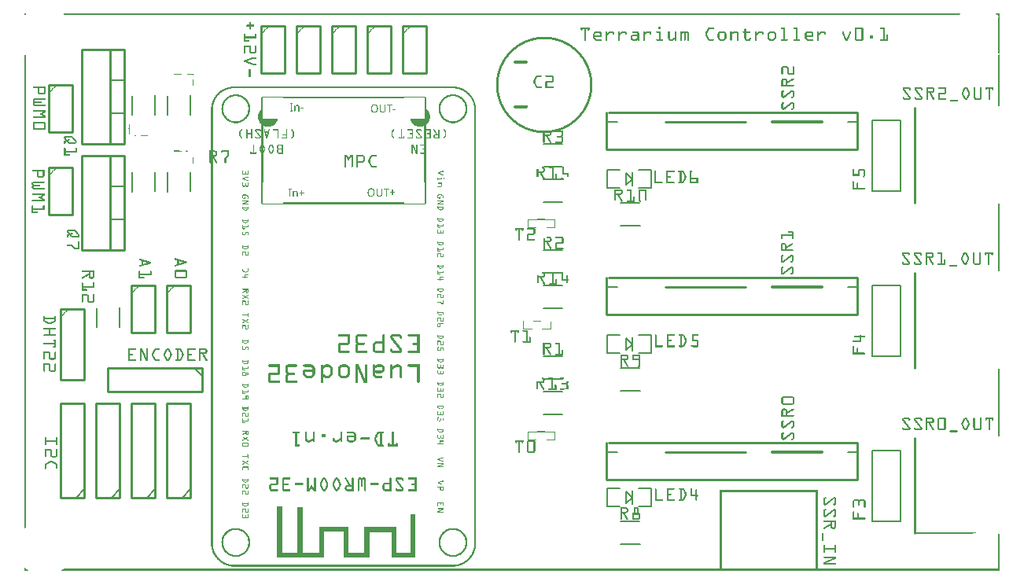
<source format=gto>
G04 MADE WITH FRITZING*
G04 WWW.FRITZING.ORG*
G04 DOUBLE SIDED*
G04 HOLES PLATED*
G04 CONTOUR ON CENTER OF CONTOUR VECTOR*
%ASAXBY*%
%FSLAX23Y23*%
%MOIN*%
%OFA0B0*%
%SFA1.0B1.0*%
%ADD10C,0.410000X0.39*%
%ADD11C,0.008000*%
%ADD12C,0.010000*%
%ADD13C,0.005000*%
%ADD14C,0.009449*%
%ADD15C,0.010946*%
%ADD16C,0.009427*%
%ADD17C,0.009540*%
%ADD18C,0.007900*%
%ADD19C,0.012848*%
%ADD20C,0.009319*%
%ADD21C,0.007625*%
%ADD22C,0.006000*%
%ADD23R,0.001000X0.001000*%
%LNSILK1*%
G90*
G70*
G54D10*
X2204Y2061D03*
G54D11*
X3594Y1611D02*
X3594Y1911D01*
D02*
X3594Y1911D02*
X3714Y1911D01*
D02*
X3714Y1911D02*
X3714Y1611D01*
D02*
X3714Y1611D02*
X3594Y1611D01*
D02*
X3594Y911D02*
X3594Y1211D01*
D02*
X3594Y1211D02*
X3714Y1211D01*
D02*
X3714Y1211D02*
X3714Y911D01*
D02*
X3714Y911D02*
X3594Y911D01*
D02*
X3594Y211D02*
X3594Y511D01*
D02*
X3594Y511D02*
X3714Y511D01*
D02*
X3714Y511D02*
X3714Y211D01*
D02*
X3714Y211D02*
X3594Y211D01*
G54D12*
D02*
X3357Y341D02*
X2954Y341D01*
D02*
X3774Y1964D02*
X3774Y1561D01*
D02*
X3774Y1264D02*
X3774Y861D01*
D02*
X3774Y564D02*
X3774Y161D01*
D02*
X454Y1211D02*
X454Y1011D01*
D02*
X454Y1011D02*
X554Y1011D01*
D02*
X554Y1011D02*
X554Y1211D01*
D02*
X554Y1211D02*
X454Y1211D01*
D02*
X604Y1211D02*
X604Y1011D01*
D02*
X604Y1011D02*
X704Y1011D01*
D02*
X704Y1011D02*
X704Y1211D01*
D02*
X704Y1211D02*
X604Y1211D01*
D02*
X154Y1111D02*
X154Y811D01*
D02*
X154Y811D02*
X254Y811D01*
D02*
X254Y811D02*
X254Y1111D01*
D02*
X254Y1111D02*
X154Y1111D01*
D02*
X754Y861D02*
X354Y861D01*
D02*
X354Y861D02*
X354Y761D01*
D02*
X354Y761D02*
X754Y761D01*
D02*
X754Y761D02*
X754Y861D01*
G54D13*
D02*
X719Y861D02*
X754Y826D01*
G54D12*
D02*
X704Y311D02*
X704Y711D01*
D02*
X704Y711D02*
X604Y711D01*
D02*
X604Y711D02*
X604Y311D01*
D02*
X604Y311D02*
X704Y311D01*
G54D13*
D02*
X704Y346D02*
X669Y311D01*
G54D12*
D02*
X554Y311D02*
X554Y711D01*
D02*
X554Y711D02*
X454Y711D01*
D02*
X454Y711D02*
X454Y311D01*
D02*
X454Y311D02*
X554Y311D01*
G54D13*
D02*
X554Y346D02*
X519Y311D01*
G54D12*
D02*
X404Y311D02*
X404Y711D01*
D02*
X404Y711D02*
X304Y711D01*
D02*
X304Y711D02*
X304Y311D01*
D02*
X304Y311D02*
X404Y311D01*
G54D13*
D02*
X404Y346D02*
X369Y311D01*
G54D12*
D02*
X254Y311D02*
X254Y711D01*
D02*
X254Y711D02*
X154Y711D01*
D02*
X154Y711D02*
X154Y311D01*
D02*
X154Y311D02*
X254Y311D01*
G54D13*
D02*
X254Y346D02*
X219Y311D01*
G54D12*
D02*
X104Y2061D02*
X104Y1861D01*
D02*
X104Y1861D02*
X204Y1861D01*
D02*
X204Y1861D02*
X204Y2061D01*
D02*
X204Y2061D02*
X104Y2061D01*
D02*
X104Y1711D02*
X104Y1511D01*
D02*
X104Y1511D02*
X204Y1511D01*
D02*
X204Y1511D02*
X204Y1711D01*
D02*
X204Y1711D02*
X104Y1711D01*
D02*
X1304Y2311D02*
X1304Y2111D01*
D02*
X1304Y2111D02*
X1404Y2111D01*
D02*
X1404Y2111D02*
X1404Y2311D01*
D02*
X1404Y2311D02*
X1304Y2311D01*
D02*
X1154Y2311D02*
X1154Y2111D01*
D02*
X1154Y2111D02*
X1254Y2111D01*
D02*
X1254Y2111D02*
X1254Y2311D01*
D02*
X1254Y2311D02*
X1154Y2311D01*
D02*
X1604Y2311D02*
X1604Y2111D01*
D02*
X1604Y2111D02*
X1704Y2111D01*
D02*
X1704Y2111D02*
X1704Y2311D01*
D02*
X1704Y2311D02*
X1604Y2311D01*
D02*
X1454Y2311D02*
X1454Y2111D01*
D02*
X1454Y2111D02*
X1554Y2111D01*
D02*
X1554Y2111D02*
X1554Y2311D01*
D02*
X1554Y2311D02*
X1454Y2311D01*
D02*
X1004Y2311D02*
X1004Y2111D01*
D02*
X1004Y2111D02*
X1104Y2111D01*
D02*
X1104Y2111D02*
X1104Y2311D01*
D02*
X1104Y2311D02*
X1004Y2311D01*
G54D11*
D02*
X2524Y1700D02*
X2468Y1700D01*
D02*
X2468Y1700D02*
X2468Y1622D01*
D02*
X2468Y1622D02*
X2524Y1622D01*
D02*
X2602Y1700D02*
X2657Y1700D01*
D02*
X2657Y1700D02*
X2657Y1622D01*
D02*
X2657Y1622D02*
X2602Y1622D01*
D02*
X2575Y1689D02*
X2575Y1661D01*
D02*
X2575Y1661D02*
X2575Y1634D01*
D02*
X2575Y1661D02*
X2551Y1685D01*
D02*
X2551Y1685D02*
X2551Y1637D01*
D02*
X2551Y1637D02*
X2575Y1661D01*
G54D12*
D02*
X424Y1761D02*
X424Y1361D01*
D02*
X424Y1361D02*
X244Y1361D01*
D02*
X244Y1361D02*
X244Y1761D01*
D02*
X244Y1761D02*
X424Y1761D01*
D02*
X424Y1761D02*
X424Y1361D01*
D02*
X424Y1361D02*
X364Y1361D01*
D02*
X364Y1361D02*
X364Y1761D01*
D02*
X364Y1761D02*
X424Y1761D01*
G54D13*
D02*
X424Y1631D02*
X364Y1631D01*
D02*
X424Y1491D02*
X364Y1491D01*
G54D11*
D02*
X2524Y1000D02*
X2468Y1000D01*
D02*
X2468Y1000D02*
X2468Y922D01*
D02*
X2468Y922D02*
X2524Y922D01*
D02*
X2602Y1000D02*
X2657Y1000D01*
D02*
X2657Y1000D02*
X2657Y922D01*
D02*
X2657Y922D02*
X2602Y922D01*
D02*
X2575Y989D02*
X2575Y961D01*
D02*
X2575Y961D02*
X2575Y934D01*
D02*
X2575Y961D02*
X2551Y985D01*
D02*
X2551Y985D02*
X2551Y937D01*
D02*
X2551Y937D02*
X2575Y961D01*
G54D12*
D02*
X424Y2211D02*
X424Y1811D01*
D02*
X424Y1811D02*
X244Y1811D01*
D02*
X244Y1811D02*
X244Y2211D01*
D02*
X244Y2211D02*
X424Y2211D01*
D02*
X424Y2211D02*
X424Y1811D01*
D02*
X424Y1811D02*
X364Y1811D01*
D02*
X364Y1811D02*
X364Y2211D01*
D02*
X364Y2211D02*
X424Y2211D01*
G54D13*
D02*
X424Y2081D02*
X364Y2081D01*
D02*
X424Y1941D02*
X364Y1941D01*
G54D11*
D02*
X2524Y350D02*
X2468Y350D01*
D02*
X2468Y350D02*
X2468Y272D01*
D02*
X2468Y272D02*
X2524Y272D01*
D02*
X2602Y350D02*
X2657Y350D01*
D02*
X2657Y350D02*
X2657Y272D01*
D02*
X2657Y272D02*
X2602Y272D01*
D02*
X2575Y339D02*
X2575Y311D01*
D02*
X2575Y311D02*
X2575Y284D01*
D02*
X2575Y311D02*
X2551Y335D01*
D02*
X2551Y335D02*
X2551Y287D01*
D02*
X2551Y287D02*
X2575Y311D01*
G54D14*
D02*
X3529Y1785D02*
X2470Y1785D01*
G54D15*
D02*
X2467Y1787D02*
X2467Y1942D01*
G54D16*
D02*
X2475Y1942D02*
X3529Y1942D01*
G54D17*
D02*
X3529Y1942D02*
X3529Y1903D01*
D02*
X3529Y1903D02*
X3529Y1785D01*
G54D18*
D02*
X3489Y1903D02*
X3530Y1903D01*
G54D19*
D02*
X3381Y1903D02*
X3168Y1903D01*
G54D20*
D02*
X3057Y1903D02*
X2716Y1903D01*
G54D21*
D02*
X2473Y1903D02*
X2512Y1903D01*
G54D14*
D02*
X3529Y1085D02*
X2470Y1085D01*
G54D15*
D02*
X2467Y1087D02*
X2467Y1242D01*
G54D16*
D02*
X2475Y1242D02*
X3529Y1242D01*
G54D17*
D02*
X3529Y1242D02*
X3529Y1203D01*
D02*
X3529Y1203D02*
X3529Y1085D01*
G54D18*
D02*
X3489Y1203D02*
X3530Y1203D01*
G54D19*
D02*
X3381Y1203D02*
X3168Y1203D01*
G54D20*
D02*
X3057Y1203D02*
X2716Y1203D01*
G54D21*
D02*
X2473Y1203D02*
X2512Y1203D01*
G54D14*
D02*
X3529Y385D02*
X2470Y385D01*
G54D15*
D02*
X2467Y387D02*
X2467Y542D01*
G54D16*
D02*
X2475Y542D02*
X3529Y542D01*
G54D17*
D02*
X3529Y542D02*
X3529Y503D01*
D02*
X3529Y503D02*
X3529Y385D01*
G54D18*
D02*
X3489Y503D02*
X3530Y503D01*
G54D19*
D02*
X3381Y503D02*
X3168Y503D01*
G54D20*
D02*
X3057Y503D02*
X2716Y503D01*
G54D21*
D02*
X2473Y503D02*
X2512Y503D01*
G54D22*
D02*
X605Y1607D02*
X605Y1688D01*
D02*
X703Y1608D02*
X703Y1688D01*
D02*
X455Y1607D02*
X455Y1688D01*
D02*
X553Y1608D02*
X553Y1688D01*
D02*
X553Y2015D02*
X553Y1934D01*
D02*
X455Y2014D02*
X455Y1934D01*
D02*
X403Y1115D02*
X403Y1034D01*
D02*
X305Y1114D02*
X305Y1034D01*
D02*
X703Y2015D02*
X703Y1934D01*
D02*
X605Y2014D02*
X605Y1934D01*
D02*
X2200Y1810D02*
X2281Y1810D01*
D02*
X2201Y1712D02*
X2280Y1712D01*
D02*
X2200Y1360D02*
X2281Y1360D01*
D02*
X2201Y1262D02*
X2280Y1262D01*
D02*
X2608Y1462D02*
X2527Y1462D01*
D02*
X2607Y1560D02*
X2527Y1560D01*
D02*
X2608Y762D02*
X2527Y762D01*
D02*
X2607Y860D02*
X2527Y860D01*
D02*
X2608Y112D02*
X2527Y112D01*
D02*
X2607Y210D02*
X2527Y210D01*
D02*
X2200Y1660D02*
X2281Y1660D01*
D02*
X2201Y1562D02*
X2280Y1562D01*
D02*
X2200Y760D02*
X2281Y760D01*
D02*
X2201Y662D02*
X2280Y662D01*
D02*
X2200Y910D02*
X2281Y910D01*
D02*
X2201Y812D02*
X2280Y812D01*
D02*
X2200Y1210D02*
X2281Y1210D01*
D02*
X2201Y1112D02*
X2280Y1112D01*
G54D23*
X0Y2362D02*
X8Y2362D01*
X164Y2362D02*
X3967Y2362D01*
X4116Y2362D02*
X4132Y2362D01*
X0Y2361D02*
X7Y2361D01*
X165Y2361D02*
X3966Y2361D01*
X4117Y2361D02*
X4132Y2361D01*
X0Y2360D02*
X6Y2360D01*
X166Y2360D02*
X3964Y2360D01*
X4119Y2360D02*
X4132Y2360D01*
X0Y2359D02*
X5Y2359D01*
X167Y2359D02*
X3963Y2359D01*
X4120Y2359D02*
X4132Y2359D01*
X0Y2358D02*
X4Y2358D01*
X168Y2358D02*
X3962Y2358D01*
X4121Y2358D02*
X4132Y2358D01*
X0Y2357D02*
X3Y2357D01*
X169Y2357D02*
X3961Y2357D01*
X4122Y2357D02*
X4132Y2357D01*
X0Y2356D02*
X1Y2356D01*
X170Y2356D02*
X3960Y2356D01*
X4123Y2356D02*
X4132Y2356D01*
X0Y2355D02*
X0Y2355D01*
X171Y2355D02*
X3959Y2355D01*
X4124Y2355D02*
X4132Y2355D01*
X0Y2354D02*
X0Y2354D01*
X4125Y2354D02*
X4132Y2354D01*
X4126Y2353D02*
X4132Y2353D01*
X4127Y2352D02*
X4132Y2352D01*
X4128Y2351D02*
X4132Y2351D01*
X4129Y2350D02*
X4132Y2350D01*
X4130Y2349D02*
X4132Y2349D01*
X4131Y2348D02*
X4132Y2348D01*
X4132Y2347D02*
X4132Y2347D01*
X4125Y2345D02*
X4132Y2345D01*
X4125Y2344D02*
X4132Y2344D01*
X4125Y2343D02*
X4132Y2343D01*
X4125Y2342D02*
X4132Y2342D01*
X4125Y2341D02*
X4132Y2341D01*
X4125Y2340D02*
X4132Y2340D01*
X4125Y2339D02*
X4132Y2339D01*
X4125Y2338D02*
X4132Y2338D01*
X4125Y2337D02*
X4132Y2337D01*
X4125Y2336D02*
X4132Y2336D01*
X4125Y2335D02*
X4132Y2335D01*
X4125Y2334D02*
X4132Y2334D01*
X4125Y2333D02*
X4132Y2333D01*
X4125Y2332D02*
X4132Y2332D01*
X4125Y2331D02*
X4132Y2331D01*
X4125Y2330D02*
X4132Y2330D01*
X4125Y2329D02*
X4132Y2329D01*
X4125Y2328D02*
X4132Y2328D01*
X955Y2327D02*
X958Y2327D01*
X4125Y2327D02*
X4132Y2327D01*
X954Y2326D02*
X959Y2326D01*
X4125Y2326D02*
X4132Y2326D01*
X954Y2325D02*
X960Y2325D01*
X4125Y2325D02*
X4132Y2325D01*
X954Y2324D02*
X960Y2324D01*
X4125Y2324D02*
X4132Y2324D01*
X954Y2323D02*
X960Y2323D01*
X4125Y2323D02*
X4132Y2323D01*
X954Y2322D02*
X960Y2322D01*
X4125Y2322D02*
X4132Y2322D01*
X954Y2321D02*
X960Y2321D01*
X4125Y2321D02*
X4132Y2321D01*
X954Y2320D02*
X960Y2320D01*
X4125Y2320D02*
X4132Y2320D01*
X954Y2319D02*
X960Y2319D01*
X4125Y2319D02*
X4132Y2319D01*
X954Y2318D02*
X960Y2318D01*
X4125Y2318D02*
X4132Y2318D01*
X954Y2317D02*
X960Y2317D01*
X4125Y2317D02*
X4132Y2317D01*
X954Y2316D02*
X960Y2316D01*
X4125Y2316D02*
X4132Y2316D01*
X954Y2315D02*
X960Y2315D01*
X4125Y2315D02*
X4132Y2315D01*
X942Y2314D02*
X971Y2314D01*
X4125Y2314D02*
X4132Y2314D01*
X941Y2313D02*
X972Y2313D01*
X4125Y2313D02*
X4132Y2313D01*
X940Y2312D02*
X973Y2312D01*
X1036Y2312D02*
X1037Y2312D01*
X1186Y2312D02*
X1187Y2312D01*
X1336Y2312D02*
X1337Y2312D01*
X1486Y2312D02*
X1487Y2312D01*
X1636Y2312D02*
X1637Y2312D01*
X4125Y2312D02*
X4132Y2312D01*
X940Y2311D02*
X973Y2311D01*
X1035Y2311D02*
X1038Y2311D01*
X1185Y2311D02*
X1188Y2311D01*
X1335Y2311D02*
X1338Y2311D01*
X1485Y2311D02*
X1488Y2311D01*
X1635Y2311D02*
X1638Y2311D01*
X4125Y2311D02*
X4132Y2311D01*
X940Y2310D02*
X973Y2310D01*
X1034Y2310D02*
X1039Y2310D01*
X1184Y2310D02*
X1189Y2310D01*
X1334Y2310D02*
X1339Y2310D01*
X1484Y2310D02*
X1489Y2310D01*
X1634Y2310D02*
X1639Y2310D01*
X4125Y2310D02*
X4132Y2310D01*
X940Y2309D02*
X973Y2309D01*
X1033Y2309D02*
X1039Y2309D01*
X1183Y2309D02*
X1189Y2309D01*
X1333Y2309D02*
X1339Y2309D01*
X1483Y2309D02*
X1489Y2309D01*
X1633Y2309D02*
X1639Y2309D01*
X4125Y2309D02*
X4132Y2309D01*
X941Y2308D02*
X972Y2308D01*
X1032Y2308D02*
X1038Y2308D01*
X1182Y2308D02*
X1188Y2308D01*
X1332Y2308D02*
X1338Y2308D01*
X1482Y2308D02*
X1488Y2308D01*
X1632Y2308D02*
X1638Y2308D01*
X4125Y2308D02*
X4132Y2308D01*
X953Y2307D02*
X960Y2307D01*
X1031Y2307D02*
X1037Y2307D01*
X1181Y2307D02*
X1187Y2307D01*
X1331Y2307D02*
X1337Y2307D01*
X1481Y2307D02*
X1487Y2307D01*
X1631Y2307D02*
X1637Y2307D01*
X4125Y2307D02*
X4132Y2307D01*
X954Y2306D02*
X960Y2306D01*
X1030Y2306D02*
X1036Y2306D01*
X1180Y2306D02*
X1186Y2306D01*
X1330Y2306D02*
X1336Y2306D01*
X1480Y2306D02*
X1486Y2306D01*
X1630Y2306D02*
X1636Y2306D01*
X2688Y2306D02*
X2694Y2306D01*
X4125Y2306D02*
X4132Y2306D01*
X954Y2305D02*
X960Y2305D01*
X1029Y2305D02*
X1035Y2305D01*
X1179Y2305D02*
X1185Y2305D01*
X1329Y2305D02*
X1335Y2305D01*
X1479Y2305D02*
X1485Y2305D01*
X1629Y2305D02*
X1635Y2305D01*
X2686Y2305D02*
X2695Y2305D01*
X4125Y2305D02*
X4132Y2305D01*
X954Y2304D02*
X960Y2304D01*
X1028Y2304D02*
X1034Y2304D01*
X1178Y2304D02*
X1184Y2304D01*
X1328Y2304D02*
X1334Y2304D01*
X1478Y2304D02*
X1484Y2304D01*
X1628Y2304D02*
X1634Y2304D01*
X2686Y2304D02*
X2695Y2304D01*
X4125Y2304D02*
X4132Y2304D01*
X954Y2303D02*
X960Y2303D01*
X1027Y2303D02*
X1033Y2303D01*
X1177Y2303D02*
X1183Y2303D01*
X1327Y2303D02*
X1333Y2303D01*
X1477Y2303D02*
X1483Y2303D01*
X1627Y2303D02*
X1633Y2303D01*
X2358Y2303D02*
X2393Y2303D01*
X2686Y2303D02*
X2696Y2303D01*
X2902Y2303D02*
X2919Y2303D01*
X3208Y2303D02*
X3221Y2303D01*
X3261Y2303D02*
X3274Y2303D01*
X3524Y2303D02*
X3549Y2303D01*
X3626Y2303D02*
X3645Y2303D01*
X4125Y2303D02*
X4132Y2303D01*
X954Y2302D02*
X960Y2302D01*
X1026Y2302D02*
X1032Y2302D01*
X1176Y2302D02*
X1182Y2302D01*
X1326Y2302D02*
X1332Y2302D01*
X1476Y2302D02*
X1482Y2302D01*
X1626Y2302D02*
X1632Y2302D01*
X2358Y2302D02*
X2394Y2302D01*
X2686Y2302D02*
X2696Y2302D01*
X2899Y2302D02*
X2920Y2302D01*
X3207Y2302D02*
X3222Y2302D01*
X3260Y2302D02*
X3275Y2302D01*
X3522Y2302D02*
X3551Y2302D01*
X3625Y2302D02*
X3645Y2302D01*
X4125Y2302D02*
X4132Y2302D01*
X954Y2301D02*
X960Y2301D01*
X1025Y2301D02*
X1031Y2301D01*
X1175Y2301D02*
X1181Y2301D01*
X1325Y2301D02*
X1331Y2301D01*
X1475Y2301D02*
X1481Y2301D01*
X1625Y2301D02*
X1631Y2301D01*
X2358Y2301D02*
X2394Y2301D01*
X2686Y2301D02*
X2696Y2301D01*
X2898Y2301D02*
X2921Y2301D01*
X3206Y2301D02*
X3223Y2301D01*
X3259Y2301D02*
X3276Y2301D01*
X3521Y2301D02*
X3552Y2301D01*
X3625Y2301D02*
X3645Y2301D01*
X4125Y2301D02*
X4132Y2301D01*
X954Y2300D02*
X960Y2300D01*
X1024Y2300D02*
X1030Y2300D01*
X1174Y2300D02*
X1180Y2300D01*
X1324Y2300D02*
X1330Y2300D01*
X1474Y2300D02*
X1480Y2300D01*
X1624Y2300D02*
X1630Y2300D01*
X2358Y2300D02*
X2394Y2300D01*
X2686Y2300D02*
X2696Y2300D01*
X2897Y2300D02*
X2921Y2300D01*
X3053Y2300D02*
X3055Y2300D01*
X3206Y2300D02*
X3223Y2300D01*
X3259Y2300D02*
X3276Y2300D01*
X3520Y2300D02*
X3553Y2300D01*
X3624Y2300D02*
X3645Y2300D01*
X4125Y2300D02*
X4132Y2300D01*
X954Y2299D02*
X960Y2299D01*
X1023Y2299D02*
X1029Y2299D01*
X1173Y2299D02*
X1179Y2299D01*
X1323Y2299D02*
X1329Y2299D01*
X1473Y2299D02*
X1479Y2299D01*
X1623Y2299D02*
X1629Y2299D01*
X2358Y2299D02*
X2394Y2299D01*
X2686Y2299D02*
X2695Y2299D01*
X2896Y2299D02*
X2921Y2299D01*
X3052Y2299D02*
X3057Y2299D01*
X3206Y2299D02*
X3223Y2299D01*
X3259Y2299D02*
X3276Y2299D01*
X3519Y2299D02*
X3554Y2299D01*
X3624Y2299D02*
X3645Y2299D01*
X4125Y2299D02*
X4132Y2299D01*
X954Y2298D02*
X960Y2298D01*
X1022Y2298D02*
X1028Y2298D01*
X1172Y2298D02*
X1178Y2298D01*
X1322Y2298D02*
X1328Y2298D01*
X1472Y2298D02*
X1478Y2298D01*
X1622Y2298D02*
X1628Y2298D01*
X2358Y2298D02*
X2394Y2298D01*
X2686Y2298D02*
X2695Y2298D01*
X2895Y2298D02*
X2921Y2298D01*
X3052Y2298D02*
X3057Y2298D01*
X3206Y2298D02*
X3223Y2298D01*
X3259Y2298D02*
X3276Y2298D01*
X3519Y2298D02*
X3554Y2298D01*
X3625Y2298D02*
X3645Y2298D01*
X4125Y2298D02*
X4132Y2298D01*
X954Y2297D02*
X960Y2297D01*
X1021Y2297D02*
X1027Y2297D01*
X1171Y2297D02*
X1177Y2297D01*
X1321Y2297D02*
X1327Y2297D01*
X1471Y2297D02*
X1477Y2297D01*
X1621Y2297D02*
X1627Y2297D01*
X2358Y2297D02*
X2394Y2297D01*
X2687Y2297D02*
X2694Y2297D01*
X2895Y2297D02*
X2920Y2297D01*
X3051Y2297D02*
X3058Y2297D01*
X3207Y2297D02*
X3223Y2297D01*
X3260Y2297D02*
X3276Y2297D01*
X3519Y2297D02*
X3554Y2297D01*
X3626Y2297D02*
X3645Y2297D01*
X4125Y2297D02*
X4132Y2297D01*
X954Y2296D02*
X959Y2296D01*
X1020Y2296D02*
X1026Y2296D01*
X1170Y2296D02*
X1176Y2296D01*
X1320Y2296D02*
X1326Y2296D01*
X1470Y2296D02*
X1476Y2296D01*
X1620Y2296D02*
X1626Y2296D01*
X2358Y2296D02*
X2365Y2296D01*
X2372Y2296D02*
X2379Y2296D01*
X2387Y2296D02*
X2394Y2296D01*
X2894Y2296D02*
X2904Y2296D01*
X3051Y2296D02*
X3058Y2296D01*
X3216Y2296D02*
X3223Y2296D01*
X3269Y2296D02*
X3276Y2296D01*
X3519Y2296D02*
X3526Y2296D01*
X3547Y2296D02*
X3554Y2296D01*
X3638Y2296D02*
X3645Y2296D01*
X4125Y2296D02*
X4132Y2296D01*
X954Y2295D02*
X959Y2295D01*
X1019Y2295D02*
X1024Y2295D01*
X1169Y2295D02*
X1174Y2295D01*
X1319Y2295D02*
X1324Y2295D01*
X1469Y2295D02*
X1474Y2295D01*
X1619Y2295D02*
X1624Y2295D01*
X2358Y2295D02*
X2365Y2295D01*
X2373Y2295D02*
X2379Y2295D01*
X2387Y2295D02*
X2394Y2295D01*
X2894Y2295D02*
X2901Y2295D01*
X3051Y2295D02*
X3058Y2295D01*
X3217Y2295D02*
X3223Y2295D01*
X3270Y2295D02*
X3276Y2295D01*
X3519Y2295D02*
X3525Y2295D01*
X3548Y2295D02*
X3554Y2295D01*
X3639Y2295D02*
X3645Y2295D01*
X4125Y2295D02*
X4132Y2295D01*
X955Y2294D02*
X958Y2294D01*
X1018Y2294D02*
X1023Y2294D01*
X1168Y2294D02*
X1173Y2294D01*
X1318Y2294D02*
X1323Y2294D01*
X1468Y2294D02*
X1473Y2294D01*
X1618Y2294D02*
X1623Y2294D01*
X2358Y2294D02*
X2365Y2294D01*
X2373Y2294D02*
X2379Y2294D01*
X2387Y2294D02*
X2394Y2294D01*
X2893Y2294D02*
X2901Y2294D01*
X3051Y2294D02*
X3058Y2294D01*
X3217Y2294D02*
X3223Y2294D01*
X3270Y2294D02*
X3276Y2294D01*
X3519Y2294D02*
X3525Y2294D01*
X3548Y2294D02*
X3554Y2294D01*
X3639Y2294D02*
X3645Y2294D01*
X4125Y2294D02*
X4132Y2294D01*
X1017Y2293D02*
X1022Y2293D01*
X1167Y2293D02*
X1172Y2293D01*
X1317Y2293D02*
X1322Y2293D01*
X1467Y2293D02*
X1472Y2293D01*
X1617Y2293D02*
X1622Y2293D01*
X2358Y2293D02*
X2364Y2293D01*
X2373Y2293D02*
X2379Y2293D01*
X2387Y2293D02*
X2393Y2293D01*
X2893Y2293D02*
X2900Y2293D01*
X3051Y2293D02*
X3058Y2293D01*
X3217Y2293D02*
X3223Y2293D01*
X3270Y2293D02*
X3276Y2293D01*
X3519Y2293D02*
X3525Y2293D01*
X3548Y2293D02*
X3554Y2293D01*
X3639Y2293D02*
X3645Y2293D01*
X4125Y2293D02*
X4132Y2293D01*
X1016Y2292D02*
X1021Y2292D01*
X1166Y2292D02*
X1171Y2292D01*
X1316Y2292D02*
X1321Y2292D01*
X1466Y2292D02*
X1471Y2292D01*
X1616Y2292D02*
X1621Y2292D01*
X2359Y2292D02*
X2364Y2292D01*
X2373Y2292D02*
X2379Y2292D01*
X2388Y2292D02*
X2393Y2292D01*
X2892Y2292D02*
X2900Y2292D01*
X3051Y2292D02*
X3058Y2292D01*
X3217Y2292D02*
X3223Y2292D01*
X3270Y2292D02*
X3276Y2292D01*
X3519Y2292D02*
X3525Y2292D01*
X3548Y2292D02*
X3554Y2292D01*
X3639Y2292D02*
X3645Y2292D01*
X4125Y2292D02*
X4132Y2292D01*
X1015Y2291D02*
X1020Y2291D01*
X1165Y2291D02*
X1170Y2291D01*
X1315Y2291D02*
X1320Y2291D01*
X1465Y2291D02*
X1470Y2291D01*
X1615Y2291D02*
X1620Y2291D01*
X2359Y2291D02*
X2363Y2291D01*
X2373Y2291D02*
X2379Y2291D01*
X2388Y2291D02*
X2392Y2291D01*
X2892Y2291D02*
X2899Y2291D01*
X3051Y2291D02*
X3058Y2291D01*
X3217Y2291D02*
X3223Y2291D01*
X3270Y2291D02*
X3276Y2291D01*
X3519Y2291D02*
X3525Y2291D01*
X3548Y2291D02*
X3554Y2291D01*
X3639Y2291D02*
X3645Y2291D01*
X4125Y2291D02*
X4132Y2291D01*
X1014Y2290D02*
X1019Y2290D01*
X1164Y2290D02*
X1169Y2290D01*
X1314Y2290D02*
X1319Y2290D01*
X1464Y2290D02*
X1469Y2290D01*
X1614Y2290D02*
X1619Y2290D01*
X2361Y2290D02*
X2362Y2290D01*
X2373Y2290D02*
X2379Y2290D01*
X2390Y2290D02*
X2391Y2290D01*
X2891Y2290D02*
X2899Y2290D01*
X3051Y2290D02*
X3058Y2290D01*
X3217Y2290D02*
X3223Y2290D01*
X3270Y2290D02*
X3276Y2290D01*
X3519Y2290D02*
X3525Y2290D01*
X3548Y2290D02*
X3554Y2290D01*
X3639Y2290D02*
X3645Y2290D01*
X4125Y2290D02*
X4132Y2290D01*
X1013Y2289D02*
X1018Y2289D01*
X1163Y2289D02*
X1168Y2289D01*
X1313Y2289D02*
X1318Y2289D01*
X1463Y2289D02*
X1468Y2289D01*
X1613Y2289D02*
X1618Y2289D01*
X2373Y2289D02*
X2379Y2289D01*
X2891Y2289D02*
X2898Y2289D01*
X3051Y2289D02*
X3058Y2289D01*
X3217Y2289D02*
X3223Y2289D01*
X3270Y2289D02*
X3276Y2289D01*
X3519Y2289D02*
X3525Y2289D01*
X3548Y2289D02*
X3554Y2289D01*
X3639Y2289D02*
X3645Y2289D01*
X4125Y2289D02*
X4132Y2289D01*
X1012Y2288D02*
X1018Y2288D01*
X1162Y2288D02*
X1168Y2288D01*
X1312Y2288D02*
X1318Y2288D01*
X1462Y2288D02*
X1468Y2288D01*
X1612Y2288D02*
X1618Y2288D01*
X2373Y2288D02*
X2379Y2288D01*
X2890Y2288D02*
X2898Y2288D01*
X3051Y2288D02*
X3058Y2288D01*
X3217Y2288D02*
X3223Y2288D01*
X3270Y2288D02*
X3276Y2288D01*
X3519Y2288D02*
X3525Y2288D01*
X3548Y2288D02*
X3554Y2288D01*
X3639Y2288D02*
X3645Y2288D01*
X4125Y2288D02*
X4132Y2288D01*
X1011Y2287D02*
X1017Y2287D01*
X1161Y2287D02*
X1167Y2287D01*
X1311Y2287D02*
X1317Y2287D01*
X1461Y2287D02*
X1467Y2287D01*
X1611Y2287D02*
X1617Y2287D01*
X2373Y2287D02*
X2379Y2287D01*
X2420Y2287D02*
X2437Y2287D01*
X2465Y2287D02*
X2469Y2287D01*
X2479Y2287D02*
X2492Y2287D01*
X2518Y2287D02*
X2521Y2287D01*
X2532Y2287D02*
X2545Y2287D01*
X2578Y2287D02*
X2597Y2287D01*
X2623Y2287D02*
X2627Y2287D01*
X2638Y2287D02*
X2651Y2287D01*
X2680Y2287D02*
X2694Y2287D01*
X2729Y2287D02*
X2732Y2287D01*
X2758Y2287D02*
X2761Y2287D01*
X2781Y2287D02*
X2785Y2287D01*
X2789Y2287D02*
X2796Y2287D01*
X2804Y2287D02*
X2810Y2287D01*
X2890Y2287D02*
X2897Y2287D01*
X2948Y2287D02*
X2965Y2287D01*
X2993Y2287D02*
X2996Y2287D01*
X3007Y2287D02*
X3019Y2287D01*
X3045Y2287D02*
X3074Y2287D01*
X3098Y2287D02*
X3102Y2287D01*
X3112Y2287D02*
X3126Y2287D01*
X3159Y2287D02*
X3176Y2287D01*
X3217Y2287D02*
X3223Y2287D01*
X3270Y2287D02*
X3276Y2287D01*
X3317Y2287D02*
X3334Y2287D01*
X3362Y2287D02*
X3366Y2287D01*
X3376Y2287D02*
X3389Y2287D01*
X3467Y2287D02*
X3471Y2287D01*
X3496Y2287D02*
X3500Y2287D01*
X3519Y2287D02*
X3525Y2287D01*
X3548Y2287D02*
X3554Y2287D01*
X3639Y2287D02*
X3645Y2287D01*
X4125Y2287D02*
X4132Y2287D01*
X1010Y2286D02*
X1016Y2286D01*
X1160Y2286D02*
X1166Y2286D01*
X1310Y2286D02*
X1316Y2286D01*
X1460Y2286D02*
X1466Y2286D01*
X1610Y2286D02*
X1616Y2286D01*
X2373Y2286D02*
X2379Y2286D01*
X2418Y2286D02*
X2439Y2286D01*
X2464Y2286D02*
X2470Y2286D01*
X2478Y2286D02*
X2494Y2286D01*
X2517Y2286D02*
X2522Y2286D01*
X2531Y2286D02*
X2547Y2286D01*
X2577Y2286D02*
X2599Y2286D01*
X2622Y2286D02*
X2628Y2286D01*
X2636Y2286D02*
X2652Y2286D01*
X2679Y2286D02*
X2695Y2286D01*
X2728Y2286D02*
X2733Y2286D01*
X2757Y2286D02*
X2762Y2286D01*
X2780Y2286D02*
X2785Y2286D01*
X2788Y2286D02*
X2798Y2286D01*
X2802Y2286D02*
X2811Y2286D01*
X2889Y2286D02*
X2897Y2286D01*
X2946Y2286D02*
X2966Y2286D01*
X2992Y2286D02*
X2997Y2286D01*
X3005Y2286D02*
X3021Y2286D01*
X3045Y2286D02*
X3075Y2286D01*
X3097Y2286D02*
X3103Y2286D01*
X3111Y2286D02*
X3127Y2286D01*
X3157Y2286D02*
X3177Y2286D01*
X3217Y2286D02*
X3223Y2286D01*
X3270Y2286D02*
X3276Y2286D01*
X3315Y2286D02*
X3336Y2286D01*
X3361Y2286D02*
X3366Y2286D01*
X3375Y2286D02*
X3391Y2286D01*
X3467Y2286D02*
X3472Y2286D01*
X3496Y2286D02*
X3501Y2286D01*
X3519Y2286D02*
X3525Y2286D01*
X3548Y2286D02*
X3554Y2286D01*
X3639Y2286D02*
X3645Y2286D01*
X4125Y2286D02*
X4132Y2286D01*
X1009Y2285D02*
X1015Y2285D01*
X1159Y2285D02*
X1165Y2285D01*
X1309Y2285D02*
X1315Y2285D01*
X1459Y2285D02*
X1465Y2285D01*
X1609Y2285D02*
X1615Y2285D01*
X2373Y2285D02*
X2379Y2285D01*
X2417Y2285D02*
X2440Y2285D01*
X2464Y2285D02*
X2470Y2285D01*
X2477Y2285D02*
X2495Y2285D01*
X2517Y2285D02*
X2523Y2285D01*
X2530Y2285D02*
X2548Y2285D01*
X2577Y2285D02*
X2600Y2285D01*
X2622Y2285D02*
X2628Y2285D01*
X2635Y2285D02*
X2654Y2285D01*
X2678Y2285D02*
X2695Y2285D01*
X2728Y2285D02*
X2734Y2285D01*
X2757Y2285D02*
X2763Y2285D01*
X2780Y2285D02*
X2799Y2285D01*
X2801Y2285D02*
X2813Y2285D01*
X2889Y2285D02*
X2896Y2285D01*
X2945Y2285D02*
X2968Y2285D01*
X2991Y2285D02*
X2997Y2285D01*
X3004Y2285D02*
X3022Y2285D01*
X3044Y2285D02*
X3075Y2285D01*
X3097Y2285D02*
X3103Y2285D01*
X3110Y2285D02*
X3129Y2285D01*
X3156Y2285D02*
X3179Y2285D01*
X3217Y2285D02*
X3223Y2285D01*
X3270Y2285D02*
X3276Y2285D01*
X3314Y2285D02*
X3337Y2285D01*
X3361Y2285D02*
X3367Y2285D01*
X3374Y2285D02*
X3392Y2285D01*
X3466Y2285D02*
X3472Y2285D01*
X3495Y2285D02*
X3501Y2285D01*
X3519Y2285D02*
X3525Y2285D01*
X3548Y2285D02*
X3554Y2285D01*
X3639Y2285D02*
X3645Y2285D01*
X4125Y2285D02*
X4132Y2285D01*
X1008Y2284D02*
X1014Y2284D01*
X1158Y2284D02*
X1164Y2284D01*
X1308Y2284D02*
X1314Y2284D01*
X1458Y2284D02*
X1464Y2284D01*
X1608Y2284D02*
X1614Y2284D01*
X2373Y2284D02*
X2379Y2284D01*
X2416Y2284D02*
X2441Y2284D01*
X2464Y2284D02*
X2470Y2284D01*
X2476Y2284D02*
X2496Y2284D01*
X2516Y2284D02*
X2523Y2284D01*
X2529Y2284D02*
X2549Y2284D01*
X2576Y2284D02*
X2601Y2284D01*
X2622Y2284D02*
X2628Y2284D01*
X2634Y2284D02*
X2655Y2284D01*
X2678Y2284D02*
X2696Y2284D01*
X2727Y2284D02*
X2734Y2284D01*
X2756Y2284D02*
X2763Y2284D01*
X2780Y2284D02*
X2813Y2284D01*
X2888Y2284D02*
X2896Y2284D01*
X2943Y2284D02*
X2969Y2284D01*
X2991Y2284D02*
X2998Y2284D01*
X3002Y2284D02*
X3023Y2284D01*
X3044Y2284D02*
X3076Y2284D01*
X3097Y2284D02*
X3103Y2284D01*
X3109Y2284D02*
X3129Y2284D01*
X3155Y2284D02*
X3180Y2284D01*
X3217Y2284D02*
X3223Y2284D01*
X3270Y2284D02*
X3276Y2284D01*
X3313Y2284D02*
X3338Y2284D01*
X3361Y2284D02*
X3367Y2284D01*
X3373Y2284D02*
X3393Y2284D01*
X3466Y2284D02*
X3472Y2284D01*
X3495Y2284D02*
X3501Y2284D01*
X3519Y2284D02*
X3525Y2284D01*
X3548Y2284D02*
X3554Y2284D01*
X3639Y2284D02*
X3645Y2284D01*
X4125Y2284D02*
X4132Y2284D01*
X1007Y2283D02*
X1013Y2283D01*
X1157Y2283D02*
X1163Y2283D01*
X1307Y2283D02*
X1313Y2283D01*
X1457Y2283D02*
X1463Y2283D01*
X1607Y2283D02*
X1613Y2283D01*
X2373Y2283D02*
X2379Y2283D01*
X2415Y2283D02*
X2442Y2283D01*
X2464Y2283D02*
X2470Y2283D01*
X2475Y2283D02*
X2497Y2283D01*
X2516Y2283D02*
X2523Y2283D01*
X2527Y2283D02*
X2550Y2283D01*
X2577Y2283D02*
X2602Y2283D01*
X2622Y2283D02*
X2628Y2283D01*
X2633Y2283D02*
X2655Y2283D01*
X2679Y2283D02*
X2696Y2283D01*
X2728Y2283D02*
X2734Y2283D01*
X2756Y2283D02*
X2763Y2283D01*
X2780Y2283D02*
X2814Y2283D01*
X2888Y2283D02*
X2895Y2283D01*
X2942Y2283D02*
X2970Y2283D01*
X2991Y2283D02*
X2998Y2283D01*
X3001Y2283D02*
X3024Y2283D01*
X3044Y2283D02*
X3075Y2283D01*
X3097Y2283D02*
X3103Y2283D01*
X3108Y2283D02*
X3130Y2283D01*
X3153Y2283D02*
X3181Y2283D01*
X3217Y2283D02*
X3223Y2283D01*
X3270Y2283D02*
X3276Y2283D01*
X3312Y2283D02*
X3339Y2283D01*
X3361Y2283D02*
X3367Y2283D01*
X3372Y2283D02*
X3394Y2283D01*
X3466Y2283D02*
X3472Y2283D01*
X3495Y2283D02*
X3501Y2283D01*
X3519Y2283D02*
X3525Y2283D01*
X3548Y2283D02*
X3554Y2283D01*
X3639Y2283D02*
X3645Y2283D01*
X4125Y2283D02*
X4132Y2283D01*
X1006Y2282D02*
X1012Y2282D01*
X1156Y2282D02*
X1162Y2282D01*
X1306Y2282D02*
X1312Y2282D01*
X1456Y2282D02*
X1462Y2282D01*
X1606Y2282D02*
X1612Y2282D01*
X2373Y2282D02*
X2379Y2282D01*
X2414Y2282D02*
X2443Y2282D01*
X2464Y2282D02*
X2470Y2282D01*
X2474Y2282D02*
X2498Y2282D01*
X2516Y2282D02*
X2523Y2282D01*
X2526Y2282D02*
X2551Y2282D01*
X2577Y2282D02*
X2602Y2282D01*
X2622Y2282D02*
X2628Y2282D01*
X2632Y2282D02*
X2656Y2282D01*
X2679Y2282D02*
X2696Y2282D01*
X2728Y2282D02*
X2734Y2282D01*
X2756Y2282D02*
X2763Y2282D01*
X2780Y2282D02*
X2814Y2282D01*
X2887Y2282D02*
X2895Y2282D01*
X2941Y2282D02*
X2971Y2282D01*
X2991Y2282D02*
X3024Y2282D01*
X3045Y2282D02*
X3075Y2282D01*
X3097Y2282D02*
X3103Y2282D01*
X3107Y2282D02*
X3131Y2282D01*
X3152Y2282D02*
X3182Y2282D01*
X3217Y2282D02*
X3223Y2282D01*
X3270Y2282D02*
X3276Y2282D01*
X3311Y2282D02*
X3340Y2282D01*
X3361Y2282D02*
X3367Y2282D01*
X3370Y2282D02*
X3395Y2282D01*
X3466Y2282D02*
X3472Y2282D01*
X3495Y2282D02*
X3501Y2282D01*
X3519Y2282D02*
X3525Y2282D01*
X3548Y2282D02*
X3554Y2282D01*
X3639Y2282D02*
X3645Y2282D01*
X4125Y2282D02*
X4132Y2282D01*
X1005Y2281D02*
X1011Y2281D01*
X1155Y2281D02*
X1161Y2281D01*
X1305Y2281D02*
X1311Y2281D01*
X1455Y2281D02*
X1461Y2281D01*
X1605Y2281D02*
X1611Y2281D01*
X2373Y2281D02*
X2379Y2281D01*
X2413Y2281D02*
X2444Y2281D01*
X2464Y2281D02*
X2470Y2281D01*
X2472Y2281D02*
X2498Y2281D01*
X2516Y2281D02*
X2523Y2281D01*
X2525Y2281D02*
X2551Y2281D01*
X2578Y2281D02*
X2603Y2281D01*
X2622Y2281D02*
X2628Y2281D01*
X2631Y2281D02*
X2657Y2281D01*
X2680Y2281D02*
X2696Y2281D01*
X2728Y2281D02*
X2734Y2281D01*
X2756Y2281D02*
X2763Y2281D01*
X2780Y2281D02*
X2815Y2281D01*
X2887Y2281D02*
X2894Y2281D01*
X2941Y2281D02*
X2972Y2281D01*
X2991Y2281D02*
X3025Y2281D01*
X3046Y2281D02*
X3074Y2281D01*
X3097Y2281D02*
X3103Y2281D01*
X3105Y2281D02*
X3131Y2281D01*
X3152Y2281D02*
X3183Y2281D01*
X3217Y2281D02*
X3223Y2281D01*
X3270Y2281D02*
X3276Y2281D01*
X3310Y2281D02*
X3341Y2281D01*
X3361Y2281D02*
X3367Y2281D01*
X3369Y2281D02*
X3395Y2281D01*
X3466Y2281D02*
X3472Y2281D01*
X3495Y2281D02*
X3501Y2281D01*
X3519Y2281D02*
X3525Y2281D01*
X3548Y2281D02*
X3554Y2281D01*
X3639Y2281D02*
X3645Y2281D01*
X4125Y2281D02*
X4132Y2281D01*
X1004Y2280D02*
X1010Y2280D01*
X1154Y2280D02*
X1160Y2280D01*
X1304Y2280D02*
X1310Y2280D01*
X1454Y2280D02*
X1460Y2280D01*
X1604Y2280D02*
X1610Y2280D01*
X2373Y2280D02*
X2379Y2280D01*
X2412Y2280D02*
X2422Y2280D01*
X2436Y2280D02*
X2445Y2280D01*
X2464Y2280D02*
X2482Y2280D01*
X2491Y2280D02*
X2499Y2280D01*
X2516Y2280D02*
X2534Y2280D01*
X2544Y2280D02*
X2551Y2280D01*
X2596Y2280D02*
X2603Y2280D01*
X2622Y2280D02*
X2640Y2280D01*
X2649Y2280D02*
X2657Y2280D01*
X2689Y2280D02*
X2696Y2280D01*
X2728Y2280D02*
X2734Y2280D01*
X2756Y2280D02*
X2763Y2280D01*
X2780Y2280D02*
X2791Y2280D01*
X2794Y2280D02*
X2805Y2280D01*
X2808Y2280D02*
X2815Y2280D01*
X2887Y2280D02*
X2893Y2280D01*
X2940Y2280D02*
X2949Y2280D01*
X2963Y2280D02*
X2972Y2280D01*
X2991Y2280D02*
X3009Y2280D01*
X3017Y2280D02*
X3025Y2280D01*
X3051Y2280D02*
X3058Y2280D01*
X3097Y2280D02*
X3115Y2280D01*
X3124Y2280D02*
X3132Y2280D01*
X3151Y2280D02*
X3160Y2280D01*
X3174Y2280D02*
X3183Y2280D01*
X3217Y2280D02*
X3223Y2280D01*
X3270Y2280D02*
X3276Y2280D01*
X3309Y2280D02*
X3318Y2280D01*
X3333Y2280D02*
X3342Y2280D01*
X3361Y2280D02*
X3378Y2280D01*
X3388Y2280D02*
X3395Y2280D01*
X3466Y2280D02*
X3472Y2280D01*
X3495Y2280D02*
X3501Y2280D01*
X3519Y2280D02*
X3525Y2280D01*
X3548Y2280D02*
X3554Y2280D01*
X3639Y2280D02*
X3645Y2280D01*
X4125Y2280D02*
X4132Y2280D01*
X1003Y2279D02*
X1009Y2279D01*
X1153Y2279D02*
X1159Y2279D01*
X1303Y2279D02*
X1309Y2279D01*
X1453Y2279D02*
X1459Y2279D01*
X1603Y2279D02*
X1609Y2279D01*
X2373Y2279D02*
X2379Y2279D01*
X2412Y2279D02*
X2420Y2279D01*
X2437Y2279D02*
X2445Y2279D01*
X2464Y2279D02*
X2480Y2279D01*
X2492Y2279D02*
X2499Y2279D01*
X2516Y2279D02*
X2533Y2279D01*
X2545Y2279D02*
X2552Y2279D01*
X2597Y2279D02*
X2603Y2279D01*
X2622Y2279D02*
X2639Y2279D01*
X2650Y2279D02*
X2657Y2279D01*
X2689Y2279D02*
X2696Y2279D01*
X2728Y2279D02*
X2734Y2279D01*
X2756Y2279D02*
X2763Y2279D01*
X2780Y2279D02*
X2790Y2279D01*
X2795Y2279D02*
X2804Y2279D01*
X2809Y2279D02*
X2815Y2279D01*
X2886Y2279D02*
X2893Y2279D01*
X2939Y2279D02*
X2948Y2279D01*
X2965Y2279D02*
X2973Y2279D01*
X2991Y2279D02*
X3007Y2279D01*
X3019Y2279D02*
X3025Y2279D01*
X3051Y2279D02*
X3058Y2279D01*
X3097Y2279D02*
X3113Y2279D01*
X3125Y2279D02*
X3132Y2279D01*
X3151Y2279D02*
X3159Y2279D01*
X3176Y2279D02*
X3184Y2279D01*
X3217Y2279D02*
X3223Y2279D01*
X3270Y2279D02*
X3276Y2279D01*
X3309Y2279D02*
X3317Y2279D01*
X3334Y2279D02*
X3342Y2279D01*
X3361Y2279D02*
X3377Y2279D01*
X3389Y2279D02*
X3396Y2279D01*
X3466Y2279D02*
X3472Y2279D01*
X3495Y2279D02*
X3501Y2279D01*
X3519Y2279D02*
X3525Y2279D01*
X3548Y2279D02*
X3554Y2279D01*
X3639Y2279D02*
X3645Y2279D01*
X4125Y2279D02*
X4132Y2279D01*
X1002Y2278D02*
X1008Y2278D01*
X1152Y2278D02*
X1158Y2278D01*
X1302Y2278D02*
X1308Y2278D01*
X1452Y2278D02*
X1458Y2278D01*
X1602Y2278D02*
X1608Y2278D01*
X2373Y2278D02*
X2379Y2278D01*
X2412Y2278D02*
X2419Y2278D01*
X2438Y2278D02*
X2446Y2278D01*
X2464Y2278D02*
X2479Y2278D01*
X2492Y2278D02*
X2499Y2278D01*
X2516Y2278D02*
X2532Y2278D01*
X2545Y2278D02*
X2552Y2278D01*
X2597Y2278D02*
X2604Y2278D01*
X2622Y2278D02*
X2637Y2278D01*
X2651Y2278D02*
X2657Y2278D01*
X2689Y2278D02*
X2696Y2278D01*
X2728Y2278D02*
X2734Y2278D01*
X2756Y2278D02*
X2763Y2278D01*
X2780Y2278D02*
X2789Y2278D01*
X2795Y2278D02*
X2803Y2278D01*
X2809Y2278D02*
X2815Y2278D01*
X2886Y2278D02*
X2893Y2278D01*
X2939Y2278D02*
X2947Y2278D01*
X2966Y2278D02*
X2973Y2278D01*
X2991Y2278D02*
X3006Y2278D01*
X3019Y2278D02*
X3026Y2278D01*
X3051Y2278D02*
X3058Y2278D01*
X3097Y2278D02*
X3112Y2278D01*
X3126Y2278D02*
X3132Y2278D01*
X3150Y2278D02*
X3158Y2278D01*
X3177Y2278D02*
X3184Y2278D01*
X3217Y2278D02*
X3223Y2278D01*
X3270Y2278D02*
X3276Y2278D01*
X3308Y2278D02*
X3316Y2278D01*
X3335Y2278D02*
X3343Y2278D01*
X3361Y2278D02*
X3376Y2278D01*
X3389Y2278D02*
X3396Y2278D01*
X3466Y2278D02*
X3473Y2278D01*
X3495Y2278D02*
X3501Y2278D01*
X3519Y2278D02*
X3525Y2278D01*
X3548Y2278D02*
X3554Y2278D01*
X3639Y2278D02*
X3645Y2278D01*
X4125Y2278D02*
X4132Y2278D01*
X931Y2277D02*
X935Y2277D01*
X979Y2277D02*
X982Y2277D01*
X1003Y2277D02*
X1007Y2277D01*
X1153Y2277D02*
X1157Y2277D01*
X1303Y2277D02*
X1307Y2277D01*
X1453Y2277D02*
X1457Y2277D01*
X1603Y2277D02*
X1607Y2277D01*
X2373Y2277D02*
X2379Y2277D01*
X2411Y2277D02*
X2418Y2277D01*
X2439Y2277D02*
X2446Y2277D01*
X2464Y2277D02*
X2478Y2277D01*
X2493Y2277D02*
X2499Y2277D01*
X2516Y2277D02*
X2531Y2277D01*
X2545Y2277D02*
X2552Y2277D01*
X2597Y2277D02*
X2604Y2277D01*
X2622Y2277D02*
X2636Y2277D01*
X2651Y2277D02*
X2657Y2277D01*
X2689Y2277D02*
X2696Y2277D01*
X2728Y2277D02*
X2734Y2277D01*
X2756Y2277D02*
X2763Y2277D01*
X2780Y2277D02*
X2787Y2277D01*
X2795Y2277D02*
X2802Y2277D01*
X2809Y2277D02*
X2815Y2277D01*
X2886Y2277D02*
X2892Y2277D01*
X2939Y2277D02*
X2946Y2277D01*
X2967Y2277D02*
X2974Y2277D01*
X2991Y2277D02*
X3004Y2277D01*
X3019Y2277D02*
X3026Y2277D01*
X3051Y2277D02*
X3058Y2277D01*
X3097Y2277D02*
X3111Y2277D01*
X3126Y2277D02*
X3132Y2277D01*
X3150Y2277D02*
X3157Y2277D01*
X3178Y2277D02*
X3185Y2277D01*
X3217Y2277D02*
X3223Y2277D01*
X3270Y2277D02*
X3276Y2277D01*
X3308Y2277D02*
X3315Y2277D01*
X3336Y2277D02*
X3343Y2277D01*
X3361Y2277D02*
X3375Y2277D01*
X3390Y2277D02*
X3396Y2277D01*
X3466Y2277D02*
X3473Y2277D01*
X3494Y2277D02*
X3501Y2277D01*
X3519Y2277D02*
X3525Y2277D01*
X3548Y2277D02*
X3554Y2277D01*
X3639Y2277D02*
X3645Y2277D01*
X4125Y2277D02*
X4132Y2277D01*
X930Y2276D02*
X935Y2276D01*
X978Y2276D02*
X983Y2276D01*
X1004Y2276D02*
X1006Y2276D01*
X1154Y2276D02*
X1156Y2276D01*
X1304Y2276D02*
X1306Y2276D01*
X1454Y2276D02*
X1456Y2276D01*
X1604Y2276D02*
X1606Y2276D01*
X2373Y2276D02*
X2379Y2276D01*
X2411Y2276D02*
X2418Y2276D01*
X2440Y2276D02*
X2446Y2276D01*
X2464Y2276D02*
X2477Y2276D01*
X2493Y2276D02*
X2499Y2276D01*
X2516Y2276D02*
X2530Y2276D01*
X2545Y2276D02*
X2552Y2276D01*
X2597Y2276D02*
X2604Y2276D01*
X2622Y2276D02*
X2635Y2276D01*
X2651Y2276D02*
X2657Y2276D01*
X2689Y2276D02*
X2696Y2276D01*
X2728Y2276D02*
X2734Y2276D01*
X2756Y2276D02*
X2763Y2276D01*
X2780Y2276D02*
X2786Y2276D01*
X2795Y2276D02*
X2801Y2276D01*
X2809Y2276D02*
X2815Y2276D01*
X2886Y2276D02*
X2892Y2276D01*
X2939Y2276D02*
X2945Y2276D01*
X2967Y2276D02*
X2974Y2276D01*
X2991Y2276D02*
X3002Y2276D01*
X3019Y2276D02*
X3026Y2276D01*
X3051Y2276D02*
X3058Y2276D01*
X3097Y2276D02*
X3110Y2276D01*
X3126Y2276D02*
X3132Y2276D01*
X3150Y2276D02*
X3156Y2276D01*
X3178Y2276D02*
X3185Y2276D01*
X3217Y2276D02*
X3223Y2276D01*
X3270Y2276D02*
X3276Y2276D01*
X3308Y2276D02*
X3314Y2276D01*
X3336Y2276D02*
X3343Y2276D01*
X3361Y2276D02*
X3374Y2276D01*
X3390Y2276D02*
X3396Y2276D01*
X3467Y2276D02*
X3474Y2276D01*
X3494Y2276D02*
X3501Y2276D01*
X3519Y2276D02*
X3525Y2276D01*
X3548Y2276D02*
X3554Y2276D01*
X3639Y2276D02*
X3645Y2276D01*
X4125Y2276D02*
X4132Y2276D01*
X930Y2275D02*
X936Y2275D01*
X977Y2275D02*
X983Y2275D01*
X1005Y2275D02*
X1005Y2275D01*
X1155Y2275D02*
X1155Y2275D01*
X1305Y2275D02*
X1305Y2275D01*
X1455Y2275D02*
X1455Y2275D01*
X1605Y2275D02*
X1605Y2275D01*
X2373Y2275D02*
X2379Y2275D01*
X2411Y2275D02*
X2417Y2275D01*
X2440Y2275D02*
X2446Y2275D01*
X2464Y2275D02*
X2476Y2275D01*
X2493Y2275D02*
X2499Y2275D01*
X2516Y2275D02*
X2528Y2275D01*
X2545Y2275D02*
X2552Y2275D01*
X2597Y2275D02*
X2604Y2275D01*
X2622Y2275D02*
X2634Y2275D01*
X2651Y2275D02*
X2657Y2275D01*
X2689Y2275D02*
X2696Y2275D01*
X2728Y2275D02*
X2734Y2275D01*
X2756Y2275D02*
X2763Y2275D01*
X2780Y2275D02*
X2786Y2275D01*
X2795Y2275D02*
X2801Y2275D01*
X2809Y2275D02*
X2815Y2275D01*
X2886Y2275D02*
X2892Y2275D01*
X2939Y2275D02*
X2945Y2275D01*
X2967Y2275D02*
X2974Y2275D01*
X2991Y2275D02*
X3001Y2275D01*
X3019Y2275D02*
X3026Y2275D01*
X3051Y2275D02*
X3058Y2275D01*
X3097Y2275D02*
X3109Y2275D01*
X3126Y2275D02*
X3132Y2275D01*
X3150Y2275D02*
X3156Y2275D01*
X3178Y2275D02*
X3185Y2275D01*
X3217Y2275D02*
X3223Y2275D01*
X3270Y2275D02*
X3276Y2275D01*
X3308Y2275D02*
X3314Y2275D01*
X3337Y2275D02*
X3343Y2275D01*
X3361Y2275D02*
X3373Y2275D01*
X3390Y2275D02*
X3396Y2275D01*
X3467Y2275D02*
X3474Y2275D01*
X3493Y2275D02*
X3500Y2275D01*
X3519Y2275D02*
X3525Y2275D01*
X3548Y2275D02*
X3554Y2275D01*
X3639Y2275D02*
X3645Y2275D01*
X4125Y2275D02*
X4132Y2275D01*
X930Y2274D02*
X936Y2274D01*
X977Y2274D02*
X983Y2274D01*
X2373Y2274D02*
X2379Y2274D01*
X2411Y2274D02*
X2417Y2274D01*
X2440Y2274D02*
X2446Y2274D01*
X2464Y2274D02*
X2475Y2274D01*
X2493Y2274D02*
X2499Y2274D01*
X2516Y2274D02*
X2527Y2274D01*
X2546Y2274D02*
X2552Y2274D01*
X2597Y2274D02*
X2604Y2274D01*
X2622Y2274D02*
X2633Y2274D01*
X2651Y2274D02*
X2657Y2274D01*
X2689Y2274D02*
X2696Y2274D01*
X2728Y2274D02*
X2734Y2274D01*
X2756Y2274D02*
X2763Y2274D01*
X2780Y2274D02*
X2786Y2274D01*
X2795Y2274D02*
X2801Y2274D01*
X2809Y2274D02*
X2815Y2274D01*
X2886Y2274D02*
X2892Y2274D01*
X2938Y2274D02*
X2945Y2274D01*
X2967Y2274D02*
X2974Y2274D01*
X2991Y2274D02*
X2999Y2274D01*
X3019Y2274D02*
X3026Y2274D01*
X3051Y2274D02*
X3058Y2274D01*
X3097Y2274D02*
X3108Y2274D01*
X3126Y2274D02*
X3132Y2274D01*
X3150Y2274D02*
X3156Y2274D01*
X3179Y2274D02*
X3185Y2274D01*
X3217Y2274D02*
X3223Y2274D01*
X3270Y2274D02*
X3276Y2274D01*
X3308Y2274D02*
X3314Y2274D01*
X3337Y2274D02*
X3343Y2274D01*
X3361Y2274D02*
X3371Y2274D01*
X3390Y2274D02*
X3396Y2274D01*
X3467Y2274D02*
X3475Y2274D01*
X3493Y2274D02*
X3500Y2274D01*
X3519Y2274D02*
X3525Y2274D01*
X3548Y2274D02*
X3554Y2274D01*
X3639Y2274D02*
X3645Y2274D01*
X4125Y2274D02*
X4132Y2274D01*
X930Y2273D02*
X936Y2273D01*
X977Y2273D02*
X983Y2273D01*
X2373Y2273D02*
X2379Y2273D01*
X2411Y2273D02*
X2417Y2273D01*
X2440Y2273D02*
X2446Y2273D01*
X2464Y2273D02*
X2473Y2273D01*
X2493Y2273D02*
X2498Y2273D01*
X2516Y2273D02*
X2526Y2273D01*
X2546Y2273D02*
X2551Y2273D01*
X2597Y2273D02*
X2604Y2273D01*
X2622Y2273D02*
X2632Y2273D01*
X2652Y2273D02*
X2657Y2273D01*
X2689Y2273D02*
X2696Y2273D01*
X2728Y2273D02*
X2734Y2273D01*
X2756Y2273D02*
X2763Y2273D01*
X2780Y2273D02*
X2786Y2273D01*
X2795Y2273D02*
X2801Y2273D01*
X2809Y2273D02*
X2815Y2273D01*
X2886Y2273D02*
X2892Y2273D01*
X2938Y2273D02*
X2945Y2273D01*
X2967Y2273D02*
X2974Y2273D01*
X2991Y2273D02*
X2998Y2273D01*
X3019Y2273D02*
X3026Y2273D01*
X3051Y2273D02*
X3058Y2273D01*
X3097Y2273D02*
X3106Y2273D01*
X3126Y2273D02*
X3131Y2273D01*
X3150Y2273D02*
X3156Y2273D01*
X3179Y2273D02*
X3185Y2273D01*
X3217Y2273D02*
X3223Y2273D01*
X3270Y2273D02*
X3276Y2273D01*
X3308Y2273D02*
X3314Y2273D01*
X3337Y2273D02*
X3343Y2273D01*
X3361Y2273D02*
X3370Y2273D01*
X3390Y2273D02*
X3395Y2273D01*
X3468Y2273D02*
X3475Y2273D01*
X3493Y2273D02*
X3500Y2273D01*
X3519Y2273D02*
X3525Y2273D01*
X3548Y2273D02*
X3554Y2273D01*
X3639Y2273D02*
X3645Y2273D01*
X4125Y2273D02*
X4132Y2273D01*
X930Y2272D02*
X936Y2272D01*
X977Y2272D02*
X983Y2272D01*
X2373Y2272D02*
X2379Y2272D01*
X2411Y2272D02*
X2417Y2272D01*
X2440Y2272D02*
X2446Y2272D01*
X2464Y2272D02*
X2472Y2272D01*
X2494Y2272D02*
X2497Y2272D01*
X2516Y2272D02*
X2525Y2272D01*
X2547Y2272D02*
X2550Y2272D01*
X2577Y2272D02*
X2604Y2272D01*
X2622Y2272D02*
X2631Y2272D01*
X2653Y2272D02*
X2656Y2272D01*
X2689Y2272D02*
X2696Y2272D01*
X2728Y2272D02*
X2734Y2272D01*
X2756Y2272D02*
X2763Y2272D01*
X2780Y2272D02*
X2786Y2272D01*
X2795Y2272D02*
X2801Y2272D01*
X2809Y2272D02*
X2815Y2272D01*
X2886Y2272D02*
X2893Y2272D01*
X2938Y2272D02*
X2945Y2272D01*
X2967Y2272D02*
X2974Y2272D01*
X2991Y2272D02*
X2998Y2272D01*
X3019Y2272D02*
X3026Y2272D01*
X3051Y2272D02*
X3058Y2272D01*
X3097Y2272D02*
X3105Y2272D01*
X3127Y2272D02*
X3131Y2272D01*
X3150Y2272D02*
X3156Y2272D01*
X3179Y2272D02*
X3185Y2272D01*
X3217Y2272D02*
X3223Y2272D01*
X3270Y2272D02*
X3276Y2272D01*
X3308Y2272D02*
X3314Y2272D01*
X3337Y2272D02*
X3343Y2272D01*
X3361Y2272D02*
X3369Y2272D01*
X3391Y2272D02*
X3394Y2272D01*
X3468Y2272D02*
X3475Y2272D01*
X3492Y2272D02*
X3499Y2272D01*
X3519Y2272D02*
X3525Y2272D01*
X3548Y2272D02*
X3554Y2272D01*
X3639Y2272D02*
X3645Y2272D01*
X3655Y2272D02*
X3658Y2272D01*
X4125Y2272D02*
X4132Y2272D01*
X930Y2271D02*
X936Y2271D01*
X977Y2271D02*
X983Y2271D01*
X2373Y2271D02*
X2379Y2271D01*
X2411Y2271D02*
X2417Y2271D01*
X2440Y2271D02*
X2446Y2271D01*
X2464Y2271D02*
X2471Y2271D01*
X2516Y2271D02*
X2524Y2271D01*
X2575Y2271D02*
X2604Y2271D01*
X2622Y2271D02*
X2629Y2271D01*
X2689Y2271D02*
X2696Y2271D01*
X2728Y2271D02*
X2734Y2271D01*
X2756Y2271D02*
X2763Y2271D01*
X2780Y2271D02*
X2786Y2271D01*
X2795Y2271D02*
X2801Y2271D01*
X2809Y2271D02*
X2815Y2271D01*
X2886Y2271D02*
X2893Y2271D01*
X2938Y2271D02*
X2945Y2271D01*
X2967Y2271D02*
X2974Y2271D01*
X2991Y2271D02*
X2998Y2271D01*
X3020Y2271D02*
X3026Y2271D01*
X3051Y2271D02*
X3058Y2271D01*
X3097Y2271D02*
X3104Y2271D01*
X3150Y2271D02*
X3156Y2271D01*
X3179Y2271D02*
X3185Y2271D01*
X3217Y2271D02*
X3223Y2271D01*
X3270Y2271D02*
X3276Y2271D01*
X3308Y2271D02*
X3314Y2271D01*
X3337Y2271D02*
X3343Y2271D01*
X3361Y2271D02*
X3368Y2271D01*
X3469Y2271D02*
X3476Y2271D01*
X3492Y2271D02*
X3499Y2271D01*
X3519Y2271D02*
X3525Y2271D01*
X3548Y2271D02*
X3554Y2271D01*
X3639Y2271D02*
X3645Y2271D01*
X3654Y2271D02*
X3659Y2271D01*
X4125Y2271D02*
X4132Y2271D01*
X930Y2270D02*
X936Y2270D01*
X977Y2270D02*
X983Y2270D01*
X2373Y2270D02*
X2379Y2270D01*
X2411Y2270D02*
X2417Y2270D01*
X2440Y2270D02*
X2446Y2270D01*
X2464Y2270D02*
X2470Y2270D01*
X2516Y2270D02*
X2523Y2270D01*
X2573Y2270D02*
X2604Y2270D01*
X2622Y2270D02*
X2628Y2270D01*
X2689Y2270D02*
X2696Y2270D01*
X2728Y2270D02*
X2734Y2270D01*
X2756Y2270D02*
X2763Y2270D01*
X2780Y2270D02*
X2786Y2270D01*
X2795Y2270D02*
X2801Y2270D01*
X2809Y2270D02*
X2815Y2270D01*
X2887Y2270D02*
X2893Y2270D01*
X2938Y2270D02*
X2945Y2270D01*
X2967Y2270D02*
X2974Y2270D01*
X2991Y2270D02*
X2998Y2270D01*
X3020Y2270D02*
X3026Y2270D01*
X3051Y2270D02*
X3058Y2270D01*
X3097Y2270D02*
X3103Y2270D01*
X3150Y2270D02*
X3156Y2270D01*
X3179Y2270D02*
X3185Y2270D01*
X3217Y2270D02*
X3223Y2270D01*
X3270Y2270D02*
X3276Y2270D01*
X3308Y2270D02*
X3314Y2270D01*
X3337Y2270D02*
X3343Y2270D01*
X3361Y2270D02*
X3367Y2270D01*
X3469Y2270D02*
X3476Y2270D01*
X3491Y2270D02*
X3498Y2270D01*
X3519Y2270D02*
X3525Y2270D01*
X3548Y2270D02*
X3554Y2270D01*
X3639Y2270D02*
X3645Y2270D01*
X3654Y2270D02*
X3659Y2270D01*
X4125Y2270D02*
X4132Y2270D01*
X930Y2269D02*
X936Y2269D01*
X977Y2269D02*
X983Y2269D01*
X2373Y2269D02*
X2379Y2269D01*
X2411Y2269D02*
X2446Y2269D01*
X2464Y2269D02*
X2470Y2269D01*
X2516Y2269D02*
X2523Y2269D01*
X2572Y2269D02*
X2604Y2269D01*
X2622Y2269D02*
X2628Y2269D01*
X2689Y2269D02*
X2696Y2269D01*
X2728Y2269D02*
X2734Y2269D01*
X2756Y2269D02*
X2763Y2269D01*
X2780Y2269D02*
X2786Y2269D01*
X2795Y2269D02*
X2801Y2269D01*
X2809Y2269D02*
X2815Y2269D01*
X2887Y2269D02*
X2894Y2269D01*
X2938Y2269D02*
X2945Y2269D01*
X2967Y2269D02*
X2974Y2269D01*
X2991Y2269D02*
X2998Y2269D01*
X3020Y2269D02*
X3026Y2269D01*
X3051Y2269D02*
X3058Y2269D01*
X3097Y2269D02*
X3103Y2269D01*
X3150Y2269D02*
X3156Y2269D01*
X3179Y2269D02*
X3185Y2269D01*
X3217Y2269D02*
X3223Y2269D01*
X3270Y2269D02*
X3276Y2269D01*
X3308Y2269D02*
X3343Y2269D01*
X3361Y2269D02*
X3367Y2269D01*
X3470Y2269D02*
X3477Y2269D01*
X3491Y2269D02*
X3498Y2269D01*
X3519Y2269D02*
X3525Y2269D01*
X3548Y2269D02*
X3554Y2269D01*
X3585Y2269D02*
X3594Y2269D01*
X3639Y2269D02*
X3645Y2269D01*
X3653Y2269D02*
X3660Y2269D01*
X4125Y2269D02*
X4132Y2269D01*
X930Y2268D02*
X936Y2268D01*
X977Y2268D02*
X983Y2268D01*
X2373Y2268D02*
X2379Y2268D01*
X2411Y2268D02*
X2446Y2268D01*
X2464Y2268D02*
X2470Y2268D01*
X2516Y2268D02*
X2523Y2268D01*
X2571Y2268D02*
X2604Y2268D01*
X2622Y2268D02*
X2628Y2268D01*
X2689Y2268D02*
X2696Y2268D01*
X2728Y2268D02*
X2734Y2268D01*
X2756Y2268D02*
X2763Y2268D01*
X2780Y2268D02*
X2786Y2268D01*
X2795Y2268D02*
X2801Y2268D01*
X2809Y2268D02*
X2815Y2268D01*
X2887Y2268D02*
X2894Y2268D01*
X2938Y2268D02*
X2945Y2268D01*
X2967Y2268D02*
X2974Y2268D01*
X2991Y2268D02*
X2998Y2268D01*
X3020Y2268D02*
X3026Y2268D01*
X3051Y2268D02*
X3058Y2268D01*
X3097Y2268D02*
X3103Y2268D01*
X3150Y2268D02*
X3156Y2268D01*
X3179Y2268D02*
X3185Y2268D01*
X3217Y2268D02*
X3223Y2268D01*
X3270Y2268D02*
X3276Y2268D01*
X3308Y2268D02*
X3343Y2268D01*
X3361Y2268D02*
X3367Y2268D01*
X3470Y2268D02*
X3477Y2268D01*
X3490Y2268D02*
X3497Y2268D01*
X3519Y2268D02*
X3525Y2268D01*
X3548Y2268D02*
X3554Y2268D01*
X3583Y2268D02*
X3595Y2268D01*
X3639Y2268D02*
X3645Y2268D01*
X3653Y2268D02*
X3660Y2268D01*
X4125Y2268D02*
X4132Y2268D01*
X930Y2267D02*
X936Y2267D01*
X977Y2267D02*
X983Y2267D01*
X2373Y2267D02*
X2379Y2267D01*
X2411Y2267D02*
X2446Y2267D01*
X2464Y2267D02*
X2470Y2267D01*
X2516Y2267D02*
X2523Y2267D01*
X2571Y2267D02*
X2604Y2267D01*
X2622Y2267D02*
X2628Y2267D01*
X2689Y2267D02*
X2696Y2267D01*
X2728Y2267D02*
X2734Y2267D01*
X2756Y2267D02*
X2763Y2267D01*
X2780Y2267D02*
X2786Y2267D01*
X2795Y2267D02*
X2801Y2267D01*
X2809Y2267D02*
X2815Y2267D01*
X2888Y2267D02*
X2895Y2267D01*
X2938Y2267D02*
X2945Y2267D01*
X2967Y2267D02*
X2974Y2267D01*
X2991Y2267D02*
X2998Y2267D01*
X3020Y2267D02*
X3026Y2267D01*
X3051Y2267D02*
X3058Y2267D01*
X3097Y2267D02*
X3103Y2267D01*
X3150Y2267D02*
X3156Y2267D01*
X3179Y2267D02*
X3185Y2267D01*
X3217Y2267D02*
X3223Y2267D01*
X3270Y2267D02*
X3276Y2267D01*
X3308Y2267D02*
X3343Y2267D01*
X3361Y2267D02*
X3367Y2267D01*
X3471Y2267D02*
X3478Y2267D01*
X3490Y2267D02*
X3497Y2267D01*
X3519Y2267D02*
X3525Y2267D01*
X3548Y2267D02*
X3554Y2267D01*
X3583Y2267D02*
X3596Y2267D01*
X3639Y2267D02*
X3645Y2267D01*
X3653Y2267D02*
X3660Y2267D01*
X4125Y2267D02*
X4132Y2267D01*
X930Y2266D02*
X936Y2266D01*
X977Y2266D02*
X983Y2266D01*
X2373Y2266D02*
X2379Y2266D01*
X2411Y2266D02*
X2446Y2266D01*
X2464Y2266D02*
X2470Y2266D01*
X2516Y2266D02*
X2523Y2266D01*
X2570Y2266D02*
X2604Y2266D01*
X2622Y2266D02*
X2628Y2266D01*
X2689Y2266D02*
X2696Y2266D01*
X2728Y2266D02*
X2734Y2266D01*
X2756Y2266D02*
X2763Y2266D01*
X2780Y2266D02*
X2786Y2266D01*
X2795Y2266D02*
X2801Y2266D01*
X2809Y2266D02*
X2815Y2266D01*
X2888Y2266D02*
X2895Y2266D01*
X2938Y2266D02*
X2945Y2266D01*
X2967Y2266D02*
X2974Y2266D01*
X2991Y2266D02*
X2998Y2266D01*
X3020Y2266D02*
X3026Y2266D01*
X3051Y2266D02*
X3058Y2266D01*
X3097Y2266D02*
X3103Y2266D01*
X3150Y2266D02*
X3156Y2266D01*
X3179Y2266D02*
X3185Y2266D01*
X3217Y2266D02*
X3223Y2266D01*
X3270Y2266D02*
X3276Y2266D01*
X3308Y2266D02*
X3343Y2266D01*
X3361Y2266D02*
X3367Y2266D01*
X3471Y2266D02*
X3478Y2266D01*
X3489Y2266D02*
X3496Y2266D01*
X3519Y2266D02*
X3525Y2266D01*
X3548Y2266D02*
X3554Y2266D01*
X3582Y2266D02*
X3596Y2266D01*
X3639Y2266D02*
X3645Y2266D01*
X3653Y2266D02*
X3660Y2266D01*
X4125Y2266D02*
X4132Y2266D01*
X930Y2265D02*
X936Y2265D01*
X977Y2265D02*
X983Y2265D01*
X2373Y2265D02*
X2379Y2265D01*
X2411Y2265D02*
X2446Y2265D01*
X2464Y2265D02*
X2470Y2265D01*
X2516Y2265D02*
X2523Y2265D01*
X2570Y2265D02*
X2579Y2265D01*
X2595Y2265D02*
X2604Y2265D01*
X2622Y2265D02*
X2628Y2265D01*
X2689Y2265D02*
X2696Y2265D01*
X2728Y2265D02*
X2734Y2265D01*
X2756Y2265D02*
X2763Y2265D01*
X2780Y2265D02*
X2786Y2265D01*
X2795Y2265D02*
X2801Y2265D01*
X2809Y2265D02*
X2816Y2265D01*
X2889Y2265D02*
X2896Y2265D01*
X2938Y2265D02*
X2945Y2265D01*
X2967Y2265D02*
X2974Y2265D01*
X2991Y2265D02*
X2998Y2265D01*
X3020Y2265D02*
X3026Y2265D01*
X3051Y2265D02*
X3058Y2265D01*
X3097Y2265D02*
X3103Y2265D01*
X3150Y2265D02*
X3156Y2265D01*
X3179Y2265D02*
X3185Y2265D01*
X3217Y2265D02*
X3223Y2265D01*
X3270Y2265D02*
X3276Y2265D01*
X3308Y2265D02*
X3343Y2265D01*
X3361Y2265D02*
X3367Y2265D01*
X3471Y2265D02*
X3478Y2265D01*
X3489Y2265D02*
X3496Y2265D01*
X3519Y2265D02*
X3525Y2265D01*
X3548Y2265D02*
X3554Y2265D01*
X3582Y2265D02*
X3596Y2265D01*
X3639Y2265D02*
X3645Y2265D01*
X3653Y2265D02*
X3660Y2265D01*
X4125Y2265D02*
X4132Y2265D01*
X930Y2264D02*
X983Y2264D01*
X2373Y2264D02*
X2379Y2264D01*
X2411Y2264D02*
X2446Y2264D01*
X2464Y2264D02*
X2470Y2264D01*
X2516Y2264D02*
X2523Y2264D01*
X2569Y2264D02*
X2577Y2264D01*
X2597Y2264D02*
X2604Y2264D01*
X2622Y2264D02*
X2628Y2264D01*
X2689Y2264D02*
X2696Y2264D01*
X2728Y2264D02*
X2734Y2264D01*
X2756Y2264D02*
X2763Y2264D01*
X2780Y2264D02*
X2786Y2264D01*
X2795Y2264D02*
X2801Y2264D01*
X2809Y2264D02*
X2816Y2264D01*
X2889Y2264D02*
X2896Y2264D01*
X2938Y2264D02*
X2945Y2264D01*
X2967Y2264D02*
X2974Y2264D01*
X2991Y2264D02*
X2998Y2264D01*
X3020Y2264D02*
X3026Y2264D01*
X3051Y2264D02*
X3058Y2264D01*
X3097Y2264D02*
X3103Y2264D01*
X3150Y2264D02*
X3156Y2264D01*
X3179Y2264D02*
X3185Y2264D01*
X3217Y2264D02*
X3223Y2264D01*
X3270Y2264D02*
X3276Y2264D01*
X3308Y2264D02*
X3343Y2264D01*
X3361Y2264D02*
X3367Y2264D01*
X3472Y2264D02*
X3479Y2264D01*
X3489Y2264D02*
X3496Y2264D01*
X3519Y2264D02*
X3525Y2264D01*
X3548Y2264D02*
X3554Y2264D01*
X3582Y2264D02*
X3596Y2264D01*
X3639Y2264D02*
X3645Y2264D01*
X3653Y2264D02*
X3660Y2264D01*
X4125Y2264D02*
X4132Y2264D01*
X930Y2263D02*
X983Y2263D01*
X2373Y2263D02*
X2379Y2263D01*
X2411Y2263D02*
X2445Y2263D01*
X2464Y2263D02*
X2470Y2263D01*
X2516Y2263D02*
X2523Y2263D01*
X2569Y2263D02*
X2576Y2263D01*
X2597Y2263D02*
X2604Y2263D01*
X2622Y2263D02*
X2628Y2263D01*
X2689Y2263D02*
X2696Y2263D01*
X2728Y2263D02*
X2735Y2263D01*
X2756Y2263D02*
X2763Y2263D01*
X2780Y2263D02*
X2786Y2263D01*
X2795Y2263D02*
X2801Y2263D01*
X2809Y2263D02*
X2816Y2263D01*
X2890Y2263D02*
X2897Y2263D01*
X2938Y2263D02*
X2945Y2263D01*
X2967Y2263D02*
X2974Y2263D01*
X2991Y2263D02*
X2998Y2263D01*
X3020Y2263D02*
X3026Y2263D01*
X3051Y2263D02*
X3058Y2263D01*
X3097Y2263D02*
X3103Y2263D01*
X3150Y2263D02*
X3156Y2263D01*
X3179Y2263D02*
X3185Y2263D01*
X3217Y2263D02*
X3223Y2263D01*
X3270Y2263D02*
X3276Y2263D01*
X3308Y2263D02*
X3342Y2263D01*
X3361Y2263D02*
X3367Y2263D01*
X3472Y2263D02*
X3479Y2263D01*
X3488Y2263D02*
X3495Y2263D01*
X3519Y2263D02*
X3525Y2263D01*
X3548Y2263D02*
X3554Y2263D01*
X3582Y2263D02*
X3596Y2263D01*
X3639Y2263D02*
X3645Y2263D01*
X3653Y2263D02*
X3660Y2263D01*
X4125Y2263D02*
X4132Y2263D01*
X930Y2262D02*
X983Y2262D01*
X2373Y2262D02*
X2379Y2262D01*
X2411Y2262D02*
X2443Y2262D01*
X2464Y2262D02*
X2470Y2262D01*
X2516Y2262D02*
X2523Y2262D01*
X2569Y2262D02*
X2576Y2262D01*
X2598Y2262D02*
X2604Y2262D01*
X2622Y2262D02*
X2628Y2262D01*
X2689Y2262D02*
X2696Y2262D01*
X2728Y2262D02*
X2735Y2262D01*
X2756Y2262D02*
X2763Y2262D01*
X2780Y2262D02*
X2786Y2262D01*
X2795Y2262D02*
X2801Y2262D01*
X2809Y2262D02*
X2816Y2262D01*
X2890Y2262D02*
X2897Y2262D01*
X2938Y2262D02*
X2945Y2262D01*
X2967Y2262D02*
X2974Y2262D01*
X2991Y2262D02*
X2998Y2262D01*
X3020Y2262D02*
X3026Y2262D01*
X3051Y2262D02*
X3058Y2262D01*
X3097Y2262D02*
X3103Y2262D01*
X3150Y2262D02*
X3156Y2262D01*
X3179Y2262D02*
X3185Y2262D01*
X3217Y2262D02*
X3223Y2262D01*
X3270Y2262D02*
X3276Y2262D01*
X3308Y2262D02*
X3340Y2262D01*
X3361Y2262D02*
X3367Y2262D01*
X3473Y2262D02*
X3480Y2262D01*
X3488Y2262D02*
X3495Y2262D01*
X3519Y2262D02*
X3525Y2262D01*
X3548Y2262D02*
X3554Y2262D01*
X3582Y2262D02*
X3596Y2262D01*
X3639Y2262D02*
X3645Y2262D01*
X3653Y2262D02*
X3660Y2262D01*
X4125Y2262D02*
X4132Y2262D01*
X930Y2261D02*
X983Y2261D01*
X2373Y2261D02*
X2379Y2261D01*
X2411Y2261D02*
X2417Y2261D01*
X2464Y2261D02*
X2470Y2261D01*
X2516Y2261D02*
X2523Y2261D01*
X2569Y2261D02*
X2576Y2261D01*
X2598Y2261D02*
X2604Y2261D01*
X2622Y2261D02*
X2628Y2261D01*
X2689Y2261D02*
X2696Y2261D01*
X2728Y2261D02*
X2735Y2261D01*
X2756Y2261D02*
X2763Y2261D01*
X2780Y2261D02*
X2786Y2261D01*
X2795Y2261D02*
X2801Y2261D01*
X2809Y2261D02*
X2816Y2261D01*
X2891Y2261D02*
X2898Y2261D01*
X2938Y2261D02*
X2945Y2261D01*
X2967Y2261D02*
X2974Y2261D01*
X2991Y2261D02*
X2998Y2261D01*
X3020Y2261D02*
X3026Y2261D01*
X3051Y2261D02*
X3058Y2261D01*
X3097Y2261D02*
X3103Y2261D01*
X3150Y2261D02*
X3156Y2261D01*
X3179Y2261D02*
X3185Y2261D01*
X3217Y2261D02*
X3223Y2261D01*
X3270Y2261D02*
X3276Y2261D01*
X3308Y2261D02*
X3314Y2261D01*
X3361Y2261D02*
X3367Y2261D01*
X3473Y2261D02*
X3480Y2261D01*
X3487Y2261D02*
X3494Y2261D01*
X3519Y2261D02*
X3525Y2261D01*
X3548Y2261D02*
X3554Y2261D01*
X3582Y2261D02*
X3596Y2261D01*
X3639Y2261D02*
X3645Y2261D01*
X3653Y2261D02*
X3660Y2261D01*
X4125Y2261D02*
X4132Y2261D01*
X930Y2260D02*
X983Y2260D01*
X2373Y2260D02*
X2379Y2260D01*
X2411Y2260D02*
X2417Y2260D01*
X2464Y2260D02*
X2470Y2260D01*
X2516Y2260D02*
X2523Y2260D01*
X2569Y2260D02*
X2576Y2260D01*
X2598Y2260D02*
X2604Y2260D01*
X2622Y2260D02*
X2628Y2260D01*
X2689Y2260D02*
X2696Y2260D01*
X2728Y2260D02*
X2735Y2260D01*
X2754Y2260D02*
X2763Y2260D01*
X2780Y2260D02*
X2786Y2260D01*
X2795Y2260D02*
X2801Y2260D01*
X2809Y2260D02*
X2816Y2260D01*
X2891Y2260D02*
X2899Y2260D01*
X2938Y2260D02*
X2945Y2260D01*
X2967Y2260D02*
X2974Y2260D01*
X2991Y2260D02*
X2998Y2260D01*
X3020Y2260D02*
X3026Y2260D01*
X3051Y2260D02*
X3058Y2260D01*
X3097Y2260D02*
X3103Y2260D01*
X3150Y2260D02*
X3156Y2260D01*
X3179Y2260D02*
X3185Y2260D01*
X3217Y2260D02*
X3223Y2260D01*
X3270Y2260D02*
X3276Y2260D01*
X3308Y2260D02*
X3314Y2260D01*
X3361Y2260D02*
X3367Y2260D01*
X3474Y2260D02*
X3481Y2260D01*
X3487Y2260D02*
X3494Y2260D01*
X3519Y2260D02*
X3525Y2260D01*
X3548Y2260D02*
X3554Y2260D01*
X3582Y2260D02*
X3596Y2260D01*
X3639Y2260D02*
X3645Y2260D01*
X3653Y2260D02*
X3660Y2260D01*
X4125Y2260D02*
X4132Y2260D01*
X930Y2259D02*
X983Y2259D01*
X2373Y2259D02*
X2379Y2259D01*
X2411Y2259D02*
X2417Y2259D01*
X2464Y2259D02*
X2470Y2259D01*
X2516Y2259D02*
X2523Y2259D01*
X2569Y2259D02*
X2576Y2259D01*
X2598Y2259D02*
X2604Y2259D01*
X2622Y2259D02*
X2628Y2259D01*
X2689Y2259D02*
X2696Y2259D01*
X2728Y2259D02*
X2735Y2259D01*
X2753Y2259D02*
X2763Y2259D01*
X2780Y2259D02*
X2786Y2259D01*
X2795Y2259D02*
X2801Y2259D01*
X2809Y2259D02*
X2816Y2259D01*
X2892Y2259D02*
X2899Y2259D01*
X2939Y2259D02*
X2945Y2259D01*
X2967Y2259D02*
X2974Y2259D01*
X2991Y2259D02*
X2998Y2259D01*
X3020Y2259D02*
X3026Y2259D01*
X3051Y2259D02*
X3058Y2259D01*
X3074Y2259D02*
X3078Y2259D01*
X3097Y2259D02*
X3103Y2259D01*
X3150Y2259D02*
X3156Y2259D01*
X3178Y2259D02*
X3185Y2259D01*
X3217Y2259D02*
X3223Y2259D01*
X3270Y2259D02*
X3276Y2259D01*
X3308Y2259D02*
X3314Y2259D01*
X3361Y2259D02*
X3367Y2259D01*
X3474Y2259D02*
X3481Y2259D01*
X3486Y2259D02*
X3493Y2259D01*
X3519Y2259D02*
X3525Y2259D01*
X3548Y2259D02*
X3554Y2259D01*
X3582Y2259D02*
X3596Y2259D01*
X3639Y2259D02*
X3645Y2259D01*
X3653Y2259D02*
X3660Y2259D01*
X4125Y2259D02*
X4132Y2259D01*
X930Y2258D02*
X983Y2258D01*
X2373Y2258D02*
X2379Y2258D01*
X2411Y2258D02*
X2418Y2258D01*
X2464Y2258D02*
X2470Y2258D01*
X2516Y2258D02*
X2523Y2258D01*
X2569Y2258D02*
X2576Y2258D01*
X2597Y2258D02*
X2604Y2258D01*
X2622Y2258D02*
X2628Y2258D01*
X2689Y2258D02*
X2696Y2258D01*
X2728Y2258D02*
X2735Y2258D01*
X2751Y2258D02*
X2763Y2258D01*
X2780Y2258D02*
X2786Y2258D01*
X2795Y2258D02*
X2801Y2258D01*
X2809Y2258D02*
X2816Y2258D01*
X2892Y2258D02*
X2900Y2258D01*
X2939Y2258D02*
X2945Y2258D01*
X2967Y2258D02*
X2974Y2258D01*
X2991Y2258D02*
X2998Y2258D01*
X3020Y2258D02*
X3026Y2258D01*
X3051Y2258D02*
X3058Y2258D01*
X3074Y2258D02*
X3079Y2258D01*
X3097Y2258D02*
X3103Y2258D01*
X3150Y2258D02*
X3156Y2258D01*
X3178Y2258D02*
X3185Y2258D01*
X3217Y2258D02*
X3223Y2258D01*
X3270Y2258D02*
X3276Y2258D01*
X3308Y2258D02*
X3315Y2258D01*
X3361Y2258D02*
X3367Y2258D01*
X3474Y2258D02*
X3481Y2258D01*
X3486Y2258D02*
X3493Y2258D01*
X3519Y2258D02*
X3525Y2258D01*
X3548Y2258D02*
X3554Y2258D01*
X3583Y2258D02*
X3596Y2258D01*
X3639Y2258D02*
X3645Y2258D01*
X3653Y2258D02*
X3660Y2258D01*
X4125Y2258D02*
X4132Y2258D01*
X930Y2257D02*
X983Y2257D01*
X2373Y2257D02*
X2379Y2257D01*
X2411Y2257D02*
X2419Y2257D01*
X2464Y2257D02*
X2470Y2257D01*
X2516Y2257D02*
X2523Y2257D01*
X2569Y2257D02*
X2576Y2257D01*
X2595Y2257D02*
X2604Y2257D01*
X2622Y2257D02*
X2628Y2257D01*
X2689Y2257D02*
X2696Y2257D01*
X2728Y2257D02*
X2735Y2257D01*
X2749Y2257D02*
X2763Y2257D01*
X2780Y2257D02*
X2786Y2257D01*
X2795Y2257D02*
X2801Y2257D01*
X2809Y2257D02*
X2816Y2257D01*
X2893Y2257D02*
X2900Y2257D01*
X2939Y2257D02*
X2946Y2257D01*
X2966Y2257D02*
X2974Y2257D01*
X2991Y2257D02*
X2998Y2257D01*
X3020Y2257D02*
X3026Y2257D01*
X3051Y2257D02*
X3058Y2257D01*
X3073Y2257D02*
X3079Y2257D01*
X3097Y2257D02*
X3103Y2257D01*
X3150Y2257D02*
X3157Y2257D01*
X3177Y2257D02*
X3185Y2257D01*
X3217Y2257D02*
X3223Y2257D01*
X3270Y2257D02*
X3276Y2257D01*
X3308Y2257D02*
X3315Y2257D01*
X3361Y2257D02*
X3367Y2257D01*
X3475Y2257D02*
X3482Y2257D01*
X3485Y2257D02*
X3493Y2257D01*
X3519Y2257D02*
X3525Y2257D01*
X3548Y2257D02*
X3554Y2257D01*
X3583Y2257D02*
X3595Y2257D01*
X3639Y2257D02*
X3645Y2257D01*
X3653Y2257D02*
X3660Y2257D01*
X4125Y2257D02*
X4132Y2257D01*
X930Y2256D02*
X936Y2256D01*
X2373Y2256D02*
X2379Y2256D01*
X2412Y2256D02*
X2420Y2256D01*
X2464Y2256D02*
X2470Y2256D01*
X2516Y2256D02*
X2523Y2256D01*
X2569Y2256D02*
X2576Y2256D01*
X2594Y2256D02*
X2604Y2256D01*
X2622Y2256D02*
X2628Y2256D01*
X2689Y2256D02*
X2696Y2256D01*
X2728Y2256D02*
X2735Y2256D01*
X2748Y2256D02*
X2763Y2256D01*
X2780Y2256D02*
X2786Y2256D01*
X2795Y2256D02*
X2801Y2256D01*
X2810Y2256D02*
X2816Y2256D01*
X2893Y2256D02*
X2901Y2256D01*
X2939Y2256D02*
X2947Y2256D01*
X2965Y2256D02*
X2973Y2256D01*
X2991Y2256D02*
X2998Y2256D01*
X3020Y2256D02*
X3026Y2256D01*
X3051Y2256D02*
X3058Y2256D01*
X3073Y2256D02*
X3079Y2256D01*
X3097Y2256D02*
X3103Y2256D01*
X3150Y2256D02*
X3158Y2256D01*
X3176Y2256D02*
X3184Y2256D01*
X3217Y2256D02*
X3223Y2256D01*
X3270Y2256D02*
X3276Y2256D01*
X3308Y2256D02*
X3316Y2256D01*
X3361Y2256D02*
X3367Y2256D01*
X3475Y2256D02*
X3482Y2256D01*
X3485Y2256D02*
X3492Y2256D01*
X3519Y2256D02*
X3525Y2256D01*
X3548Y2256D02*
X3554Y2256D01*
X3585Y2256D02*
X3594Y2256D01*
X3639Y2256D02*
X3645Y2256D01*
X3653Y2256D02*
X3660Y2256D01*
X4125Y2256D02*
X4132Y2256D01*
X930Y2255D02*
X936Y2255D01*
X2373Y2255D02*
X2379Y2255D01*
X2412Y2255D02*
X2421Y2255D01*
X2464Y2255D02*
X2470Y2255D01*
X2516Y2255D02*
X2523Y2255D01*
X2569Y2255D02*
X2577Y2255D01*
X2592Y2255D02*
X2604Y2255D01*
X2622Y2255D02*
X2628Y2255D01*
X2689Y2255D02*
X2696Y2255D01*
X2729Y2255D02*
X2736Y2255D01*
X2746Y2255D02*
X2763Y2255D01*
X2780Y2255D02*
X2786Y2255D01*
X2795Y2255D02*
X2801Y2255D01*
X2810Y2255D02*
X2816Y2255D01*
X2894Y2255D02*
X2901Y2255D01*
X2939Y2255D02*
X2948Y2255D01*
X2964Y2255D02*
X2973Y2255D01*
X2991Y2255D02*
X2998Y2255D01*
X3020Y2255D02*
X3026Y2255D01*
X3052Y2255D02*
X3059Y2255D01*
X3072Y2255D02*
X3079Y2255D01*
X3097Y2255D02*
X3103Y2255D01*
X3151Y2255D02*
X3159Y2255D01*
X3175Y2255D02*
X3184Y2255D01*
X3217Y2255D02*
X3223Y2255D01*
X3270Y2255D02*
X3276Y2255D01*
X3309Y2255D02*
X3318Y2255D01*
X3361Y2255D02*
X3367Y2255D01*
X3476Y2255D02*
X3483Y2255D01*
X3485Y2255D02*
X3492Y2255D01*
X3519Y2255D02*
X3525Y2255D01*
X3548Y2255D02*
X3554Y2255D01*
X3639Y2255D02*
X3645Y2255D01*
X3653Y2255D02*
X3660Y2255D01*
X4125Y2255D02*
X4132Y2255D01*
X930Y2254D02*
X936Y2254D01*
X2373Y2254D02*
X2379Y2254D01*
X2412Y2254D02*
X2423Y2254D01*
X2464Y2254D02*
X2470Y2254D01*
X2516Y2254D02*
X2523Y2254D01*
X2570Y2254D02*
X2578Y2254D01*
X2590Y2254D02*
X2604Y2254D01*
X2622Y2254D02*
X2628Y2254D01*
X2689Y2254D02*
X2696Y2254D01*
X2729Y2254D02*
X2737Y2254D01*
X2745Y2254D02*
X2763Y2254D01*
X2780Y2254D02*
X2786Y2254D01*
X2795Y2254D02*
X2801Y2254D01*
X2810Y2254D02*
X2816Y2254D01*
X2894Y2254D02*
X2903Y2254D01*
X2940Y2254D02*
X2950Y2254D01*
X2962Y2254D02*
X2972Y2254D01*
X2991Y2254D02*
X2998Y2254D01*
X3020Y2254D02*
X3026Y2254D01*
X3052Y2254D02*
X3060Y2254D01*
X3070Y2254D02*
X3079Y2254D01*
X3097Y2254D02*
X3103Y2254D01*
X3151Y2254D02*
X3161Y2254D01*
X3173Y2254D02*
X3183Y2254D01*
X3216Y2254D02*
X3223Y2254D01*
X3269Y2254D02*
X3276Y2254D01*
X3309Y2254D02*
X3320Y2254D01*
X3361Y2254D02*
X3367Y2254D01*
X3476Y2254D02*
X3491Y2254D01*
X3519Y2254D02*
X3525Y2254D01*
X3548Y2254D02*
X3554Y2254D01*
X3639Y2254D02*
X3645Y2254D01*
X3653Y2254D02*
X3660Y2254D01*
X4125Y2254D02*
X4132Y2254D01*
X930Y2253D02*
X936Y2253D01*
X2373Y2253D02*
X2379Y2253D01*
X2413Y2253D02*
X2445Y2253D01*
X2464Y2253D02*
X2470Y2253D01*
X2516Y2253D02*
X2523Y2253D01*
X2570Y2253D02*
X2604Y2253D01*
X2622Y2253D02*
X2628Y2253D01*
X2680Y2253D02*
X2705Y2253D01*
X2729Y2253D02*
X2763Y2253D01*
X2780Y2253D02*
X2786Y2253D01*
X2795Y2253D02*
X2801Y2253D01*
X2810Y2253D02*
X2816Y2253D01*
X2895Y2253D02*
X2920Y2253D01*
X2941Y2253D02*
X2971Y2253D01*
X2991Y2253D02*
X2998Y2253D01*
X3020Y2253D02*
X3026Y2253D01*
X3052Y2253D02*
X3078Y2253D01*
X3097Y2253D02*
X3103Y2253D01*
X3152Y2253D02*
X3182Y2253D01*
X3207Y2253D02*
X3233Y2253D01*
X3260Y2253D02*
X3285Y2253D01*
X3310Y2253D02*
X3342Y2253D01*
X3361Y2253D02*
X3367Y2253D01*
X3477Y2253D02*
X3491Y2253D01*
X3519Y2253D02*
X3554Y2253D01*
X3626Y2253D02*
X3660Y2253D01*
X4125Y2253D02*
X4132Y2253D01*
X930Y2252D02*
X936Y2252D01*
X2373Y2252D02*
X2379Y2252D01*
X2414Y2252D02*
X2446Y2252D01*
X2464Y2252D02*
X2470Y2252D01*
X2516Y2252D02*
X2523Y2252D01*
X2571Y2252D02*
X2604Y2252D01*
X2622Y2252D02*
X2628Y2252D01*
X2679Y2252D02*
X2706Y2252D01*
X2730Y2252D02*
X2754Y2252D01*
X2756Y2252D02*
X2763Y2252D01*
X2780Y2252D02*
X2786Y2252D01*
X2795Y2252D02*
X2801Y2252D01*
X2810Y2252D02*
X2816Y2252D01*
X2895Y2252D02*
X2921Y2252D01*
X2942Y2252D02*
X2970Y2252D01*
X2991Y2252D02*
X2998Y2252D01*
X3020Y2252D02*
X3026Y2252D01*
X3053Y2252D02*
X3078Y2252D01*
X3097Y2252D02*
X3103Y2252D01*
X3153Y2252D02*
X3182Y2252D01*
X3206Y2252D02*
X3233Y2252D01*
X3259Y2252D02*
X3286Y2252D01*
X3311Y2252D02*
X3343Y2252D01*
X3361Y2252D02*
X3367Y2252D01*
X3477Y2252D02*
X3490Y2252D01*
X3519Y2252D02*
X3554Y2252D01*
X3625Y2252D02*
X3660Y2252D01*
X4125Y2252D02*
X4132Y2252D01*
X930Y2251D02*
X936Y2251D01*
X2373Y2251D02*
X2379Y2251D01*
X2415Y2251D02*
X2446Y2251D01*
X2464Y2251D02*
X2470Y2251D01*
X2516Y2251D02*
X2523Y2251D01*
X2571Y2251D02*
X2605Y2251D01*
X2622Y2251D02*
X2628Y2251D01*
X2678Y2251D02*
X2706Y2251D01*
X2730Y2251D02*
X2753Y2251D01*
X2756Y2251D02*
X2763Y2251D01*
X2780Y2251D02*
X2786Y2251D01*
X2795Y2251D02*
X2801Y2251D01*
X2810Y2251D02*
X2816Y2251D01*
X2896Y2251D02*
X2921Y2251D01*
X2943Y2251D02*
X2969Y2251D01*
X2991Y2251D02*
X2998Y2251D01*
X3020Y2251D02*
X3027Y2251D01*
X3053Y2251D02*
X3077Y2251D01*
X3097Y2251D02*
X3103Y2251D01*
X3154Y2251D02*
X3180Y2251D01*
X3206Y2251D02*
X3234Y2251D01*
X3259Y2251D02*
X3287Y2251D01*
X3312Y2251D02*
X3343Y2251D01*
X3361Y2251D02*
X3367Y2251D01*
X3478Y2251D02*
X3490Y2251D01*
X3519Y2251D02*
X3554Y2251D01*
X3625Y2251D02*
X3660Y2251D01*
X4125Y2251D02*
X4132Y2251D01*
X930Y2250D02*
X951Y2250D01*
X2373Y2250D02*
X2379Y2250D01*
X2416Y2250D02*
X2446Y2250D01*
X2464Y2250D02*
X2470Y2250D01*
X2516Y2250D02*
X2523Y2250D01*
X2572Y2250D02*
X2605Y2250D01*
X2622Y2250D02*
X2628Y2250D01*
X2678Y2250D02*
X2706Y2250D01*
X2731Y2250D02*
X2751Y2250D01*
X2756Y2250D02*
X2763Y2250D01*
X2780Y2250D02*
X2786Y2250D01*
X2795Y2250D02*
X2801Y2250D01*
X2810Y2250D02*
X2816Y2250D01*
X2897Y2250D02*
X2921Y2250D01*
X2944Y2250D02*
X2968Y2250D01*
X2991Y2250D02*
X2998Y2250D01*
X3020Y2250D02*
X3026Y2250D01*
X3054Y2250D02*
X3076Y2250D01*
X3097Y2250D02*
X3103Y2250D01*
X3155Y2250D02*
X3179Y2250D01*
X3206Y2250D02*
X3234Y2250D01*
X3259Y2250D02*
X3287Y2250D01*
X3313Y2250D02*
X3343Y2250D01*
X3361Y2250D02*
X3367Y2250D01*
X3478Y2250D02*
X3489Y2250D01*
X3520Y2250D02*
X3553Y2250D01*
X3624Y2250D02*
X3660Y2250D01*
X4125Y2250D02*
X4132Y2250D01*
X930Y2249D02*
X953Y2249D01*
X2373Y2249D02*
X2379Y2249D01*
X2417Y2249D02*
X2446Y2249D01*
X2464Y2249D02*
X2470Y2249D01*
X2517Y2249D02*
X2523Y2249D01*
X2573Y2249D02*
X2595Y2249D01*
X2598Y2249D02*
X2604Y2249D01*
X2622Y2249D02*
X2628Y2249D01*
X2679Y2249D02*
X2706Y2249D01*
X2732Y2249D02*
X2750Y2249D01*
X2757Y2249D02*
X2763Y2249D01*
X2780Y2249D02*
X2786Y2249D01*
X2795Y2249D02*
X2801Y2249D01*
X2810Y2249D02*
X2816Y2249D01*
X2898Y2249D02*
X2921Y2249D01*
X2945Y2249D02*
X2967Y2249D01*
X2991Y2249D02*
X2997Y2249D01*
X3020Y2249D02*
X3026Y2249D01*
X3055Y2249D02*
X3075Y2249D01*
X3097Y2249D02*
X3103Y2249D01*
X3156Y2249D02*
X3178Y2249D01*
X3206Y2249D02*
X3234Y2249D01*
X3259Y2249D02*
X3287Y2249D01*
X3314Y2249D02*
X3343Y2249D01*
X3361Y2249D02*
X3367Y2249D01*
X3478Y2249D02*
X3489Y2249D01*
X3521Y2249D02*
X3552Y2249D01*
X3625Y2249D02*
X3659Y2249D01*
X4125Y2249D02*
X4132Y2249D01*
X930Y2248D02*
X953Y2248D01*
X2373Y2248D02*
X2378Y2248D01*
X2419Y2248D02*
X2445Y2248D01*
X2464Y2248D02*
X2469Y2248D01*
X2517Y2248D02*
X2522Y2248D01*
X2575Y2248D02*
X2594Y2248D01*
X2599Y2248D02*
X2604Y2248D01*
X2623Y2248D02*
X2628Y2248D01*
X2679Y2248D02*
X2706Y2248D01*
X2734Y2248D02*
X2748Y2248D01*
X2757Y2248D02*
X2762Y2248D01*
X2780Y2248D02*
X2785Y2248D01*
X2795Y2248D02*
X2800Y2248D01*
X2811Y2248D02*
X2815Y2248D01*
X2899Y2248D02*
X2920Y2248D01*
X2947Y2248D02*
X2966Y2248D01*
X2992Y2248D02*
X2997Y2248D01*
X3021Y2248D02*
X3026Y2248D01*
X3057Y2248D02*
X3074Y2248D01*
X3098Y2248D02*
X3102Y2248D01*
X3158Y2248D02*
X3177Y2248D01*
X3207Y2248D02*
X3233Y2248D01*
X3259Y2248D02*
X3286Y2248D01*
X3316Y2248D02*
X3342Y2248D01*
X3361Y2248D02*
X3366Y2248D01*
X3479Y2248D02*
X3488Y2248D01*
X3522Y2248D02*
X3551Y2248D01*
X3625Y2248D02*
X3659Y2248D01*
X4125Y2248D02*
X4132Y2248D01*
X930Y2247D02*
X954Y2247D01*
X2375Y2247D02*
X2377Y2247D01*
X2421Y2247D02*
X2444Y2247D01*
X2466Y2247D02*
X2468Y2247D01*
X2518Y2247D02*
X2521Y2247D01*
X2577Y2247D02*
X2592Y2247D01*
X2600Y2247D02*
X2603Y2247D01*
X2624Y2247D02*
X2626Y2247D01*
X2680Y2247D02*
X2704Y2247D01*
X2736Y2247D02*
X2746Y2247D01*
X2758Y2247D02*
X2761Y2247D01*
X2782Y2247D02*
X2784Y2247D01*
X2797Y2247D02*
X2799Y2247D01*
X2812Y2247D02*
X2814Y2247D01*
X2902Y2247D02*
X2919Y2247D01*
X2949Y2247D02*
X2964Y2247D01*
X2993Y2247D02*
X2996Y2247D01*
X3022Y2247D02*
X3025Y2247D01*
X3059Y2247D02*
X3072Y2247D01*
X3099Y2247D02*
X3101Y2247D01*
X3160Y2247D02*
X3175Y2247D01*
X3208Y2247D02*
X3232Y2247D01*
X3261Y2247D02*
X3285Y2247D01*
X3318Y2247D02*
X3341Y2247D01*
X3362Y2247D02*
X3365Y2247D01*
X3480Y2247D02*
X3487Y2247D01*
X3524Y2247D02*
X3549Y2247D01*
X3626Y2247D02*
X3658Y2247D01*
X4125Y2247D02*
X4132Y2247D01*
X930Y2246D02*
X954Y2246D01*
X4125Y2246D02*
X4132Y2246D01*
X930Y2245D02*
X953Y2245D01*
X4125Y2245D02*
X4132Y2245D01*
X931Y2244D02*
X952Y2244D01*
X4125Y2244D02*
X4132Y2244D01*
X4125Y2243D02*
X4132Y2243D01*
X4125Y2242D02*
X4132Y2242D01*
X4125Y2241D02*
X4132Y2241D01*
X4125Y2240D02*
X4132Y2240D01*
X4125Y2239D02*
X4132Y2239D01*
X4125Y2238D02*
X4132Y2238D01*
X4125Y2237D02*
X4132Y2237D01*
X4125Y2236D02*
X4132Y2236D01*
X4125Y2235D02*
X4132Y2235D01*
X4125Y2234D02*
X4132Y2234D01*
X4125Y2233D02*
X4132Y2233D01*
X4125Y2232D02*
X4132Y2232D01*
X4125Y2231D02*
X4132Y2231D01*
X4125Y2230D02*
X4132Y2230D01*
X4125Y2229D02*
X4132Y2229D01*
X4125Y2228D02*
X4132Y2228D01*
X930Y2227D02*
X955Y2227D01*
X979Y2227D02*
X981Y2227D01*
X4125Y2227D02*
X4132Y2227D01*
X930Y2226D02*
X957Y2226D01*
X978Y2226D02*
X983Y2226D01*
X4125Y2226D02*
X4132Y2226D01*
X930Y2225D02*
X958Y2225D01*
X977Y2225D02*
X983Y2225D01*
X4125Y2225D02*
X4132Y2225D01*
X930Y2224D02*
X959Y2224D01*
X977Y2224D02*
X983Y2224D01*
X4125Y2224D02*
X4132Y2224D01*
X930Y2223D02*
X959Y2223D01*
X977Y2223D02*
X983Y2223D01*
X4125Y2223D02*
X4132Y2223D01*
X930Y2222D02*
X959Y2222D01*
X977Y2222D02*
X983Y2222D01*
X4125Y2222D02*
X4132Y2222D01*
X930Y2221D02*
X960Y2221D01*
X977Y2221D02*
X983Y2221D01*
X4125Y2221D02*
X4132Y2221D01*
X930Y2220D02*
X936Y2220D01*
X954Y2220D02*
X960Y2220D01*
X977Y2220D02*
X983Y2220D01*
X4125Y2220D02*
X4132Y2220D01*
X930Y2219D02*
X936Y2219D01*
X954Y2219D02*
X960Y2219D01*
X977Y2219D02*
X983Y2219D01*
X4125Y2219D02*
X4132Y2219D01*
X930Y2218D02*
X936Y2218D01*
X954Y2218D02*
X960Y2218D01*
X977Y2218D02*
X983Y2218D01*
X4125Y2218D02*
X4132Y2218D01*
X930Y2217D02*
X936Y2217D01*
X954Y2217D02*
X960Y2217D01*
X977Y2217D02*
X983Y2217D01*
X4125Y2217D02*
X4132Y2217D01*
X930Y2216D02*
X936Y2216D01*
X954Y2216D02*
X960Y2216D01*
X977Y2216D02*
X983Y2216D01*
X4125Y2216D02*
X4132Y2216D01*
X930Y2215D02*
X936Y2215D01*
X954Y2215D02*
X960Y2215D01*
X977Y2215D02*
X983Y2215D01*
X4125Y2215D02*
X4132Y2215D01*
X930Y2214D02*
X936Y2214D01*
X954Y2214D02*
X960Y2214D01*
X977Y2214D02*
X983Y2214D01*
X4125Y2214D02*
X4132Y2214D01*
X930Y2213D02*
X936Y2213D01*
X954Y2213D02*
X960Y2213D01*
X977Y2213D02*
X983Y2213D01*
X4125Y2213D02*
X4132Y2213D01*
X930Y2212D02*
X936Y2212D01*
X954Y2212D02*
X960Y2212D01*
X977Y2212D02*
X983Y2212D01*
X4125Y2212D02*
X4132Y2212D01*
X930Y2211D02*
X936Y2211D01*
X954Y2211D02*
X960Y2211D01*
X977Y2211D02*
X983Y2211D01*
X4125Y2211D02*
X4132Y2211D01*
X930Y2210D02*
X936Y2210D01*
X954Y2210D02*
X960Y2210D01*
X977Y2210D02*
X983Y2210D01*
X4125Y2210D02*
X4132Y2210D01*
X930Y2209D02*
X936Y2209D01*
X954Y2209D02*
X960Y2209D01*
X977Y2209D02*
X983Y2209D01*
X4125Y2209D02*
X4132Y2209D01*
X930Y2208D02*
X936Y2208D01*
X954Y2208D02*
X960Y2208D01*
X977Y2208D02*
X983Y2208D01*
X4125Y2208D02*
X4132Y2208D01*
X930Y2207D02*
X936Y2207D01*
X954Y2207D02*
X960Y2207D01*
X977Y2207D02*
X983Y2207D01*
X4125Y2207D02*
X4132Y2207D01*
X930Y2206D02*
X936Y2206D01*
X954Y2206D02*
X960Y2206D01*
X977Y2206D02*
X983Y2206D01*
X4125Y2206D02*
X4132Y2206D01*
X930Y2205D02*
X936Y2205D01*
X954Y2205D02*
X960Y2205D01*
X977Y2205D02*
X983Y2205D01*
X4125Y2205D02*
X4132Y2205D01*
X930Y2204D02*
X936Y2204D01*
X954Y2204D02*
X960Y2204D01*
X977Y2204D02*
X983Y2204D01*
X4125Y2204D02*
X4132Y2204D01*
X930Y2203D02*
X936Y2203D01*
X954Y2203D02*
X960Y2203D01*
X977Y2203D02*
X983Y2203D01*
X4125Y2203D02*
X4132Y2203D01*
X930Y2202D02*
X936Y2202D01*
X954Y2202D02*
X960Y2202D01*
X977Y2202D02*
X983Y2202D01*
X4125Y2202D02*
X4132Y2202D01*
X930Y2201D02*
X936Y2201D01*
X954Y2201D02*
X960Y2201D01*
X977Y2201D02*
X983Y2201D01*
X4125Y2201D02*
X4132Y2201D01*
X930Y2200D02*
X936Y2200D01*
X954Y2200D02*
X983Y2200D01*
X4125Y2200D02*
X4132Y2200D01*
X930Y2199D02*
X936Y2199D01*
X954Y2199D02*
X983Y2199D01*
X4125Y2199D02*
X4132Y2199D01*
X930Y2198D02*
X936Y2198D01*
X954Y2198D02*
X983Y2198D01*
X4125Y2198D02*
X4132Y2198D01*
X930Y2197D02*
X936Y2197D01*
X954Y2197D02*
X982Y2197D01*
X4125Y2197D02*
X4132Y2197D01*
X930Y2196D02*
X936Y2196D01*
X955Y2196D02*
X982Y2196D01*
X4125Y2196D02*
X4132Y2196D01*
X930Y2195D02*
X936Y2195D01*
X956Y2195D02*
X981Y2195D01*
X4125Y2195D02*
X4132Y2195D01*
X931Y2194D02*
X935Y2194D01*
X957Y2194D02*
X980Y2194D01*
X4125Y2194D02*
X4132Y2194D01*
X960Y2193D02*
X976Y2193D01*
X4125Y2193D02*
X4132Y2193D01*
X4132Y2191D02*
X4132Y2191D01*
X4131Y2190D02*
X4132Y2190D01*
X4130Y2189D02*
X4132Y2189D01*
X0Y2188D02*
X0Y2188D01*
X4129Y2188D02*
X4132Y2188D01*
X0Y2187D02*
X1Y2187D01*
X4129Y2187D02*
X4132Y2187D01*
X0Y2186D02*
X2Y2186D01*
X4128Y2186D02*
X4132Y2186D01*
X0Y2185D02*
X3Y2185D01*
X4127Y2185D02*
X4132Y2185D01*
X0Y2184D02*
X4Y2184D01*
X4126Y2184D02*
X4132Y2184D01*
X0Y2183D02*
X5Y2183D01*
X4125Y2183D02*
X4132Y2183D01*
X0Y2182D02*
X7Y2182D01*
X4125Y2182D02*
X4132Y2182D01*
X0Y2181D02*
X7Y2181D01*
X4125Y2181D02*
X4132Y2181D01*
X0Y2180D02*
X7Y2180D01*
X4125Y2180D02*
X4132Y2180D01*
X0Y2179D02*
X7Y2179D01*
X4125Y2179D02*
X4132Y2179D01*
X0Y2178D02*
X7Y2178D01*
X4125Y2178D02*
X4132Y2178D01*
X0Y2177D02*
X7Y2177D01*
X967Y2177D02*
X981Y2177D01*
X4125Y2177D02*
X4132Y2177D01*
X0Y2176D02*
X7Y2176D01*
X965Y2176D02*
X982Y2176D01*
X4125Y2176D02*
X4132Y2176D01*
X0Y2175D02*
X7Y2175D01*
X962Y2175D02*
X983Y2175D01*
X4125Y2175D02*
X4132Y2175D01*
X0Y2174D02*
X7Y2174D01*
X959Y2174D02*
X983Y2174D01*
X4125Y2174D02*
X4132Y2174D01*
X0Y2173D02*
X7Y2173D01*
X957Y2173D02*
X983Y2173D01*
X4125Y2173D02*
X4132Y2173D01*
X0Y2172D02*
X7Y2172D01*
X954Y2172D02*
X983Y2172D01*
X4125Y2172D02*
X4132Y2172D01*
X0Y2171D02*
X7Y2171D01*
X952Y2171D02*
X982Y2171D01*
X4125Y2171D02*
X4132Y2171D01*
X0Y2170D02*
X7Y2170D01*
X949Y2170D02*
X968Y2170D01*
X4125Y2170D02*
X4132Y2170D01*
X0Y2169D02*
X7Y2169D01*
X947Y2169D02*
X965Y2169D01*
X4125Y2169D02*
X4132Y2169D01*
X0Y2168D02*
X7Y2168D01*
X944Y2168D02*
X963Y2168D01*
X4125Y2168D02*
X4132Y2168D01*
X0Y2167D02*
X7Y2167D01*
X941Y2167D02*
X960Y2167D01*
X4125Y2167D02*
X4132Y2167D01*
X0Y2166D02*
X7Y2166D01*
X939Y2166D02*
X957Y2166D01*
X4125Y2166D02*
X4132Y2166D01*
X0Y2165D02*
X7Y2165D01*
X936Y2165D02*
X955Y2165D01*
X4125Y2165D02*
X4132Y2165D01*
X0Y2164D02*
X7Y2164D01*
X934Y2164D02*
X952Y2164D01*
X4125Y2164D02*
X4132Y2164D01*
X0Y2163D02*
X7Y2163D01*
X932Y2163D02*
X950Y2163D01*
X4125Y2163D02*
X4132Y2163D01*
X0Y2162D02*
X7Y2162D01*
X931Y2162D02*
X947Y2162D01*
X4125Y2162D02*
X4132Y2162D01*
X0Y2161D02*
X7Y2161D01*
X930Y2161D02*
X945Y2161D01*
X2075Y2161D02*
X2130Y2161D01*
X4125Y2161D02*
X4132Y2161D01*
X0Y2160D02*
X7Y2160D01*
X930Y2160D02*
X943Y2160D01*
X2074Y2160D02*
X2132Y2160D01*
X4125Y2160D02*
X4132Y2160D01*
X0Y2159D02*
X7Y2159D01*
X930Y2159D02*
X945Y2159D01*
X2074Y2159D02*
X2132Y2159D01*
X4125Y2159D02*
X4132Y2159D01*
X0Y2158D02*
X7Y2158D01*
X931Y2158D02*
X948Y2158D01*
X2073Y2158D02*
X2133Y2158D01*
X4125Y2158D02*
X4132Y2158D01*
X0Y2157D02*
X7Y2157D01*
X932Y2157D02*
X950Y2157D01*
X2073Y2157D02*
X2133Y2157D01*
X4125Y2157D02*
X4132Y2157D01*
X0Y2156D02*
X7Y2156D01*
X934Y2156D02*
X953Y2156D01*
X2073Y2156D02*
X2133Y2156D01*
X4125Y2156D02*
X4132Y2156D01*
X0Y2155D02*
X7Y2155D01*
X937Y2155D02*
X955Y2155D01*
X2073Y2155D02*
X2133Y2155D01*
X4125Y2155D02*
X4132Y2155D01*
X0Y2154D02*
X7Y2154D01*
X939Y2154D02*
X958Y2154D01*
X2073Y2154D02*
X2132Y2154D01*
X4125Y2154D02*
X4132Y2154D01*
X0Y2153D02*
X7Y2153D01*
X942Y2153D02*
X960Y2153D01*
X2074Y2153D02*
X2132Y2153D01*
X4125Y2153D02*
X4132Y2153D01*
X0Y2152D02*
X7Y2152D01*
X945Y2152D02*
X963Y2152D01*
X2075Y2152D02*
X2131Y2152D01*
X4125Y2152D02*
X4132Y2152D01*
X0Y2151D02*
X7Y2151D01*
X947Y2151D02*
X965Y2151D01*
X2077Y2151D02*
X2129Y2151D01*
X4125Y2151D02*
X4132Y2151D01*
X0Y2150D02*
X7Y2150D01*
X950Y2150D02*
X968Y2150D01*
X4125Y2150D02*
X4132Y2150D01*
X0Y2149D02*
X7Y2149D01*
X952Y2149D02*
X982Y2149D01*
X4125Y2149D02*
X4132Y2149D01*
X0Y2148D02*
X7Y2148D01*
X955Y2148D02*
X983Y2148D01*
X4125Y2148D02*
X4132Y2148D01*
X0Y2147D02*
X7Y2147D01*
X957Y2147D02*
X983Y2147D01*
X4125Y2147D02*
X4132Y2147D01*
X0Y2146D02*
X7Y2146D01*
X960Y2146D02*
X983Y2146D01*
X4125Y2146D02*
X4132Y2146D01*
X0Y2145D02*
X7Y2145D01*
X962Y2145D02*
X983Y2145D01*
X4125Y2145D02*
X4132Y2145D01*
X0Y2144D02*
X7Y2144D01*
X965Y2144D02*
X982Y2144D01*
X4125Y2144D02*
X4132Y2144D01*
X0Y2143D02*
X7Y2143D01*
X968Y2143D02*
X981Y2143D01*
X4125Y2143D02*
X4132Y2143D01*
X0Y2142D02*
X7Y2142D01*
X4125Y2142D02*
X4132Y2142D01*
X0Y2141D02*
X7Y2141D01*
X4125Y2141D02*
X4132Y2141D01*
X0Y2140D02*
X7Y2140D01*
X4125Y2140D02*
X4132Y2140D01*
X0Y2139D02*
X7Y2139D01*
X4125Y2139D02*
X4132Y2139D01*
X0Y2138D02*
X7Y2138D01*
X3214Y2138D02*
X3232Y2138D01*
X3258Y2138D02*
X3258Y2138D01*
X4125Y2138D02*
X4132Y2138D01*
X0Y2137D02*
X7Y2137D01*
X3211Y2137D02*
X3234Y2137D01*
X3256Y2137D02*
X3260Y2137D01*
X4125Y2137D02*
X4132Y2137D01*
X0Y2136D02*
X7Y2136D01*
X3210Y2136D02*
X3235Y2136D01*
X3256Y2136D02*
X3261Y2136D01*
X4125Y2136D02*
X4132Y2136D01*
X0Y2135D02*
X7Y2135D01*
X3209Y2135D02*
X3236Y2135D01*
X3255Y2135D02*
X3261Y2135D01*
X4125Y2135D02*
X4132Y2135D01*
X0Y2134D02*
X7Y2134D01*
X3209Y2134D02*
X3237Y2134D01*
X3255Y2134D02*
X3261Y2134D01*
X4125Y2134D02*
X4132Y2134D01*
X0Y2133D02*
X7Y2133D01*
X3208Y2133D02*
X3237Y2133D01*
X3255Y2133D02*
X3261Y2133D01*
X4125Y2133D02*
X4132Y2133D01*
X0Y2132D02*
X7Y2132D01*
X3208Y2132D02*
X3237Y2132D01*
X3255Y2132D02*
X3261Y2132D01*
X4125Y2132D02*
X4132Y2132D01*
X0Y2131D02*
X7Y2131D01*
X3208Y2131D02*
X3214Y2131D01*
X3231Y2131D02*
X3238Y2131D01*
X3255Y2131D02*
X3261Y2131D01*
X4125Y2131D02*
X4132Y2131D01*
X0Y2130D02*
X7Y2130D01*
X3208Y2130D02*
X3214Y2130D01*
X3232Y2130D02*
X3238Y2130D01*
X3255Y2130D02*
X3261Y2130D01*
X4125Y2130D02*
X4132Y2130D01*
X0Y2129D02*
X7Y2129D01*
X3208Y2129D02*
X3214Y2129D01*
X3232Y2129D02*
X3238Y2129D01*
X3255Y2129D02*
X3261Y2129D01*
X4125Y2129D02*
X4132Y2129D01*
X0Y2128D02*
X7Y2128D01*
X3208Y2128D02*
X3214Y2128D01*
X3232Y2128D02*
X3238Y2128D01*
X3255Y2128D02*
X3261Y2128D01*
X4125Y2128D02*
X4132Y2128D01*
X0Y2127D02*
X7Y2127D01*
X953Y2127D02*
X957Y2127D01*
X3208Y2127D02*
X3214Y2127D01*
X3232Y2127D02*
X3238Y2127D01*
X3255Y2127D02*
X3261Y2127D01*
X4125Y2127D02*
X4132Y2127D01*
X0Y2126D02*
X7Y2126D01*
X952Y2126D02*
X959Y2126D01*
X3208Y2126D02*
X3214Y2126D01*
X3232Y2126D02*
X3238Y2126D01*
X3255Y2126D02*
X3261Y2126D01*
X4125Y2126D02*
X4132Y2126D01*
X0Y2125D02*
X7Y2125D01*
X951Y2125D02*
X959Y2125D01*
X3208Y2125D02*
X3214Y2125D01*
X3232Y2125D02*
X3238Y2125D01*
X3255Y2125D02*
X3261Y2125D01*
X4125Y2125D02*
X4132Y2125D01*
X0Y2124D02*
X7Y2124D01*
X951Y2124D02*
X960Y2124D01*
X3208Y2124D02*
X3214Y2124D01*
X3232Y2124D02*
X3238Y2124D01*
X3255Y2124D02*
X3261Y2124D01*
X4125Y2124D02*
X4132Y2124D01*
X0Y2123D02*
X7Y2123D01*
X951Y2123D02*
X960Y2123D01*
X3208Y2123D02*
X3214Y2123D01*
X3232Y2123D02*
X3238Y2123D01*
X3255Y2123D02*
X3261Y2123D01*
X4125Y2123D02*
X4132Y2123D01*
X0Y2122D02*
X7Y2122D01*
X951Y2122D02*
X960Y2122D01*
X3208Y2122D02*
X3214Y2122D01*
X3232Y2122D02*
X3238Y2122D01*
X3255Y2122D02*
X3261Y2122D01*
X4125Y2122D02*
X4132Y2122D01*
X0Y2121D02*
X7Y2121D01*
X951Y2121D02*
X960Y2121D01*
X3208Y2121D02*
X3214Y2121D01*
X3232Y2121D02*
X3238Y2121D01*
X3255Y2121D02*
X3261Y2121D01*
X4125Y2121D02*
X4132Y2121D01*
X0Y2120D02*
X7Y2120D01*
X951Y2120D02*
X960Y2120D01*
X3208Y2120D02*
X3214Y2120D01*
X3232Y2120D02*
X3238Y2120D01*
X3255Y2120D02*
X3261Y2120D01*
X4125Y2120D02*
X4132Y2120D01*
X0Y2119D02*
X7Y2119D01*
X951Y2119D02*
X960Y2119D01*
X3208Y2119D02*
X3214Y2119D01*
X3232Y2119D02*
X3238Y2119D01*
X3255Y2119D02*
X3261Y2119D01*
X4125Y2119D02*
X4132Y2119D01*
X0Y2118D02*
X7Y2118D01*
X951Y2118D02*
X960Y2118D01*
X3208Y2118D02*
X3214Y2118D01*
X3232Y2118D02*
X3238Y2118D01*
X3255Y2118D02*
X3261Y2118D01*
X4125Y2118D02*
X4132Y2118D01*
X0Y2117D02*
X7Y2117D01*
X951Y2117D02*
X960Y2117D01*
X3208Y2117D02*
X3214Y2117D01*
X3232Y2117D02*
X3238Y2117D01*
X3255Y2117D02*
X3261Y2117D01*
X4125Y2117D02*
X4132Y2117D01*
X0Y2116D02*
X7Y2116D01*
X951Y2116D02*
X960Y2116D01*
X3208Y2116D02*
X3214Y2116D01*
X3232Y2116D02*
X3238Y2116D01*
X3255Y2116D02*
X3261Y2116D01*
X4125Y2116D02*
X4132Y2116D01*
X0Y2115D02*
X7Y2115D01*
X951Y2115D02*
X960Y2115D01*
X3208Y2115D02*
X3214Y2115D01*
X3232Y2115D02*
X3238Y2115D01*
X3255Y2115D02*
X3261Y2115D01*
X4125Y2115D02*
X4132Y2115D01*
X0Y2114D02*
X7Y2114D01*
X951Y2114D02*
X960Y2114D01*
X3208Y2114D02*
X3214Y2114D01*
X3232Y2114D02*
X3238Y2114D01*
X3255Y2114D02*
X3261Y2114D01*
X4125Y2114D02*
X4132Y2114D01*
X0Y2113D02*
X7Y2113D01*
X951Y2113D02*
X960Y2113D01*
X3208Y2113D02*
X3214Y2113D01*
X3232Y2113D02*
X3238Y2113D01*
X3255Y2113D02*
X3261Y2113D01*
X4125Y2113D02*
X4132Y2113D01*
X0Y2112D02*
X7Y2112D01*
X951Y2112D02*
X960Y2112D01*
X3208Y2112D02*
X3214Y2112D01*
X3232Y2112D02*
X3238Y2112D01*
X3255Y2112D02*
X3261Y2112D01*
X4125Y2112D02*
X4132Y2112D01*
X0Y2111D02*
X7Y2111D01*
X951Y2111D02*
X960Y2111D01*
X3208Y2111D02*
X3214Y2111D01*
X3232Y2111D02*
X3238Y2111D01*
X3255Y2111D02*
X3261Y2111D01*
X4125Y2111D02*
X4132Y2111D01*
X0Y2110D02*
X7Y2110D01*
X951Y2110D02*
X960Y2110D01*
X3208Y2110D02*
X3214Y2110D01*
X3232Y2110D02*
X3261Y2110D01*
X4125Y2110D02*
X4132Y2110D01*
X0Y2109D02*
X7Y2109D01*
X951Y2109D02*
X960Y2109D01*
X3208Y2109D02*
X3214Y2109D01*
X3232Y2109D02*
X3261Y2109D01*
X4125Y2109D02*
X4132Y2109D01*
X0Y2108D02*
X7Y2108D01*
X951Y2108D02*
X960Y2108D01*
X3208Y2108D02*
X3214Y2108D01*
X3232Y2108D02*
X3261Y2108D01*
X4125Y2108D02*
X4132Y2108D01*
X0Y2107D02*
X7Y2107D01*
X634Y2107D02*
X661Y2107D01*
X691Y2107D02*
X716Y2107D01*
X951Y2107D02*
X960Y2107D01*
X3208Y2107D02*
X3214Y2107D01*
X3233Y2107D02*
X3261Y2107D01*
X4125Y2107D02*
X4132Y2107D01*
X0Y2106D02*
X7Y2106D01*
X634Y2106D02*
X662Y2106D01*
X691Y2106D02*
X717Y2106D01*
X951Y2106D02*
X960Y2106D01*
X3208Y2106D02*
X3214Y2106D01*
X3233Y2106D02*
X3261Y2106D01*
X4125Y2106D02*
X4132Y2106D01*
X0Y2105D02*
X7Y2105D01*
X634Y2105D02*
X664Y2105D01*
X691Y2105D02*
X717Y2105D01*
X951Y2105D02*
X960Y2105D01*
X3209Y2105D02*
X3213Y2105D01*
X3234Y2105D02*
X3261Y2105D01*
X4125Y2105D02*
X4132Y2105D01*
X0Y2104D02*
X7Y2104D01*
X634Y2104D02*
X665Y2104D01*
X691Y2104D02*
X717Y2104D01*
X951Y2104D02*
X960Y2104D01*
X3210Y2104D02*
X3212Y2104D01*
X3236Y2104D02*
X3261Y2104D01*
X4125Y2104D02*
X4132Y2104D01*
X0Y2103D02*
X7Y2103D01*
X634Y2103D02*
X665Y2103D01*
X691Y2103D02*
X717Y2103D01*
X951Y2103D02*
X960Y2103D01*
X4125Y2103D02*
X4132Y2103D01*
X0Y2102D02*
X7Y2102D01*
X634Y2102D02*
X666Y2102D01*
X691Y2102D02*
X716Y2102D01*
X951Y2102D02*
X960Y2102D01*
X4125Y2102D02*
X4132Y2102D01*
X0Y2101D02*
X7Y2101D01*
X712Y2101D02*
X715Y2101D01*
X951Y2101D02*
X960Y2101D01*
X4125Y2101D02*
X4132Y2101D01*
X0Y2100D02*
X7Y2100D01*
X951Y2100D02*
X960Y2100D01*
X2174Y2100D02*
X2189Y2100D01*
X2210Y2100D02*
X2236Y2100D01*
X4125Y2100D02*
X4132Y2100D01*
X0Y2099D02*
X7Y2099D01*
X951Y2099D02*
X960Y2099D01*
X2171Y2099D02*
X2190Y2099D01*
X2209Y2099D02*
X2238Y2099D01*
X4125Y2099D02*
X4132Y2099D01*
X0Y2098D02*
X7Y2098D01*
X951Y2098D02*
X960Y2098D01*
X2169Y2098D02*
X2191Y2098D01*
X2208Y2098D02*
X2239Y2098D01*
X4125Y2098D02*
X4132Y2098D01*
X0Y2097D02*
X7Y2097D01*
X951Y2097D02*
X960Y2097D01*
X2168Y2097D02*
X2191Y2097D01*
X2208Y2097D02*
X2240Y2097D01*
X4125Y2097D02*
X4132Y2097D01*
X0Y2096D02*
X7Y2096D01*
X951Y2096D02*
X960Y2096D01*
X2167Y2096D02*
X2191Y2096D01*
X2208Y2096D02*
X2241Y2096D01*
X4125Y2096D02*
X4132Y2096D01*
X0Y2095D02*
X7Y2095D01*
X951Y2095D02*
X959Y2095D01*
X2167Y2095D02*
X2191Y2095D01*
X2208Y2095D02*
X2241Y2095D01*
X4125Y2095D02*
X4132Y2095D01*
X0Y2094D02*
X7Y2094D01*
X951Y2094D02*
X959Y2094D01*
X2166Y2094D02*
X2190Y2094D01*
X2209Y2094D02*
X2241Y2094D01*
X4125Y2094D02*
X4132Y2094D01*
X0Y2093D02*
X7Y2093D01*
X953Y2093D02*
X958Y2093D01*
X2165Y2093D02*
X2173Y2093D01*
X2235Y2093D02*
X2241Y2093D01*
X4125Y2093D02*
X4132Y2093D01*
X0Y2092D02*
X7Y2092D01*
X2165Y2092D02*
X2172Y2092D01*
X2235Y2092D02*
X2241Y2092D01*
X4125Y2092D02*
X4132Y2092D01*
X0Y2091D02*
X7Y2091D01*
X2164Y2091D02*
X2171Y2091D01*
X2235Y2091D02*
X2241Y2091D01*
X4125Y2091D02*
X4132Y2091D01*
X0Y2090D02*
X7Y2090D01*
X2164Y2090D02*
X2171Y2090D01*
X2235Y2090D02*
X2241Y2090D01*
X4125Y2090D02*
X4132Y2090D01*
X0Y2089D02*
X7Y2089D01*
X2164Y2089D02*
X2170Y2089D01*
X2235Y2089D02*
X2241Y2089D01*
X4125Y2089D02*
X4132Y2089D01*
X0Y2088D02*
X7Y2088D01*
X2163Y2088D02*
X2170Y2088D01*
X2235Y2088D02*
X2241Y2088D01*
X4125Y2088D02*
X4132Y2088D01*
X0Y2087D02*
X7Y2087D01*
X2163Y2087D02*
X2169Y2087D01*
X2235Y2087D02*
X2241Y2087D01*
X3214Y2087D02*
X3225Y2087D01*
X3256Y2087D02*
X3260Y2087D01*
X4125Y2087D02*
X4132Y2087D01*
X0Y2086D02*
X7Y2086D01*
X2162Y2086D02*
X2169Y2086D01*
X2235Y2086D02*
X2241Y2086D01*
X3213Y2086D02*
X3227Y2086D01*
X3254Y2086D02*
X3261Y2086D01*
X4125Y2086D02*
X4132Y2086D01*
X0Y2085D02*
X7Y2085D01*
X2162Y2085D02*
X2168Y2085D01*
X2235Y2085D02*
X2241Y2085D01*
X3211Y2085D02*
X3228Y2085D01*
X3253Y2085D02*
X3261Y2085D01*
X4125Y2085D02*
X4132Y2085D01*
X0Y2084D02*
X7Y2084D01*
X712Y2084D02*
X712Y2084D01*
X2161Y2084D02*
X2168Y2084D01*
X2235Y2084D02*
X2241Y2084D01*
X3210Y2084D02*
X3229Y2084D01*
X3251Y2084D02*
X3261Y2084D01*
X4125Y2084D02*
X4132Y2084D01*
X0Y2083D02*
X7Y2083D01*
X712Y2083D02*
X714Y2083D01*
X2161Y2083D02*
X2167Y2083D01*
X2235Y2083D02*
X2241Y2083D01*
X3210Y2083D02*
X3230Y2083D01*
X3249Y2083D02*
X3261Y2083D01*
X4125Y2083D02*
X4132Y2083D01*
X0Y2082D02*
X7Y2082D01*
X712Y2082D02*
X715Y2082D01*
X2160Y2082D02*
X2167Y2082D01*
X2235Y2082D02*
X2241Y2082D01*
X3209Y2082D02*
X3231Y2082D01*
X3248Y2082D02*
X3260Y2082D01*
X4125Y2082D02*
X4132Y2082D01*
X0Y2081D02*
X7Y2081D01*
X712Y2081D02*
X716Y2081D01*
X2160Y2081D02*
X2166Y2081D01*
X2235Y2081D02*
X2241Y2081D01*
X3209Y2081D02*
X3231Y2081D01*
X3246Y2081D02*
X3259Y2081D01*
X4125Y2081D02*
X4132Y2081D01*
X0Y2080D02*
X7Y2080D01*
X712Y2080D02*
X717Y2080D01*
X2159Y2080D02*
X2166Y2080D01*
X2235Y2080D02*
X2241Y2080D01*
X3208Y2080D02*
X3215Y2080D01*
X3224Y2080D02*
X3231Y2080D01*
X3244Y2080D02*
X3257Y2080D01*
X4125Y2080D02*
X4132Y2080D01*
X0Y2079D02*
X7Y2079D01*
X712Y2079D02*
X717Y2079D01*
X2159Y2079D02*
X2165Y2079D01*
X2235Y2079D02*
X2241Y2079D01*
X3208Y2079D02*
X3215Y2079D01*
X3225Y2079D02*
X3232Y2079D01*
X3242Y2079D02*
X3255Y2079D01*
X4125Y2079D02*
X4132Y2079D01*
X0Y2078D02*
X7Y2078D01*
X712Y2078D02*
X717Y2078D01*
X2158Y2078D02*
X2165Y2078D01*
X2235Y2078D02*
X2241Y2078D01*
X3208Y2078D02*
X3214Y2078D01*
X3226Y2078D02*
X3232Y2078D01*
X3241Y2078D02*
X3254Y2078D01*
X4125Y2078D02*
X4132Y2078D01*
X0Y2077D02*
X7Y2077D01*
X712Y2077D02*
X717Y2077D01*
X2158Y2077D02*
X2164Y2077D01*
X2235Y2077D02*
X2241Y2077D01*
X3208Y2077D02*
X3214Y2077D01*
X3226Y2077D02*
X3232Y2077D01*
X3239Y2077D02*
X3252Y2077D01*
X4125Y2077D02*
X4132Y2077D01*
X0Y2076D02*
X7Y2076D01*
X712Y2076D02*
X717Y2076D01*
X2158Y2076D02*
X2164Y2076D01*
X2212Y2076D02*
X2241Y2076D01*
X3208Y2076D02*
X3214Y2076D01*
X3226Y2076D02*
X3232Y2076D01*
X3237Y2076D02*
X3250Y2076D01*
X4125Y2076D02*
X4132Y2076D01*
X0Y2075D02*
X7Y2075D01*
X712Y2075D02*
X717Y2075D01*
X2158Y2075D02*
X2164Y2075D01*
X2210Y2075D02*
X2241Y2075D01*
X3208Y2075D02*
X3214Y2075D01*
X3226Y2075D02*
X3232Y2075D01*
X3236Y2075D02*
X3249Y2075D01*
X4125Y2075D02*
X4132Y2075D01*
X0Y2074D02*
X7Y2074D01*
X712Y2074D02*
X717Y2074D01*
X2158Y2074D02*
X2164Y2074D01*
X2209Y2074D02*
X2241Y2074D01*
X3208Y2074D02*
X3214Y2074D01*
X3226Y2074D02*
X3232Y2074D01*
X3234Y2074D02*
X3247Y2074D01*
X4125Y2074D02*
X4132Y2074D01*
X0Y2073D02*
X7Y2073D01*
X712Y2073D02*
X717Y2073D01*
X2158Y2073D02*
X2164Y2073D01*
X2209Y2073D02*
X2240Y2073D01*
X3208Y2073D02*
X3214Y2073D01*
X3226Y2073D02*
X3245Y2073D01*
X4125Y2073D02*
X4132Y2073D01*
X0Y2072D02*
X7Y2072D01*
X712Y2072D02*
X717Y2072D01*
X2158Y2072D02*
X2164Y2072D01*
X2208Y2072D02*
X2239Y2072D01*
X3208Y2072D02*
X3214Y2072D01*
X3226Y2072D02*
X3244Y2072D01*
X4125Y2072D02*
X4132Y2072D01*
X0Y2071D02*
X7Y2071D01*
X712Y2071D02*
X717Y2071D01*
X2158Y2071D02*
X2164Y2071D01*
X2208Y2071D02*
X2238Y2071D01*
X3208Y2071D02*
X3214Y2071D01*
X3226Y2071D02*
X3242Y2071D01*
X4125Y2071D02*
X4132Y2071D01*
X0Y2070D02*
X7Y2070D01*
X712Y2070D02*
X717Y2070D01*
X2158Y2070D02*
X2164Y2070D01*
X2208Y2070D02*
X2236Y2070D01*
X3208Y2070D02*
X3214Y2070D01*
X3226Y2070D02*
X3240Y2070D01*
X4125Y2070D02*
X4132Y2070D01*
X0Y2069D02*
X7Y2069D01*
X712Y2069D02*
X717Y2069D01*
X2158Y2069D02*
X2165Y2069D01*
X2208Y2069D02*
X2214Y2069D01*
X3208Y2069D02*
X3214Y2069D01*
X3226Y2069D02*
X3238Y2069D01*
X4125Y2069D02*
X4132Y2069D01*
X0Y2068D02*
X7Y2068D01*
X712Y2068D02*
X717Y2068D01*
X2158Y2068D02*
X2165Y2068D01*
X2208Y2068D02*
X2214Y2068D01*
X3208Y2068D02*
X3214Y2068D01*
X3226Y2068D02*
X3237Y2068D01*
X4125Y2068D02*
X4132Y2068D01*
X0Y2067D02*
X7Y2067D01*
X712Y2067D02*
X717Y2067D01*
X2159Y2067D02*
X2166Y2067D01*
X2208Y2067D02*
X2214Y2067D01*
X3208Y2067D02*
X3214Y2067D01*
X3226Y2067D02*
X3235Y2067D01*
X4125Y2067D02*
X4132Y2067D01*
X0Y2066D02*
X7Y2066D01*
X712Y2066D02*
X717Y2066D01*
X2159Y2066D02*
X2166Y2066D01*
X2208Y2066D02*
X2214Y2066D01*
X3208Y2066D02*
X3214Y2066D01*
X3226Y2066D02*
X3233Y2066D01*
X4125Y2066D02*
X4132Y2066D01*
X0Y2065D02*
X7Y2065D01*
X712Y2065D02*
X717Y2065D01*
X2160Y2065D02*
X2167Y2065D01*
X2208Y2065D02*
X2214Y2065D01*
X3208Y2065D02*
X3214Y2065D01*
X3226Y2065D02*
X3232Y2065D01*
X4125Y2065D02*
X4132Y2065D01*
X0Y2064D02*
X7Y2064D01*
X712Y2064D02*
X717Y2064D01*
X2160Y2064D02*
X2167Y2064D01*
X2208Y2064D02*
X2214Y2064D01*
X3208Y2064D02*
X3214Y2064D01*
X3226Y2064D02*
X3232Y2064D01*
X4125Y2064D02*
X4132Y2064D01*
X0Y2063D02*
X7Y2063D01*
X712Y2063D02*
X717Y2063D01*
X2161Y2063D02*
X2168Y2063D01*
X2208Y2063D02*
X2214Y2063D01*
X3208Y2063D02*
X3214Y2063D01*
X3226Y2063D02*
X3232Y2063D01*
X4125Y2063D02*
X4132Y2063D01*
X0Y2062D02*
X7Y2062D01*
X136Y2062D02*
X137Y2062D01*
X712Y2062D02*
X717Y2062D01*
X2161Y2062D02*
X2168Y2062D01*
X2208Y2062D02*
X2214Y2062D01*
X3208Y2062D02*
X3214Y2062D01*
X3226Y2062D02*
X3232Y2062D01*
X4125Y2062D02*
X4132Y2062D01*
X0Y2061D02*
X7Y2061D01*
X135Y2061D02*
X138Y2061D01*
X712Y2061D02*
X717Y2061D01*
X2162Y2061D02*
X2169Y2061D01*
X2208Y2061D02*
X2214Y2061D01*
X3208Y2061D02*
X3214Y2061D01*
X3226Y2061D02*
X3232Y2061D01*
X4125Y2061D02*
X4132Y2061D01*
X0Y2060D02*
X7Y2060D01*
X134Y2060D02*
X139Y2060D01*
X712Y2060D02*
X717Y2060D01*
X2162Y2060D02*
X2169Y2060D01*
X2208Y2060D02*
X2214Y2060D01*
X3208Y2060D02*
X3259Y2060D01*
X4125Y2060D02*
X4132Y2060D01*
X0Y2059D02*
X7Y2059D01*
X133Y2059D02*
X139Y2059D01*
X712Y2059D02*
X717Y2059D01*
X2163Y2059D02*
X2170Y2059D01*
X2208Y2059D02*
X2214Y2059D01*
X3208Y2059D02*
X3260Y2059D01*
X4125Y2059D02*
X4132Y2059D01*
X0Y2058D02*
X7Y2058D01*
X132Y2058D02*
X138Y2058D01*
X712Y2058D02*
X717Y2058D01*
X2163Y2058D02*
X2170Y2058D01*
X2208Y2058D02*
X2214Y2058D01*
X3208Y2058D02*
X3261Y2058D01*
X4125Y2058D02*
X4132Y2058D01*
X0Y2057D02*
X7Y2057D01*
X131Y2057D02*
X137Y2057D01*
X712Y2057D02*
X716Y2057D01*
X2164Y2057D02*
X2171Y2057D01*
X2208Y2057D02*
X2214Y2057D01*
X3208Y2057D02*
X3261Y2057D01*
X4125Y2057D02*
X4132Y2057D01*
X0Y2056D02*
X7Y2056D01*
X130Y2056D02*
X136Y2056D01*
X712Y2056D02*
X716Y2056D01*
X2164Y2056D02*
X2171Y2056D01*
X2208Y2056D02*
X2214Y2056D01*
X3208Y2056D02*
X3261Y2056D01*
X4125Y2056D02*
X4132Y2056D01*
X0Y2055D02*
X7Y2055D01*
X129Y2055D02*
X135Y2055D01*
X712Y2055D02*
X714Y2055D01*
X2165Y2055D02*
X2172Y2055D01*
X2208Y2055D02*
X2214Y2055D01*
X3208Y2055D02*
X3261Y2055D01*
X4125Y2055D02*
X4132Y2055D01*
X0Y2054D02*
X7Y2054D01*
X128Y2054D02*
X134Y2054D01*
X712Y2054D02*
X713Y2054D01*
X2165Y2054D02*
X2172Y2054D01*
X2208Y2054D02*
X2214Y2054D01*
X3208Y2054D02*
X3260Y2054D01*
X4125Y2054D02*
X4132Y2054D01*
X0Y2053D02*
X7Y2053D01*
X38Y2053D02*
X89Y2053D01*
X127Y2053D02*
X133Y2053D01*
X2166Y2053D02*
X2188Y2053D01*
X2208Y2053D02*
X2238Y2053D01*
X4125Y2053D02*
X4132Y2053D01*
X0Y2052D02*
X7Y2052D01*
X37Y2052D02*
X89Y2052D01*
X126Y2052D02*
X132Y2052D01*
X879Y2052D02*
X1825Y2052D01*
X2166Y2052D02*
X2190Y2052D01*
X2208Y2052D02*
X2240Y2052D01*
X4125Y2052D02*
X4132Y2052D01*
X0Y2051D02*
X7Y2051D01*
X36Y2051D02*
X89Y2051D01*
X125Y2051D02*
X131Y2051D01*
X872Y2051D02*
X1832Y2051D01*
X2167Y2051D02*
X2191Y2051D01*
X2208Y2051D02*
X2241Y2051D01*
X4125Y2051D02*
X4132Y2051D01*
X0Y2050D02*
X7Y2050D01*
X36Y2050D02*
X89Y2050D01*
X124Y2050D02*
X130Y2050D01*
X867Y2050D02*
X1837Y2050D01*
X2168Y2050D02*
X2191Y2050D01*
X2208Y2050D02*
X2241Y2050D01*
X3727Y2050D02*
X3749Y2050D01*
X3778Y2050D02*
X3799Y2050D01*
X3822Y2050D02*
X3848Y2050D01*
X3874Y2050D02*
X3901Y2050D01*
X3988Y2050D02*
X3992Y2050D01*
X4025Y2050D02*
X4027Y2050D01*
X4053Y2050D02*
X4055Y2050D01*
X4073Y2050D02*
X4107Y2050D01*
X4125Y2050D02*
X4132Y2050D01*
X0Y2049D02*
X7Y2049D01*
X36Y2049D02*
X89Y2049D01*
X123Y2049D02*
X129Y2049D01*
X863Y2049D02*
X1841Y2049D01*
X2169Y2049D02*
X2191Y2049D01*
X2208Y2049D02*
X2241Y2049D01*
X3725Y2049D02*
X3751Y2049D01*
X3776Y2049D02*
X3801Y2049D01*
X3822Y2049D02*
X3850Y2049D01*
X3873Y2049D02*
X3903Y2049D01*
X3985Y2049D02*
X3994Y2049D01*
X4024Y2049D02*
X4028Y2049D01*
X4051Y2049D02*
X4056Y2049D01*
X4073Y2049D02*
X4107Y2049D01*
X4125Y2049D02*
X4132Y2049D01*
X0Y2048D02*
X7Y2048D01*
X37Y2048D02*
X89Y2048D01*
X122Y2048D02*
X128Y2048D01*
X859Y2048D02*
X1845Y2048D01*
X2170Y2048D02*
X2191Y2048D01*
X2208Y2048D02*
X2241Y2048D01*
X3724Y2048D02*
X3752Y2048D01*
X3774Y2048D02*
X3802Y2048D01*
X3822Y2048D02*
X3852Y2048D01*
X3873Y2048D02*
X3904Y2048D01*
X3984Y2048D02*
X3995Y2048D01*
X4023Y2048D02*
X4029Y2048D01*
X4051Y2048D02*
X4056Y2048D01*
X4073Y2048D02*
X4107Y2048D01*
X4125Y2048D02*
X4132Y2048D01*
X0Y2047D02*
X7Y2047D01*
X38Y2047D02*
X89Y2047D01*
X121Y2047D02*
X127Y2047D01*
X857Y2047D02*
X1847Y2047D01*
X2172Y2047D02*
X2190Y2047D01*
X2208Y2047D02*
X2240Y2047D01*
X3723Y2047D02*
X3753Y2047D01*
X3773Y2047D02*
X3803Y2047D01*
X3822Y2047D02*
X3853Y2047D01*
X3873Y2047D02*
X3905Y2047D01*
X3983Y2047D02*
X3996Y2047D01*
X4023Y2047D02*
X4029Y2047D01*
X4051Y2047D02*
X4057Y2047D01*
X4073Y2047D02*
X4107Y2047D01*
X4125Y2047D02*
X4132Y2047D01*
X0Y2046D02*
X7Y2046D01*
X57Y2046D02*
X63Y2046D01*
X83Y2046D02*
X89Y2046D01*
X120Y2046D02*
X126Y2046D01*
X854Y2046D02*
X1850Y2046D01*
X3723Y2046D02*
X3754Y2046D01*
X3773Y2046D02*
X3804Y2046D01*
X3822Y2046D02*
X3854Y2046D01*
X3873Y2046D02*
X3906Y2046D01*
X3982Y2046D02*
X3997Y2046D01*
X4023Y2046D02*
X4029Y2046D01*
X4051Y2046D02*
X4057Y2046D01*
X4073Y2046D02*
X4107Y2046D01*
X4125Y2046D02*
X4132Y2046D01*
X0Y2045D02*
X7Y2045D01*
X57Y2045D02*
X63Y2045D01*
X83Y2045D02*
X89Y2045D01*
X119Y2045D02*
X125Y2045D01*
X851Y2045D02*
X1853Y2045D01*
X3722Y2045D02*
X3755Y2045D01*
X3772Y2045D02*
X3805Y2045D01*
X3822Y2045D02*
X3854Y2045D01*
X3873Y2045D02*
X3906Y2045D01*
X3982Y2045D02*
X3997Y2045D01*
X4023Y2045D02*
X4029Y2045D01*
X4051Y2045D02*
X4057Y2045D01*
X4073Y2045D02*
X4107Y2045D01*
X4125Y2045D02*
X4132Y2045D01*
X0Y2044D02*
X7Y2044D01*
X57Y2044D02*
X63Y2044D01*
X83Y2044D02*
X89Y2044D01*
X118Y2044D02*
X123Y2044D01*
X849Y2044D02*
X877Y2044D01*
X1827Y2044D02*
X1855Y2044D01*
X3722Y2044D02*
X3755Y2044D01*
X3772Y2044D02*
X3805Y2044D01*
X3822Y2044D02*
X3855Y2044D01*
X3874Y2044D02*
X3906Y2044D01*
X3981Y2044D02*
X3998Y2044D01*
X4023Y2044D02*
X4029Y2044D01*
X4051Y2044D02*
X4057Y2044D01*
X4073Y2044D02*
X4107Y2044D01*
X4125Y2044D02*
X4132Y2044D01*
X0Y2043D02*
X7Y2043D01*
X57Y2043D02*
X63Y2043D01*
X83Y2043D02*
X89Y2043D01*
X117Y2043D02*
X122Y2043D01*
X847Y2043D02*
X870Y2043D01*
X1834Y2043D02*
X1857Y2043D01*
X3722Y2043D02*
X3728Y2043D01*
X3748Y2043D02*
X3755Y2043D01*
X3772Y2043D02*
X3778Y2043D01*
X3798Y2043D02*
X3805Y2043D01*
X3822Y2043D02*
X3828Y2043D01*
X3848Y2043D02*
X3855Y2043D01*
X3900Y2043D02*
X3906Y2043D01*
X3981Y2043D02*
X3988Y2043D01*
X3991Y2043D02*
X3998Y2043D01*
X4023Y2043D02*
X4029Y2043D01*
X4051Y2043D02*
X4057Y2043D01*
X4073Y2043D02*
X4079Y2043D01*
X4087Y2043D02*
X4093Y2043D01*
X4101Y2043D02*
X4107Y2043D01*
X4125Y2043D02*
X4132Y2043D01*
X0Y2042D02*
X7Y2042D01*
X57Y2042D02*
X63Y2042D01*
X83Y2042D02*
X89Y2042D01*
X116Y2042D02*
X121Y2042D01*
X845Y2042D02*
X866Y2042D01*
X1838Y2042D02*
X1859Y2042D01*
X3722Y2042D02*
X3728Y2042D01*
X3749Y2042D02*
X3755Y2042D01*
X3772Y2042D02*
X3778Y2042D01*
X3799Y2042D02*
X3806Y2042D01*
X3822Y2042D02*
X3828Y2042D01*
X3849Y2042D02*
X3856Y2042D01*
X3900Y2042D02*
X3906Y2042D01*
X3980Y2042D02*
X3987Y2042D01*
X3992Y2042D02*
X3999Y2042D01*
X4023Y2042D02*
X4029Y2042D01*
X4051Y2042D02*
X4057Y2042D01*
X4073Y2042D02*
X4079Y2042D01*
X4087Y2042D02*
X4093Y2042D01*
X4101Y2042D02*
X4107Y2042D01*
X4125Y2042D02*
X4132Y2042D01*
X0Y2041D02*
X7Y2041D01*
X57Y2041D02*
X63Y2041D01*
X83Y2041D02*
X89Y2041D01*
X115Y2041D02*
X120Y2041D01*
X843Y2041D02*
X862Y2041D01*
X1842Y2041D02*
X1861Y2041D01*
X3722Y2041D02*
X3729Y2041D01*
X3749Y2041D02*
X3755Y2041D01*
X3772Y2041D02*
X3779Y2041D01*
X3800Y2041D02*
X3806Y2041D01*
X3822Y2041D02*
X3828Y2041D01*
X3850Y2041D02*
X3856Y2041D01*
X3900Y2041D02*
X3906Y2041D01*
X3980Y2041D02*
X3987Y2041D01*
X3993Y2041D02*
X3999Y2041D01*
X4023Y2041D02*
X4029Y2041D01*
X4051Y2041D02*
X4057Y2041D01*
X4073Y2041D02*
X4079Y2041D01*
X4087Y2041D02*
X4093Y2041D01*
X4101Y2041D02*
X4107Y2041D01*
X4125Y2041D02*
X4132Y2041D01*
X0Y2040D02*
X7Y2040D01*
X57Y2040D02*
X63Y2040D01*
X83Y2040D02*
X89Y2040D01*
X114Y2040D02*
X119Y2040D01*
X841Y2040D02*
X859Y2040D01*
X1845Y2040D02*
X1863Y2040D01*
X3722Y2040D02*
X3730Y2040D01*
X3750Y2040D02*
X3755Y2040D01*
X3773Y2040D02*
X3780Y2040D01*
X3800Y2040D02*
X3805Y2040D01*
X3822Y2040D02*
X3828Y2040D01*
X3850Y2040D02*
X3856Y2040D01*
X3900Y2040D02*
X3906Y2040D01*
X3979Y2040D02*
X3986Y2040D01*
X3993Y2040D02*
X4000Y2040D01*
X4023Y2040D02*
X4029Y2040D01*
X4051Y2040D02*
X4057Y2040D01*
X4073Y2040D02*
X4079Y2040D01*
X4087Y2040D02*
X4093Y2040D01*
X4101Y2040D02*
X4107Y2040D01*
X4125Y2040D02*
X4132Y2040D01*
X0Y2039D02*
X7Y2039D01*
X57Y2039D02*
X63Y2039D01*
X83Y2039D02*
X89Y2039D01*
X113Y2039D02*
X119Y2039D01*
X839Y2039D02*
X856Y2039D01*
X1848Y2039D02*
X1865Y2039D01*
X3723Y2039D02*
X3730Y2039D01*
X3750Y2039D02*
X3755Y2039D01*
X3773Y2039D02*
X3781Y2039D01*
X3800Y2039D02*
X3805Y2039D01*
X3822Y2039D02*
X3828Y2039D01*
X3850Y2039D02*
X3856Y2039D01*
X3900Y2039D02*
X3906Y2039D01*
X3979Y2039D02*
X3986Y2039D01*
X3994Y2039D02*
X4000Y2039D01*
X4023Y2039D02*
X4029Y2039D01*
X4051Y2039D02*
X4057Y2039D01*
X4074Y2039D02*
X4079Y2039D01*
X4087Y2039D02*
X4093Y2039D01*
X4102Y2039D02*
X4106Y2039D01*
X4125Y2039D02*
X4132Y2039D01*
X0Y2038D02*
X7Y2038D01*
X57Y2038D02*
X63Y2038D01*
X83Y2038D02*
X89Y2038D01*
X112Y2038D02*
X118Y2038D01*
X838Y2038D02*
X853Y2038D01*
X1851Y2038D02*
X1866Y2038D01*
X3723Y2038D02*
X3731Y2038D01*
X3751Y2038D02*
X3754Y2038D01*
X3773Y2038D02*
X3781Y2038D01*
X3801Y2038D02*
X3804Y2038D01*
X3822Y2038D02*
X3828Y2038D01*
X3850Y2038D02*
X3856Y2038D01*
X3900Y2038D02*
X3906Y2038D01*
X3978Y2038D02*
X3985Y2038D01*
X3994Y2038D02*
X4001Y2038D01*
X4023Y2038D02*
X4029Y2038D01*
X4051Y2038D02*
X4057Y2038D01*
X4075Y2038D02*
X4077Y2038D01*
X4087Y2038D02*
X4093Y2038D01*
X4103Y2038D02*
X4105Y2038D01*
X4125Y2038D02*
X4132Y2038D01*
X0Y2037D02*
X7Y2037D01*
X57Y2037D02*
X63Y2037D01*
X83Y2037D02*
X89Y2037D01*
X111Y2037D02*
X117Y2037D01*
X836Y2037D02*
X851Y2037D01*
X1853Y2037D02*
X1868Y2037D01*
X3214Y2037D02*
X3218Y2037D01*
X3251Y2037D02*
X3256Y2037D01*
X3724Y2037D02*
X3732Y2037D01*
X3774Y2037D02*
X3782Y2037D01*
X3822Y2037D02*
X3828Y2037D01*
X3850Y2037D02*
X3856Y2037D01*
X3900Y2037D02*
X3906Y2037D01*
X3978Y2037D02*
X3985Y2037D01*
X3995Y2037D02*
X4001Y2037D01*
X4023Y2037D02*
X4029Y2037D01*
X4051Y2037D02*
X4057Y2037D01*
X4087Y2037D02*
X4093Y2037D01*
X4125Y2037D02*
X4132Y2037D01*
X0Y2036D02*
X7Y2036D01*
X57Y2036D02*
X63Y2036D01*
X83Y2036D02*
X89Y2036D01*
X110Y2036D02*
X116Y2036D01*
X834Y2036D02*
X849Y2036D01*
X1855Y2036D02*
X1870Y2036D01*
X3212Y2036D02*
X3219Y2036D01*
X3250Y2036D02*
X3258Y2036D01*
X3725Y2036D02*
X3733Y2036D01*
X3775Y2036D02*
X3783Y2036D01*
X3822Y2036D02*
X3828Y2036D01*
X3850Y2036D02*
X3856Y2036D01*
X3900Y2036D02*
X3906Y2036D01*
X3977Y2036D02*
X3984Y2036D01*
X3995Y2036D02*
X4002Y2036D01*
X4023Y2036D02*
X4029Y2036D01*
X4051Y2036D02*
X4057Y2036D01*
X4087Y2036D02*
X4093Y2036D01*
X4125Y2036D02*
X4132Y2036D01*
X0Y2035D02*
X7Y2035D01*
X57Y2035D02*
X63Y2035D01*
X83Y2035D02*
X89Y2035D01*
X109Y2035D02*
X115Y2035D01*
X833Y2035D02*
X847Y2035D01*
X1857Y2035D02*
X1871Y2035D01*
X3211Y2035D02*
X3220Y2035D01*
X3248Y2035D02*
X3259Y2035D01*
X3726Y2035D02*
X3733Y2035D01*
X3776Y2035D02*
X3784Y2035D01*
X3822Y2035D02*
X3828Y2035D01*
X3850Y2035D02*
X3856Y2035D01*
X3900Y2035D02*
X3906Y2035D01*
X3977Y2035D02*
X3984Y2035D01*
X3996Y2035D02*
X4002Y2035D01*
X4023Y2035D02*
X4029Y2035D01*
X4051Y2035D02*
X4057Y2035D01*
X4087Y2035D02*
X4093Y2035D01*
X4125Y2035D02*
X4132Y2035D01*
X0Y2034D02*
X7Y2034D01*
X57Y2034D02*
X63Y2034D01*
X83Y2034D02*
X89Y2034D01*
X108Y2034D02*
X114Y2034D01*
X831Y2034D02*
X845Y2034D01*
X1859Y2034D02*
X1873Y2034D01*
X3210Y2034D02*
X3220Y2034D01*
X3247Y2034D02*
X3260Y2034D01*
X3726Y2034D02*
X3734Y2034D01*
X3776Y2034D02*
X3784Y2034D01*
X3822Y2034D02*
X3828Y2034D01*
X3849Y2034D02*
X3856Y2034D01*
X3900Y2034D02*
X3906Y2034D01*
X3976Y2034D02*
X3983Y2034D01*
X3996Y2034D02*
X4003Y2034D01*
X4023Y2034D02*
X4029Y2034D01*
X4051Y2034D02*
X4057Y2034D01*
X4087Y2034D02*
X4093Y2034D01*
X4125Y2034D02*
X4132Y2034D01*
X0Y2033D02*
X7Y2033D01*
X57Y2033D02*
X63Y2033D01*
X83Y2033D02*
X89Y2033D01*
X107Y2033D02*
X113Y2033D01*
X830Y2033D02*
X843Y2033D01*
X1861Y2033D02*
X1874Y2033D01*
X3209Y2033D02*
X3220Y2033D01*
X3246Y2033D02*
X3261Y2033D01*
X3727Y2033D02*
X3735Y2033D01*
X3777Y2033D02*
X3785Y2033D01*
X3822Y2033D02*
X3828Y2033D01*
X3848Y2033D02*
X3855Y2033D01*
X3900Y2033D02*
X3906Y2033D01*
X3976Y2033D02*
X3983Y2033D01*
X3997Y2033D02*
X4003Y2033D01*
X4023Y2033D02*
X4029Y2033D01*
X4051Y2033D02*
X4057Y2033D01*
X4087Y2033D02*
X4093Y2033D01*
X4125Y2033D02*
X4132Y2033D01*
X0Y2032D02*
X7Y2032D01*
X57Y2032D02*
X63Y2032D01*
X83Y2032D02*
X89Y2032D01*
X106Y2032D02*
X112Y2032D01*
X829Y2032D02*
X842Y2032D01*
X1863Y2032D02*
X1875Y2032D01*
X3209Y2032D02*
X3219Y2032D01*
X3244Y2032D02*
X3261Y2032D01*
X3728Y2032D02*
X3736Y2032D01*
X3778Y2032D02*
X3786Y2032D01*
X3822Y2032D02*
X3855Y2032D01*
X3900Y2032D02*
X3906Y2032D01*
X3975Y2032D02*
X3982Y2032D01*
X3997Y2032D02*
X4004Y2032D01*
X4023Y2032D02*
X4029Y2032D01*
X4051Y2032D02*
X4057Y2032D01*
X4087Y2032D02*
X4093Y2032D01*
X4125Y2032D02*
X4132Y2032D01*
X0Y2031D02*
X7Y2031D01*
X57Y2031D02*
X63Y2031D01*
X83Y2031D02*
X89Y2031D01*
X105Y2031D02*
X111Y2031D01*
X827Y2031D02*
X840Y2031D01*
X1864Y2031D02*
X1877Y2031D01*
X3208Y2031D02*
X3218Y2031D01*
X3243Y2031D02*
X3261Y2031D01*
X3729Y2031D02*
X3737Y2031D01*
X3779Y2031D02*
X3787Y2031D01*
X3822Y2031D02*
X3854Y2031D01*
X3900Y2031D02*
X3906Y2031D01*
X3975Y2031D02*
X3982Y2031D01*
X3998Y2031D02*
X4004Y2031D01*
X4023Y2031D02*
X4029Y2031D01*
X4051Y2031D02*
X4057Y2031D01*
X4087Y2031D02*
X4093Y2031D01*
X4125Y2031D02*
X4132Y2031D01*
X0Y2030D02*
X7Y2030D01*
X57Y2030D02*
X63Y2030D01*
X83Y2030D02*
X89Y2030D01*
X104Y2030D02*
X110Y2030D01*
X826Y2030D02*
X838Y2030D01*
X1866Y2030D02*
X1878Y2030D01*
X3208Y2030D02*
X3215Y2030D01*
X3242Y2030D02*
X3252Y2030D01*
X3255Y2030D02*
X3261Y2030D01*
X3729Y2030D02*
X3737Y2030D01*
X3780Y2030D02*
X3788Y2030D01*
X3822Y2030D02*
X3854Y2030D01*
X3900Y2030D02*
X3906Y2030D01*
X3974Y2030D02*
X3981Y2030D01*
X3998Y2030D02*
X4005Y2030D01*
X4023Y2030D02*
X4029Y2030D01*
X4051Y2030D02*
X4057Y2030D01*
X4087Y2030D02*
X4093Y2030D01*
X4125Y2030D02*
X4132Y2030D01*
X0Y2029D02*
X7Y2029D01*
X57Y2029D02*
X63Y2029D01*
X83Y2029D02*
X89Y2029D01*
X103Y2029D02*
X109Y2029D01*
X825Y2029D02*
X837Y2029D01*
X1867Y2029D02*
X1879Y2029D01*
X3208Y2029D02*
X3214Y2029D01*
X3240Y2029D02*
X3251Y2029D01*
X3255Y2029D02*
X3261Y2029D01*
X3730Y2029D02*
X3738Y2029D01*
X3780Y2029D02*
X3788Y2029D01*
X3822Y2029D02*
X3853Y2029D01*
X3900Y2029D02*
X3906Y2029D01*
X3974Y2029D02*
X3981Y2029D01*
X3999Y2029D02*
X4005Y2029D01*
X4023Y2029D02*
X4029Y2029D01*
X4051Y2029D02*
X4057Y2029D01*
X4087Y2029D02*
X4093Y2029D01*
X4125Y2029D02*
X4132Y2029D01*
X0Y2028D02*
X7Y2028D01*
X57Y2028D02*
X63Y2028D01*
X83Y2028D02*
X89Y2028D01*
X102Y2028D02*
X108Y2028D01*
X824Y2028D02*
X835Y2028D01*
X1869Y2028D02*
X1880Y2028D01*
X3208Y2028D02*
X3214Y2028D01*
X3239Y2028D02*
X3250Y2028D01*
X3255Y2028D02*
X3261Y2028D01*
X3731Y2028D02*
X3739Y2028D01*
X3781Y2028D02*
X3789Y2028D01*
X3822Y2028D02*
X3852Y2028D01*
X3900Y2028D02*
X3906Y2028D01*
X3974Y2028D02*
X3980Y2028D01*
X3999Y2028D02*
X4006Y2028D01*
X4023Y2028D02*
X4029Y2028D01*
X4051Y2028D02*
X4057Y2028D01*
X4087Y2028D02*
X4093Y2028D01*
X4125Y2028D02*
X4132Y2028D01*
X0Y2027D02*
X7Y2027D01*
X57Y2027D02*
X64Y2027D01*
X82Y2027D02*
X89Y2027D01*
X103Y2027D02*
X107Y2027D01*
X823Y2027D02*
X834Y2027D01*
X1870Y2027D02*
X1881Y2027D01*
X3208Y2027D02*
X3214Y2027D01*
X3238Y2027D02*
X3248Y2027D01*
X3255Y2027D02*
X3261Y2027D01*
X3732Y2027D02*
X3740Y2027D01*
X3782Y2027D02*
X3790Y2027D01*
X3822Y2027D02*
X3850Y2027D01*
X3900Y2027D02*
X3906Y2027D01*
X3973Y2027D02*
X3980Y2027D01*
X4000Y2027D02*
X4006Y2027D01*
X4023Y2027D02*
X4029Y2027D01*
X4051Y2027D02*
X4057Y2027D01*
X4087Y2027D02*
X4093Y2027D01*
X4125Y2027D02*
X4132Y2027D01*
X0Y2026D02*
X7Y2026D01*
X57Y2026D02*
X65Y2026D01*
X81Y2026D02*
X89Y2026D01*
X104Y2026D02*
X106Y2026D01*
X822Y2026D02*
X833Y2026D01*
X1871Y2026D02*
X1882Y2026D01*
X3208Y2026D02*
X3214Y2026D01*
X3237Y2026D02*
X3247Y2026D01*
X3255Y2026D02*
X3261Y2026D01*
X3732Y2026D02*
X3740Y2026D01*
X3783Y2026D02*
X3791Y2026D01*
X3822Y2026D02*
X3848Y2026D01*
X3876Y2026D02*
X3906Y2026D01*
X3973Y2026D02*
X3979Y2026D01*
X4000Y2026D02*
X4006Y2026D01*
X4023Y2026D02*
X4029Y2026D01*
X4051Y2026D02*
X4057Y2026D01*
X4087Y2026D02*
X4093Y2026D01*
X4125Y2026D02*
X4132Y2026D01*
X0Y2025D02*
X7Y2025D01*
X58Y2025D02*
X88Y2025D01*
X105Y2025D02*
X105Y2025D01*
X821Y2025D02*
X831Y2025D01*
X1873Y2025D02*
X1883Y2025D01*
X3208Y2025D02*
X3214Y2025D01*
X3235Y2025D02*
X3246Y2025D01*
X3255Y2025D02*
X3261Y2025D01*
X3733Y2025D02*
X3741Y2025D01*
X3783Y2025D02*
X3791Y2025D01*
X3822Y2025D02*
X3828Y2025D01*
X3834Y2025D02*
X3842Y2025D01*
X3875Y2025D02*
X3906Y2025D01*
X3973Y2025D02*
X3979Y2025D01*
X4000Y2025D02*
X4006Y2025D01*
X4023Y2025D02*
X4029Y2025D01*
X4051Y2025D02*
X4057Y2025D01*
X4087Y2025D02*
X4093Y2025D01*
X4125Y2025D02*
X4132Y2025D01*
X0Y2024D02*
X7Y2024D01*
X58Y2024D02*
X88Y2024D01*
X820Y2024D02*
X830Y2024D01*
X1874Y2024D02*
X1885Y2024D01*
X3208Y2024D02*
X3214Y2024D01*
X3234Y2024D02*
X3245Y2024D01*
X3255Y2024D02*
X3261Y2024D01*
X3734Y2024D02*
X3742Y2024D01*
X3784Y2024D02*
X3792Y2024D01*
X3822Y2024D02*
X3828Y2024D01*
X3835Y2024D02*
X3842Y2024D01*
X3874Y2024D02*
X3905Y2024D01*
X3973Y2024D02*
X3979Y2024D01*
X4000Y2024D02*
X4006Y2024D01*
X4023Y2024D02*
X4029Y2024D01*
X4051Y2024D02*
X4057Y2024D01*
X4087Y2024D02*
X4093Y2024D01*
X4125Y2024D02*
X4132Y2024D01*
X0Y2023D02*
X7Y2023D01*
X59Y2023D02*
X87Y2023D01*
X819Y2023D02*
X829Y2023D01*
X1875Y2023D02*
X1885Y2023D01*
X3208Y2023D02*
X3214Y2023D01*
X3233Y2023D02*
X3243Y2023D01*
X3255Y2023D02*
X3261Y2023D01*
X3735Y2023D02*
X3743Y2023D01*
X3785Y2023D02*
X3793Y2023D01*
X3822Y2023D02*
X3828Y2023D01*
X3836Y2023D02*
X3843Y2023D01*
X3873Y2023D02*
X3905Y2023D01*
X3973Y2023D02*
X3979Y2023D01*
X4000Y2023D02*
X4006Y2023D01*
X4023Y2023D02*
X4029Y2023D01*
X4051Y2023D02*
X4057Y2023D01*
X4087Y2023D02*
X4093Y2023D01*
X4125Y2023D02*
X4132Y2023D01*
X0Y2022D02*
X7Y2022D01*
X60Y2022D02*
X86Y2022D01*
X818Y2022D02*
X828Y2022D01*
X1876Y2022D02*
X1886Y2022D01*
X3208Y2022D02*
X3214Y2022D01*
X3231Y2022D02*
X3242Y2022D01*
X3255Y2022D02*
X3261Y2022D01*
X3736Y2022D02*
X3744Y2022D01*
X3786Y2022D02*
X3794Y2022D01*
X3822Y2022D02*
X3828Y2022D01*
X3836Y2022D02*
X3843Y2022D01*
X3873Y2022D02*
X3904Y2022D01*
X3973Y2022D02*
X3979Y2022D01*
X4000Y2022D02*
X4006Y2022D01*
X4023Y2022D02*
X4029Y2022D01*
X4051Y2022D02*
X4057Y2022D01*
X4087Y2022D02*
X4093Y2022D01*
X4125Y2022D02*
X4132Y2022D01*
X0Y2021D02*
X7Y2021D01*
X61Y2021D02*
X85Y2021D01*
X817Y2021D02*
X827Y2021D01*
X1877Y2021D02*
X1887Y2021D01*
X3208Y2021D02*
X3214Y2021D01*
X3230Y2021D02*
X3241Y2021D01*
X3255Y2021D02*
X3261Y2021D01*
X3736Y2021D02*
X3744Y2021D01*
X3787Y2021D02*
X3795Y2021D01*
X3822Y2021D02*
X3828Y2021D01*
X3837Y2021D02*
X3844Y2021D01*
X3873Y2021D02*
X3903Y2021D01*
X3973Y2021D02*
X3979Y2021D01*
X4000Y2021D02*
X4006Y2021D01*
X4023Y2021D02*
X4029Y2021D01*
X4051Y2021D02*
X4057Y2021D01*
X4087Y2021D02*
X4093Y2021D01*
X4125Y2021D02*
X4132Y2021D01*
X0Y2020D02*
X7Y2020D01*
X62Y2020D02*
X83Y2020D01*
X816Y2020D02*
X826Y2020D01*
X1878Y2020D02*
X1888Y2020D01*
X3208Y2020D02*
X3214Y2020D01*
X3229Y2020D02*
X3239Y2020D01*
X3255Y2020D02*
X3261Y2020D01*
X3737Y2020D02*
X3745Y2020D01*
X3787Y2020D02*
X3795Y2020D01*
X3822Y2020D02*
X3828Y2020D01*
X3837Y2020D02*
X3845Y2020D01*
X3872Y2020D02*
X3900Y2020D01*
X3973Y2020D02*
X3980Y2020D01*
X4000Y2020D02*
X4006Y2020D01*
X4023Y2020D02*
X4029Y2020D01*
X4051Y2020D02*
X4057Y2020D01*
X4087Y2020D02*
X4093Y2020D01*
X4125Y2020D02*
X4132Y2020D01*
X0Y2019D02*
X7Y2019D01*
X65Y2019D02*
X81Y2019D01*
X815Y2019D02*
X825Y2019D01*
X888Y2019D02*
X902Y2019D01*
X1809Y2019D02*
X1823Y2019D01*
X1879Y2019D02*
X1889Y2019D01*
X3208Y2019D02*
X3214Y2019D01*
X3228Y2019D02*
X3238Y2019D01*
X3255Y2019D02*
X3261Y2019D01*
X3738Y2019D02*
X3746Y2019D01*
X3788Y2019D02*
X3796Y2019D01*
X3822Y2019D02*
X3828Y2019D01*
X3838Y2019D02*
X3845Y2019D01*
X3872Y2019D02*
X3879Y2019D01*
X3973Y2019D02*
X3980Y2019D01*
X3999Y2019D02*
X4006Y2019D01*
X4023Y2019D02*
X4029Y2019D01*
X4051Y2019D02*
X4057Y2019D01*
X4087Y2019D02*
X4093Y2019D01*
X4125Y2019D02*
X4132Y2019D01*
X0Y2018D02*
X7Y2018D01*
X814Y2018D02*
X824Y2018D01*
X882Y2018D02*
X908Y2018D01*
X1803Y2018D02*
X1829Y2018D01*
X1880Y2018D02*
X1890Y2018D01*
X3208Y2018D02*
X3214Y2018D01*
X3226Y2018D02*
X3237Y2018D01*
X3255Y2018D02*
X3261Y2018D01*
X3739Y2018D02*
X3747Y2018D01*
X3789Y2018D02*
X3797Y2018D01*
X3822Y2018D02*
X3828Y2018D01*
X3839Y2018D02*
X3846Y2018D01*
X3872Y2018D02*
X3879Y2018D01*
X3974Y2018D02*
X3980Y2018D01*
X3999Y2018D02*
X4005Y2018D01*
X4023Y2018D02*
X4029Y2018D01*
X4051Y2018D02*
X4057Y2018D01*
X4087Y2018D02*
X4093Y2018D01*
X4125Y2018D02*
X4132Y2018D01*
X0Y2017D02*
X7Y2017D01*
X813Y2017D02*
X823Y2017D01*
X878Y2017D02*
X912Y2017D01*
X1799Y2017D02*
X1832Y2017D01*
X1881Y2017D02*
X1891Y2017D01*
X3208Y2017D02*
X3214Y2017D01*
X3225Y2017D02*
X3236Y2017D01*
X3255Y2017D02*
X3261Y2017D01*
X3739Y2017D02*
X3747Y2017D01*
X3790Y2017D02*
X3798Y2017D01*
X3822Y2017D02*
X3828Y2017D01*
X3839Y2017D02*
X3846Y2017D01*
X3872Y2017D02*
X3879Y2017D01*
X3974Y2017D02*
X3981Y2017D01*
X3998Y2017D02*
X4005Y2017D01*
X4023Y2017D02*
X4029Y2017D01*
X4051Y2017D02*
X4057Y2017D01*
X4087Y2017D02*
X4093Y2017D01*
X4125Y2017D02*
X4132Y2017D01*
X0Y2016D02*
X7Y2016D01*
X812Y2016D02*
X822Y2016D01*
X875Y2016D02*
X915Y2016D01*
X1796Y2016D02*
X1835Y2016D01*
X1882Y2016D02*
X1892Y2016D01*
X3208Y2016D02*
X3214Y2016D01*
X3224Y2016D02*
X3234Y2016D01*
X3255Y2016D02*
X3261Y2016D01*
X3740Y2016D02*
X3748Y2016D01*
X3790Y2016D02*
X3798Y2016D01*
X3822Y2016D02*
X3828Y2016D01*
X3840Y2016D02*
X3847Y2016D01*
X3872Y2016D02*
X3879Y2016D01*
X3975Y2016D02*
X3981Y2016D01*
X3998Y2016D02*
X4005Y2016D01*
X4023Y2016D02*
X4029Y2016D01*
X4051Y2016D02*
X4057Y2016D01*
X4087Y2016D02*
X4093Y2016D01*
X4125Y2016D02*
X4132Y2016D01*
X0Y2015D02*
X7Y2015D01*
X812Y2015D02*
X821Y2015D01*
X873Y2015D02*
X918Y2015D01*
X1793Y2015D02*
X1838Y2015D01*
X1883Y2015D02*
X1892Y2015D01*
X3208Y2015D02*
X3214Y2015D01*
X3222Y2015D02*
X3233Y2015D01*
X3255Y2015D02*
X3261Y2015D01*
X3741Y2015D02*
X3749Y2015D01*
X3791Y2015D02*
X3799Y2015D01*
X3822Y2015D02*
X3828Y2015D01*
X3840Y2015D02*
X3848Y2015D01*
X3872Y2015D02*
X3879Y2015D01*
X3975Y2015D02*
X3982Y2015D01*
X3997Y2015D02*
X4004Y2015D01*
X4023Y2015D02*
X4029Y2015D01*
X4051Y2015D02*
X4057Y2015D01*
X4087Y2015D02*
X4093Y2015D01*
X4125Y2015D02*
X4132Y2015D01*
X0Y2014D02*
X7Y2014D01*
X811Y2014D02*
X820Y2014D01*
X870Y2014D02*
X920Y2014D01*
X1791Y2014D02*
X1840Y2014D01*
X1884Y2014D02*
X1893Y2014D01*
X3208Y2014D02*
X3214Y2014D01*
X3221Y2014D02*
X3232Y2014D01*
X3255Y2014D02*
X3261Y2014D01*
X3742Y2014D02*
X3750Y2014D01*
X3792Y2014D02*
X3800Y2014D01*
X3822Y2014D02*
X3828Y2014D01*
X3841Y2014D02*
X3848Y2014D01*
X3872Y2014D02*
X3879Y2014D01*
X3976Y2014D02*
X3982Y2014D01*
X3997Y2014D02*
X4004Y2014D01*
X4023Y2014D02*
X4029Y2014D01*
X4051Y2014D02*
X4057Y2014D01*
X4087Y2014D02*
X4093Y2014D01*
X4125Y2014D02*
X4132Y2014D01*
X0Y2013D02*
X7Y2013D01*
X810Y2013D02*
X819Y2013D01*
X868Y2013D02*
X922Y2013D01*
X1789Y2013D02*
X1842Y2013D01*
X1885Y2013D02*
X1894Y2013D01*
X3208Y2013D02*
X3214Y2013D01*
X3220Y2013D02*
X3230Y2013D01*
X3255Y2013D02*
X3261Y2013D01*
X3743Y2013D02*
X3751Y2013D01*
X3793Y2013D02*
X3801Y2013D01*
X3822Y2013D02*
X3828Y2013D01*
X3841Y2013D02*
X3849Y2013D01*
X3872Y2013D02*
X3879Y2013D01*
X3976Y2013D02*
X3983Y2013D01*
X3996Y2013D02*
X4003Y2013D01*
X4023Y2013D02*
X4029Y2013D01*
X4051Y2013D02*
X4057Y2013D01*
X4087Y2013D02*
X4093Y2013D01*
X4125Y2013D02*
X4132Y2013D01*
X0Y2012D02*
X7Y2012D01*
X809Y2012D02*
X818Y2012D01*
X866Y2012D02*
X924Y2012D01*
X1787Y2012D02*
X1845Y2012D01*
X1886Y2012D02*
X1895Y2012D01*
X3208Y2012D02*
X3214Y2012D01*
X3219Y2012D02*
X3229Y2012D01*
X3255Y2012D02*
X3261Y2012D01*
X3743Y2012D02*
X3751Y2012D01*
X3794Y2012D02*
X3802Y2012D01*
X3822Y2012D02*
X3828Y2012D01*
X3842Y2012D02*
X3849Y2012D01*
X3872Y2012D02*
X3879Y2012D01*
X3977Y2012D02*
X3983Y2012D01*
X3996Y2012D02*
X4003Y2012D01*
X4023Y2012D02*
X4029Y2012D01*
X4051Y2012D02*
X4057Y2012D01*
X4087Y2012D02*
X4093Y2012D01*
X4125Y2012D02*
X4132Y2012D01*
X0Y2011D02*
X7Y2011D01*
X809Y2011D02*
X817Y2011D01*
X865Y2011D02*
X886Y2011D01*
X904Y2011D02*
X926Y2011D01*
X1785Y2011D02*
X1807Y2011D01*
X1825Y2011D02*
X1846Y2011D01*
X1887Y2011D02*
X1895Y2011D01*
X3208Y2011D02*
X3214Y2011D01*
X3217Y2011D02*
X3228Y2011D01*
X3255Y2011D02*
X3261Y2011D01*
X3744Y2011D02*
X3752Y2011D01*
X3794Y2011D02*
X3802Y2011D01*
X3822Y2011D02*
X3828Y2011D01*
X3843Y2011D02*
X3850Y2011D01*
X3872Y2011D02*
X3879Y2011D01*
X3977Y2011D02*
X3984Y2011D01*
X3995Y2011D02*
X4002Y2011D01*
X4023Y2011D02*
X4029Y2011D01*
X4051Y2011D02*
X4057Y2011D01*
X4087Y2011D02*
X4093Y2011D01*
X4125Y2011D02*
X4132Y2011D01*
X0Y2010D02*
X7Y2010D01*
X808Y2010D02*
X817Y2010D01*
X863Y2010D02*
X881Y2010D01*
X909Y2010D02*
X927Y2010D01*
X1008Y2010D02*
X1698Y2010D01*
X1784Y2010D02*
X1802Y2010D01*
X1830Y2010D02*
X1848Y2010D01*
X1887Y2010D02*
X1896Y2010D01*
X3208Y2010D02*
X3227Y2010D01*
X3252Y2010D02*
X3261Y2010D01*
X3745Y2010D02*
X3753Y2010D01*
X3795Y2010D02*
X3803Y2010D01*
X3822Y2010D02*
X3828Y2010D01*
X3843Y2010D02*
X3850Y2010D01*
X3872Y2010D02*
X3879Y2010D01*
X3978Y2010D02*
X3984Y2010D01*
X3995Y2010D02*
X4002Y2010D01*
X4023Y2010D02*
X4029Y2010D01*
X4051Y2010D02*
X4057Y2010D01*
X4087Y2010D02*
X4093Y2010D01*
X4125Y2010D02*
X4132Y2010D01*
X0Y2009D02*
X7Y2009D01*
X807Y2009D02*
X816Y2009D01*
X861Y2009D02*
X878Y2009D01*
X913Y2009D02*
X929Y2009D01*
X1008Y2009D02*
X1698Y2009D01*
X1782Y2009D02*
X1798Y2009D01*
X1833Y2009D02*
X1849Y2009D01*
X1888Y2009D02*
X1897Y2009D01*
X3208Y2009D02*
X3225Y2009D01*
X3250Y2009D02*
X3260Y2009D01*
X3725Y2009D02*
X3725Y2009D01*
X3746Y2009D02*
X3754Y2009D01*
X3775Y2009D02*
X3775Y2009D01*
X3796Y2009D02*
X3804Y2009D01*
X3822Y2009D02*
X3828Y2009D01*
X3844Y2009D02*
X3851Y2009D01*
X3872Y2009D02*
X3879Y2009D01*
X3978Y2009D02*
X3985Y2009D01*
X3994Y2009D02*
X4001Y2009D01*
X4023Y2009D02*
X4029Y2009D01*
X4051Y2009D02*
X4057Y2009D01*
X4087Y2009D02*
X4093Y2009D01*
X4125Y2009D02*
X4132Y2009D01*
X0Y2008D02*
X7Y2008D01*
X807Y2008D02*
X815Y2008D01*
X860Y2008D02*
X875Y2008D01*
X915Y2008D02*
X930Y2008D01*
X1008Y2008D02*
X1698Y2008D01*
X1781Y2008D02*
X1795Y2008D01*
X1836Y2008D02*
X1851Y2008D01*
X1889Y2008D02*
X1897Y2008D01*
X3209Y2008D02*
X3224Y2008D01*
X3250Y2008D02*
X3260Y2008D01*
X3723Y2008D02*
X3727Y2008D01*
X3746Y2008D02*
X3754Y2008D01*
X3773Y2008D02*
X3777Y2008D01*
X3797Y2008D02*
X3804Y2008D01*
X3822Y2008D02*
X3828Y2008D01*
X3844Y2008D02*
X3852Y2008D01*
X3872Y2008D02*
X3879Y2008D01*
X3979Y2008D02*
X3985Y2008D01*
X3994Y2008D02*
X4001Y2008D01*
X4023Y2008D02*
X4029Y2008D01*
X4051Y2008D02*
X4057Y2008D01*
X4087Y2008D02*
X4093Y2008D01*
X4125Y2008D02*
X4132Y2008D01*
X0Y2007D02*
X7Y2007D01*
X806Y2007D02*
X814Y2007D01*
X859Y2007D02*
X873Y2007D01*
X918Y2007D02*
X932Y2007D01*
X1004Y2007D02*
X1702Y2007D01*
X1779Y2007D02*
X1793Y2007D01*
X1838Y2007D02*
X1852Y2007D01*
X1890Y2007D02*
X1898Y2007D01*
X3209Y2007D02*
X3223Y2007D01*
X3249Y2007D02*
X3259Y2007D01*
X3722Y2007D02*
X3728Y2007D01*
X3747Y2007D02*
X3755Y2007D01*
X3772Y2007D02*
X3778Y2007D01*
X3797Y2007D02*
X3805Y2007D01*
X3822Y2007D02*
X3828Y2007D01*
X3845Y2007D02*
X3852Y2007D01*
X3872Y2007D02*
X3879Y2007D01*
X3979Y2007D02*
X3986Y2007D01*
X3993Y2007D02*
X4000Y2007D01*
X4023Y2007D02*
X4029Y2007D01*
X4051Y2007D02*
X4057Y2007D01*
X4087Y2007D02*
X4093Y2007D01*
X4125Y2007D02*
X4132Y2007D01*
X0Y2006D02*
X7Y2006D01*
X805Y2006D02*
X814Y2006D01*
X857Y2006D02*
X870Y2006D01*
X920Y2006D02*
X933Y2006D01*
X1004Y2006D02*
X1702Y2006D01*
X1778Y2006D02*
X1791Y2006D01*
X1840Y2006D02*
X1854Y2006D01*
X1890Y2006D02*
X1899Y2006D01*
X3210Y2006D02*
X3221Y2006D01*
X3249Y2006D02*
X3258Y2006D01*
X3722Y2006D02*
X3728Y2006D01*
X3748Y2006D02*
X3755Y2006D01*
X3772Y2006D02*
X3778Y2006D01*
X3798Y2006D02*
X3805Y2006D01*
X3822Y2006D02*
X3828Y2006D01*
X3846Y2006D02*
X3853Y2006D01*
X3872Y2006D02*
X3879Y2006D01*
X3980Y2006D02*
X3986Y2006D01*
X3993Y2006D02*
X4000Y2006D01*
X4023Y2006D02*
X4029Y2006D01*
X4050Y2006D02*
X4057Y2006D01*
X4087Y2006D02*
X4093Y2006D01*
X4125Y2006D02*
X4132Y2006D01*
X0Y2005D02*
X7Y2005D01*
X805Y2005D02*
X813Y2005D01*
X856Y2005D02*
X869Y2005D01*
X922Y2005D02*
X934Y2005D01*
X1004Y2005D02*
X1008Y2005D01*
X1097Y2005D02*
X1647Y2005D01*
X1659Y2005D02*
X1702Y2005D01*
X1777Y2005D02*
X1789Y2005D01*
X1842Y2005D02*
X1855Y2005D01*
X1891Y2005D02*
X1899Y2005D01*
X3211Y2005D02*
X3220Y2005D01*
X3250Y2005D02*
X3257Y2005D01*
X3722Y2005D02*
X3728Y2005D01*
X3749Y2005D02*
X3755Y2005D01*
X3772Y2005D02*
X3778Y2005D01*
X3799Y2005D02*
X3806Y2005D01*
X3822Y2005D02*
X3828Y2005D01*
X3846Y2005D02*
X3853Y2005D01*
X3872Y2005D02*
X3879Y2005D01*
X3980Y2005D02*
X3987Y2005D01*
X3992Y2005D02*
X3999Y2005D01*
X4023Y2005D02*
X4030Y2005D01*
X4050Y2005D02*
X4056Y2005D01*
X4087Y2005D02*
X4093Y2005D01*
X4125Y2005D02*
X4132Y2005D01*
X0Y2004D02*
X7Y2004D01*
X804Y2004D02*
X812Y2004D01*
X855Y2004D02*
X867Y2004D01*
X923Y2004D02*
X935Y2004D01*
X1004Y2004D02*
X1008Y2004D01*
X1097Y2004D02*
X1609Y2004D01*
X1697Y2004D02*
X1702Y2004D01*
X1776Y2004D02*
X1788Y2004D01*
X1844Y2004D02*
X1856Y2004D01*
X1892Y2004D02*
X1900Y2004D01*
X3212Y2004D02*
X3218Y2004D01*
X3251Y2004D02*
X3256Y2004D01*
X3722Y2004D02*
X3729Y2004D01*
X3749Y2004D02*
X3755Y2004D01*
X3772Y2004D02*
X3779Y2004D01*
X3800Y2004D02*
X3806Y2004D01*
X3822Y2004D02*
X3828Y2004D01*
X3847Y2004D02*
X3854Y2004D01*
X3872Y2004D02*
X3879Y2004D01*
X3981Y2004D02*
X3988Y2004D01*
X3992Y2004D02*
X3999Y2004D01*
X4023Y2004D02*
X4031Y2004D01*
X4049Y2004D02*
X4056Y2004D01*
X4087Y2004D02*
X4093Y2004D01*
X4125Y2004D02*
X4132Y2004D01*
X0Y2003D02*
X7Y2003D01*
X44Y2003D02*
X87Y2003D01*
X804Y2003D02*
X812Y2003D01*
X854Y2003D02*
X865Y2003D01*
X925Y2003D02*
X936Y2003D01*
X1004Y2003D02*
X1008Y2003D01*
X1097Y2003D02*
X1609Y2003D01*
X1697Y2003D02*
X1702Y2003D01*
X1774Y2003D02*
X1786Y2003D01*
X1846Y2003D02*
X1857Y2003D01*
X1892Y2003D02*
X1900Y2003D01*
X3722Y2003D02*
X3755Y2003D01*
X3772Y2003D02*
X3805Y2003D01*
X3822Y2003D02*
X3828Y2003D01*
X3847Y2003D02*
X3855Y2003D01*
X3872Y2003D02*
X3904Y2003D01*
X3981Y2003D02*
X3998Y2003D01*
X4024Y2003D02*
X4056Y2003D01*
X4087Y2003D02*
X4093Y2003D01*
X4125Y2003D02*
X4132Y2003D01*
X0Y2002D02*
X7Y2002D01*
X42Y2002D02*
X88Y2002D01*
X803Y2002D02*
X811Y2002D01*
X853Y2002D02*
X864Y2002D01*
X926Y2002D02*
X937Y2002D01*
X1004Y2002D02*
X1008Y2002D01*
X1697Y2002D02*
X1702Y2002D01*
X1773Y2002D02*
X1784Y2002D01*
X1847Y2002D02*
X1858Y2002D01*
X1893Y2002D02*
X1901Y2002D01*
X3723Y2002D02*
X3755Y2002D01*
X3773Y2002D02*
X3805Y2002D01*
X3822Y2002D02*
X3828Y2002D01*
X3848Y2002D02*
X3855Y2002D01*
X3872Y2002D02*
X3905Y2002D01*
X3982Y2002D02*
X3998Y2002D01*
X4024Y2002D02*
X4055Y2002D01*
X4087Y2002D02*
X4093Y2002D01*
X4125Y2002D02*
X4132Y2002D01*
X0Y2001D02*
X7Y2001D01*
X41Y2001D02*
X89Y2001D01*
X802Y2001D02*
X810Y2001D01*
X852Y2001D02*
X863Y2001D01*
X928Y2001D02*
X938Y2001D01*
X1004Y2001D02*
X1008Y2001D01*
X1697Y2001D02*
X1702Y2001D01*
X1772Y2001D02*
X1783Y2001D01*
X1848Y2001D02*
X1859Y2001D01*
X1894Y2001D02*
X1902Y2001D01*
X3723Y2001D02*
X3755Y2001D01*
X3773Y2001D02*
X3805Y2001D01*
X3822Y2001D02*
X3828Y2001D01*
X3848Y2001D02*
X3856Y2001D01*
X3872Y2001D02*
X3906Y2001D01*
X3982Y2001D02*
X3997Y2001D01*
X4025Y2001D02*
X4055Y2001D01*
X4087Y2001D02*
X4093Y2001D01*
X4125Y2001D02*
X4132Y2001D01*
X0Y2000D02*
X7Y2000D01*
X39Y2000D02*
X89Y2000D01*
X802Y2000D02*
X810Y2000D01*
X851Y2000D02*
X861Y2000D01*
X929Y2000D02*
X939Y2000D01*
X1004Y2000D02*
X1008Y2000D01*
X1697Y2000D02*
X1702Y2000D01*
X1771Y2000D02*
X1782Y2000D01*
X1850Y2000D02*
X1860Y2000D01*
X1894Y2000D02*
X1902Y2000D01*
X3724Y2000D02*
X3754Y2000D01*
X3774Y2000D02*
X3804Y2000D01*
X3822Y2000D02*
X3828Y2000D01*
X3849Y2000D02*
X3856Y2000D01*
X3872Y2000D02*
X3906Y2000D01*
X3983Y2000D02*
X3996Y2000D01*
X4026Y2000D02*
X4054Y2000D01*
X4087Y2000D02*
X4093Y2000D01*
X4125Y2000D02*
X4132Y2000D01*
X0Y1999D02*
X7Y1999D01*
X38Y1999D02*
X89Y1999D01*
X802Y1999D02*
X809Y1999D01*
X850Y1999D02*
X860Y1999D01*
X930Y1999D02*
X940Y1999D01*
X1004Y1999D02*
X1008Y1999D01*
X1697Y1999D02*
X1702Y1999D01*
X1771Y1999D02*
X1781Y1999D01*
X1851Y1999D02*
X1861Y1999D01*
X1895Y1999D02*
X1903Y1999D01*
X3725Y1999D02*
X3753Y1999D01*
X3775Y1999D02*
X3804Y1999D01*
X3822Y1999D02*
X3828Y1999D01*
X3850Y1999D02*
X3856Y1999D01*
X3872Y1999D02*
X3906Y1999D01*
X3984Y1999D02*
X3996Y1999D01*
X4027Y1999D02*
X4053Y1999D01*
X4087Y1999D02*
X4093Y1999D01*
X4125Y1999D02*
X4132Y1999D01*
X0Y1998D02*
X7Y1998D01*
X37Y1998D02*
X89Y1998D01*
X801Y1998D02*
X809Y1998D01*
X849Y1998D02*
X859Y1998D01*
X931Y1998D02*
X941Y1998D01*
X1004Y1998D02*
X1008Y1998D01*
X1697Y1998D02*
X1702Y1998D01*
X1770Y1998D02*
X1780Y1998D01*
X1852Y1998D02*
X1862Y1998D01*
X1895Y1998D02*
X1903Y1998D01*
X3726Y1998D02*
X3752Y1998D01*
X3776Y1998D02*
X3803Y1998D01*
X3823Y1998D02*
X3828Y1998D01*
X3850Y1998D02*
X3855Y1998D01*
X3872Y1998D02*
X3906Y1998D01*
X3985Y1998D02*
X3994Y1998D01*
X4028Y1998D02*
X4052Y1998D01*
X4088Y1998D02*
X4092Y1998D01*
X4125Y1998D02*
X4132Y1998D01*
X0Y1997D02*
X7Y1997D01*
X36Y1997D02*
X88Y1997D01*
X801Y1997D02*
X808Y1997D01*
X848Y1997D02*
X858Y1997D01*
X932Y1997D02*
X942Y1997D01*
X1004Y1997D02*
X1008Y1997D01*
X1697Y1997D02*
X1702Y1997D01*
X1769Y1997D02*
X1778Y1997D01*
X1853Y1997D02*
X1863Y1997D01*
X1896Y1997D02*
X1903Y1997D01*
X3728Y1997D02*
X3751Y1997D01*
X3778Y1997D02*
X3801Y1997D01*
X3824Y1997D02*
X3827Y1997D01*
X3851Y1997D02*
X3854Y1997D01*
X3872Y1997D02*
X3905Y1997D01*
X3987Y1997D02*
X3993Y1997D01*
X4030Y1997D02*
X4050Y1997D01*
X4088Y1997D02*
X4092Y1997D01*
X4125Y1997D02*
X4132Y1997D01*
X0Y1996D02*
X7Y1996D01*
X36Y1996D02*
X45Y1996D01*
X800Y1996D02*
X808Y1996D01*
X847Y1996D02*
X857Y1996D01*
X933Y1996D02*
X943Y1996D01*
X1004Y1996D02*
X1008Y1996D01*
X1697Y1996D02*
X1702Y1996D01*
X1768Y1996D02*
X1777Y1996D01*
X1854Y1996D02*
X1863Y1996D01*
X1896Y1996D02*
X1904Y1996D01*
X3925Y1996D02*
X3954Y1996D01*
X4125Y1996D02*
X4132Y1996D01*
X0Y1995D02*
X7Y1995D01*
X36Y1995D02*
X43Y1995D01*
X800Y1995D02*
X807Y1995D01*
X847Y1995D02*
X856Y1995D01*
X934Y1995D02*
X944Y1995D01*
X1004Y1995D02*
X1008Y1995D01*
X1697Y1995D02*
X1702Y1995D01*
X1767Y1995D02*
X1776Y1995D01*
X1855Y1995D02*
X1864Y1995D01*
X1897Y1995D02*
X1904Y1995D01*
X3924Y1995D02*
X3955Y1995D01*
X4125Y1995D02*
X4132Y1995D01*
X0Y1994D02*
X7Y1994D01*
X36Y1994D02*
X42Y1994D01*
X799Y1994D02*
X807Y1994D01*
X846Y1994D02*
X855Y1994D01*
X935Y1994D02*
X944Y1994D01*
X1004Y1994D02*
X1008Y1994D01*
X1697Y1994D02*
X1702Y1994D01*
X1767Y1994D02*
X1776Y1994D01*
X1856Y1994D02*
X1865Y1994D01*
X1897Y1994D02*
X1905Y1994D01*
X3923Y1994D02*
X3956Y1994D01*
X4125Y1994D02*
X4132Y1994D01*
X0Y1993D02*
X7Y1993D01*
X36Y1993D02*
X42Y1993D01*
X799Y1993D02*
X806Y1993D01*
X845Y1993D02*
X854Y1993D01*
X936Y1993D02*
X945Y1993D01*
X1004Y1993D02*
X1008Y1993D01*
X1697Y1993D02*
X1702Y1993D01*
X1766Y1993D02*
X1775Y1993D01*
X1857Y1993D02*
X1866Y1993D01*
X1898Y1993D02*
X1905Y1993D01*
X3923Y1993D02*
X3956Y1993D01*
X4125Y1993D02*
X4132Y1993D01*
X0Y1992D02*
X7Y1992D01*
X36Y1992D02*
X42Y1992D01*
X798Y1992D02*
X806Y1992D01*
X845Y1992D02*
X853Y1992D01*
X937Y1992D02*
X946Y1992D01*
X1004Y1992D02*
X1008Y1992D01*
X1697Y1992D02*
X1702Y1992D01*
X1765Y1992D02*
X1774Y1992D01*
X1858Y1992D02*
X1866Y1992D01*
X1898Y1992D02*
X1906Y1992D01*
X3923Y1992D02*
X3956Y1992D01*
X4125Y1992D02*
X4132Y1992D01*
X0Y1991D02*
X7Y1991D01*
X36Y1991D02*
X43Y1991D01*
X798Y1991D02*
X805Y1991D01*
X844Y1991D02*
X852Y1991D01*
X938Y1991D02*
X946Y1991D01*
X1004Y1991D02*
X1008Y1991D01*
X1697Y1991D02*
X1702Y1991D01*
X1765Y1991D02*
X1773Y1991D01*
X1858Y1991D02*
X1867Y1991D01*
X1899Y1991D02*
X1906Y1991D01*
X3923Y1991D02*
X3956Y1991D01*
X4125Y1991D02*
X4132Y1991D01*
X0Y1990D02*
X7Y1990D01*
X36Y1990D02*
X45Y1990D01*
X798Y1990D02*
X805Y1990D01*
X843Y1990D02*
X852Y1990D01*
X939Y1990D02*
X947Y1990D01*
X1004Y1990D02*
X1008Y1990D01*
X1697Y1990D02*
X1702Y1990D01*
X1764Y1990D02*
X1772Y1990D01*
X1859Y1990D02*
X1867Y1990D01*
X1899Y1990D02*
X1907Y1990D01*
X3924Y1990D02*
X3955Y1990D01*
X4125Y1990D02*
X4132Y1990D01*
X0Y1989D02*
X7Y1989D01*
X36Y1989D02*
X70Y1989D01*
X797Y1989D02*
X804Y1989D01*
X843Y1989D02*
X851Y1989D01*
X939Y1989D02*
X947Y1989D01*
X1004Y1989D02*
X1008Y1989D01*
X1697Y1989D02*
X1702Y1989D01*
X1763Y1989D02*
X1772Y1989D01*
X1860Y1989D02*
X1868Y1989D01*
X1900Y1989D02*
X1907Y1989D01*
X4125Y1989D02*
X4132Y1989D01*
X0Y1988D02*
X7Y1988D01*
X36Y1988D02*
X71Y1988D01*
X797Y1988D02*
X804Y1988D01*
X842Y1988D02*
X850Y1988D01*
X940Y1988D02*
X948Y1988D01*
X1004Y1988D02*
X1008Y1988D01*
X1697Y1988D02*
X1702Y1988D01*
X1763Y1988D02*
X1771Y1988D01*
X1861Y1988D02*
X1869Y1988D01*
X1900Y1988D02*
X1907Y1988D01*
X4125Y1988D02*
X4132Y1988D01*
X0Y1987D02*
X7Y1987D01*
X37Y1987D02*
X71Y1987D01*
X796Y1987D02*
X804Y1987D01*
X842Y1987D02*
X850Y1987D01*
X941Y1987D02*
X949Y1987D01*
X1004Y1987D02*
X1008Y1987D01*
X1697Y1987D02*
X1702Y1987D01*
X1762Y1987D02*
X1770Y1987D01*
X1861Y1987D02*
X1869Y1987D01*
X1900Y1987D02*
X1908Y1987D01*
X3214Y1987D02*
X3218Y1987D01*
X3252Y1987D02*
X3256Y1987D01*
X4125Y1987D02*
X4132Y1987D01*
X0Y1986D02*
X7Y1986D01*
X38Y1986D02*
X71Y1986D01*
X796Y1986D02*
X803Y1986D01*
X841Y1986D02*
X849Y1986D01*
X941Y1986D02*
X949Y1986D01*
X1004Y1986D02*
X1008Y1986D01*
X1697Y1986D02*
X1702Y1986D01*
X1762Y1986D02*
X1770Y1986D01*
X1862Y1986D02*
X1870Y1986D01*
X1901Y1986D02*
X1908Y1986D01*
X3212Y1986D02*
X3219Y1986D01*
X3250Y1986D02*
X3258Y1986D01*
X4125Y1986D02*
X4132Y1986D01*
X0Y1985D02*
X7Y1985D01*
X37Y1985D02*
X71Y1985D01*
X796Y1985D02*
X803Y1985D01*
X841Y1985D02*
X848Y1985D01*
X942Y1985D02*
X950Y1985D01*
X1004Y1985D02*
X1008Y1985D01*
X1697Y1985D02*
X1702Y1985D01*
X1761Y1985D02*
X1769Y1985D01*
X1862Y1985D02*
X1870Y1985D01*
X1901Y1985D02*
X1908Y1985D01*
X3211Y1985D02*
X3220Y1985D01*
X3248Y1985D02*
X3259Y1985D01*
X4125Y1985D02*
X4132Y1985D01*
X0Y1984D02*
X7Y1984D01*
X36Y1984D02*
X71Y1984D01*
X795Y1984D02*
X803Y1984D01*
X840Y1984D02*
X848Y1984D01*
X942Y1984D02*
X950Y1984D01*
X1004Y1984D02*
X1008Y1984D01*
X1697Y1984D02*
X1702Y1984D01*
X1761Y1984D02*
X1768Y1984D01*
X1863Y1984D02*
X1871Y1984D01*
X1902Y1984D02*
X1909Y1984D01*
X3210Y1984D02*
X3220Y1984D01*
X3247Y1984D02*
X3260Y1984D01*
X4125Y1984D02*
X4132Y1984D01*
X0Y1983D02*
X7Y1983D01*
X36Y1983D02*
X70Y1983D01*
X795Y1983D02*
X802Y1983D01*
X840Y1983D02*
X847Y1983D01*
X943Y1983D02*
X951Y1983D01*
X1004Y1983D02*
X1008Y1983D01*
X1697Y1983D02*
X1702Y1983D01*
X1760Y1983D02*
X1768Y1983D01*
X1864Y1983D02*
X1871Y1983D01*
X1902Y1983D02*
X1909Y1983D01*
X3209Y1983D02*
X3220Y1983D01*
X3246Y1983D02*
X3260Y1983D01*
X4125Y1983D02*
X4132Y1983D01*
X0Y1982D02*
X7Y1982D01*
X36Y1982D02*
X45Y1982D01*
X795Y1982D02*
X802Y1982D01*
X839Y1982D02*
X847Y1982D01*
X943Y1982D02*
X951Y1982D01*
X1004Y1982D02*
X1008Y1982D01*
X1126Y1982D02*
X1137Y1982D01*
X1697Y1982D02*
X1702Y1982D01*
X1760Y1982D02*
X1767Y1982D01*
X1864Y1982D02*
X1872Y1982D01*
X1902Y1982D02*
X1909Y1982D01*
X3209Y1982D02*
X3219Y1982D01*
X3245Y1982D02*
X3261Y1982D01*
X4125Y1982D02*
X4132Y1982D01*
X0Y1981D02*
X7Y1981D01*
X36Y1981D02*
X43Y1981D01*
X794Y1981D02*
X801Y1981D01*
X839Y1981D02*
X846Y1981D01*
X944Y1981D02*
X951Y1981D01*
X1004Y1981D02*
X1008Y1981D01*
X1126Y1981D02*
X1137Y1981D01*
X1697Y1981D02*
X1702Y1981D01*
X1759Y1981D02*
X1767Y1981D01*
X1865Y1981D02*
X1872Y1981D01*
X1903Y1981D02*
X1910Y1981D01*
X3209Y1981D02*
X3218Y1981D01*
X3243Y1981D02*
X3261Y1981D01*
X4125Y1981D02*
X4132Y1981D01*
X0Y1980D02*
X7Y1980D01*
X36Y1980D02*
X42Y1980D01*
X794Y1980D02*
X801Y1980D01*
X839Y1980D02*
X846Y1980D01*
X944Y1980D02*
X952Y1980D01*
X1004Y1980D02*
X1008Y1980D01*
X1126Y1980D02*
X1137Y1980D01*
X1697Y1980D02*
X1702Y1980D01*
X1759Y1980D02*
X1766Y1980D01*
X1865Y1980D02*
X1872Y1980D01*
X1903Y1980D02*
X1910Y1980D01*
X3208Y1980D02*
X3215Y1980D01*
X3242Y1980D02*
X3253Y1980D01*
X3255Y1980D02*
X3261Y1980D01*
X4125Y1980D02*
X4132Y1980D01*
X0Y1979D02*
X7Y1979D01*
X36Y1979D02*
X42Y1979D01*
X794Y1979D02*
X801Y1979D01*
X838Y1979D02*
X845Y1979D01*
X945Y1979D02*
X952Y1979D01*
X1004Y1979D02*
X1008Y1979D01*
X1129Y1979D02*
X1133Y1979D01*
X1697Y1979D02*
X1702Y1979D01*
X1759Y1979D02*
X1766Y1979D01*
X1865Y1979D02*
X1873Y1979D01*
X1903Y1979D02*
X1910Y1979D01*
X3208Y1979D02*
X3214Y1979D01*
X3241Y1979D02*
X3251Y1979D01*
X3255Y1979D02*
X3261Y1979D01*
X4125Y1979D02*
X4132Y1979D01*
X0Y1978D02*
X7Y1978D01*
X36Y1978D02*
X42Y1978D01*
X794Y1978D02*
X801Y1978D01*
X838Y1978D02*
X845Y1978D01*
X945Y1978D02*
X952Y1978D01*
X1004Y1978D02*
X1008Y1978D01*
X1130Y1978D02*
X1133Y1978D01*
X1697Y1978D02*
X1702Y1978D01*
X1758Y1978D02*
X1766Y1978D01*
X1866Y1978D02*
X1873Y1978D01*
X1903Y1978D02*
X1910Y1978D01*
X3208Y1978D02*
X3214Y1978D01*
X3239Y1978D02*
X3250Y1978D01*
X3255Y1978D02*
X3261Y1978D01*
X4125Y1978D02*
X4132Y1978D01*
X0Y1977D02*
X7Y1977D01*
X36Y1977D02*
X43Y1977D01*
X793Y1977D02*
X800Y1977D01*
X837Y1977D02*
X845Y1977D01*
X946Y1977D02*
X953Y1977D01*
X1004Y1977D02*
X1008Y1977D01*
X1130Y1977D02*
X1133Y1977D01*
X1697Y1977D02*
X1702Y1977D01*
X1758Y1977D02*
X1765Y1977D01*
X1866Y1977D02*
X1873Y1977D01*
X1904Y1977D02*
X1911Y1977D01*
X3208Y1977D02*
X3214Y1977D01*
X3238Y1977D02*
X3249Y1977D01*
X3255Y1977D02*
X3261Y1977D01*
X4125Y1977D02*
X4132Y1977D01*
X0Y1976D02*
X7Y1976D01*
X36Y1976D02*
X45Y1976D01*
X793Y1976D02*
X800Y1976D01*
X837Y1976D02*
X844Y1976D01*
X946Y1976D02*
X953Y1976D01*
X1004Y1976D02*
X1008Y1976D01*
X1130Y1976D02*
X1133Y1976D01*
X1479Y1976D02*
X1488Y1976D01*
X1506Y1976D02*
X1509Y1976D01*
X1527Y1976D02*
X1530Y1976D01*
X1536Y1976D02*
X1559Y1976D01*
X1697Y1976D02*
X1702Y1976D01*
X1758Y1976D02*
X1765Y1976D01*
X1867Y1976D02*
X1874Y1976D01*
X1904Y1976D02*
X1911Y1976D01*
X3208Y1976D02*
X3214Y1976D01*
X3237Y1976D02*
X3247Y1976D01*
X3255Y1976D02*
X3261Y1976D01*
X4125Y1976D02*
X4132Y1976D01*
X0Y1975D02*
X7Y1975D01*
X36Y1975D02*
X88Y1975D01*
X793Y1975D02*
X800Y1975D01*
X837Y1975D02*
X844Y1975D01*
X946Y1975D02*
X953Y1975D01*
X1004Y1975D02*
X1008Y1975D01*
X1130Y1975D02*
X1133Y1975D01*
X1476Y1975D02*
X1490Y1975D01*
X1506Y1975D02*
X1509Y1975D01*
X1527Y1975D02*
X1530Y1975D01*
X1536Y1975D02*
X1559Y1975D01*
X1697Y1975D02*
X1702Y1975D01*
X1757Y1975D02*
X1764Y1975D01*
X1867Y1975D02*
X1874Y1975D01*
X1904Y1975D02*
X1911Y1975D01*
X3208Y1975D02*
X3214Y1975D01*
X3236Y1975D02*
X3246Y1975D01*
X3255Y1975D02*
X3261Y1975D01*
X4125Y1975D02*
X4132Y1975D01*
X0Y1974D02*
X7Y1974D01*
X36Y1974D02*
X89Y1974D01*
X793Y1974D02*
X800Y1974D01*
X837Y1974D02*
X844Y1974D01*
X947Y1974D02*
X954Y1974D01*
X1004Y1974D02*
X1008Y1974D01*
X1130Y1974D02*
X1133Y1974D01*
X1154Y1974D02*
X1158Y1974D01*
X1474Y1974D02*
X1492Y1974D01*
X1506Y1974D02*
X1509Y1974D01*
X1527Y1974D02*
X1530Y1974D01*
X1536Y1974D02*
X1559Y1974D01*
X1697Y1974D02*
X1702Y1974D01*
X1757Y1974D02*
X1764Y1974D01*
X1867Y1974D02*
X1874Y1974D01*
X1904Y1974D02*
X1911Y1974D01*
X3208Y1974D02*
X3214Y1974D01*
X3234Y1974D02*
X3245Y1974D01*
X3255Y1974D02*
X3261Y1974D01*
X4125Y1974D02*
X4132Y1974D01*
X0Y1973D02*
X7Y1973D01*
X37Y1973D02*
X89Y1973D01*
X793Y1973D02*
X799Y1973D01*
X836Y1973D02*
X843Y1973D01*
X947Y1973D02*
X954Y1973D01*
X1004Y1973D02*
X1008Y1973D01*
X1130Y1973D02*
X1133Y1973D01*
X1144Y1973D02*
X1147Y1973D01*
X1151Y1973D02*
X1160Y1973D01*
X1473Y1973D02*
X1493Y1973D01*
X1506Y1973D02*
X1509Y1973D01*
X1527Y1973D02*
X1530Y1973D01*
X1536Y1973D02*
X1559Y1973D01*
X1697Y1973D02*
X1702Y1973D01*
X1757Y1973D02*
X1764Y1973D01*
X1868Y1973D02*
X1875Y1973D01*
X1905Y1973D02*
X1912Y1973D01*
X3208Y1973D02*
X3214Y1973D01*
X3233Y1973D02*
X3244Y1973D01*
X3255Y1973D02*
X3261Y1973D01*
X4125Y1973D02*
X4132Y1973D01*
X0Y1972D02*
X7Y1972D01*
X39Y1972D02*
X89Y1972D01*
X792Y1972D02*
X799Y1972D01*
X836Y1972D02*
X843Y1972D01*
X947Y1972D02*
X954Y1972D01*
X1004Y1972D02*
X1008Y1972D01*
X1130Y1972D02*
X1133Y1972D01*
X1144Y1972D02*
X1147Y1972D01*
X1150Y1972D02*
X1162Y1972D01*
X1472Y1972D02*
X1478Y1972D01*
X1488Y1972D02*
X1494Y1972D01*
X1506Y1972D02*
X1509Y1972D01*
X1527Y1972D02*
X1530Y1972D01*
X1546Y1972D02*
X1550Y1972D01*
X1697Y1972D02*
X1702Y1972D01*
X1757Y1972D02*
X1764Y1972D01*
X1868Y1972D02*
X1875Y1972D01*
X1905Y1972D02*
X1912Y1972D01*
X3208Y1972D02*
X3214Y1972D01*
X3232Y1972D02*
X3242Y1972D01*
X3255Y1972D02*
X3261Y1972D01*
X4125Y1972D02*
X4132Y1972D01*
X0Y1971D02*
X7Y1971D01*
X40Y1971D02*
X89Y1971D01*
X792Y1971D02*
X799Y1971D01*
X836Y1971D02*
X843Y1971D01*
X947Y1971D02*
X954Y1971D01*
X1004Y1971D02*
X1008Y1971D01*
X1130Y1971D02*
X1133Y1971D01*
X1144Y1971D02*
X1147Y1971D01*
X1149Y1971D02*
X1162Y1971D01*
X1472Y1971D02*
X1477Y1971D01*
X1490Y1971D02*
X1494Y1971D01*
X1506Y1971D02*
X1509Y1971D01*
X1527Y1971D02*
X1530Y1971D01*
X1546Y1971D02*
X1549Y1971D01*
X1697Y1971D02*
X1702Y1971D01*
X1756Y1971D02*
X1763Y1971D01*
X1868Y1971D02*
X1875Y1971D01*
X1905Y1971D02*
X1912Y1971D01*
X2075Y1971D02*
X2131Y1971D01*
X3208Y1971D02*
X3214Y1971D01*
X3230Y1971D02*
X3241Y1971D01*
X3255Y1971D02*
X3261Y1971D01*
X4125Y1971D02*
X4132Y1971D01*
X0Y1970D02*
X7Y1970D01*
X42Y1970D02*
X88Y1970D01*
X792Y1970D02*
X799Y1970D01*
X836Y1970D02*
X843Y1970D01*
X948Y1970D02*
X955Y1970D01*
X1004Y1970D02*
X1008Y1970D01*
X1130Y1970D02*
X1133Y1970D01*
X1144Y1970D02*
X1151Y1970D01*
X1158Y1970D02*
X1163Y1970D01*
X1471Y1970D02*
X1476Y1970D01*
X1491Y1970D02*
X1495Y1970D01*
X1506Y1970D02*
X1509Y1970D01*
X1527Y1970D02*
X1530Y1970D01*
X1546Y1970D02*
X1549Y1970D01*
X1697Y1970D02*
X1702Y1970D01*
X1756Y1970D02*
X1763Y1970D01*
X1868Y1970D02*
X1875Y1970D01*
X1905Y1970D02*
X1912Y1970D01*
X2074Y1970D02*
X2132Y1970D01*
X3208Y1970D02*
X3214Y1970D01*
X3229Y1970D02*
X3240Y1970D01*
X3255Y1970D02*
X3261Y1970D01*
X4125Y1970D02*
X4132Y1970D01*
X0Y1969D02*
X7Y1969D01*
X44Y1969D02*
X87Y1969D01*
X792Y1969D02*
X799Y1969D01*
X835Y1969D02*
X842Y1969D01*
X948Y1969D02*
X955Y1969D01*
X1004Y1969D02*
X1008Y1969D01*
X1130Y1969D02*
X1133Y1969D01*
X1144Y1969D02*
X1150Y1969D01*
X1159Y1969D02*
X1163Y1969D01*
X1470Y1969D02*
X1475Y1969D01*
X1492Y1969D02*
X1496Y1969D01*
X1506Y1969D02*
X1509Y1969D01*
X1527Y1969D02*
X1530Y1969D01*
X1546Y1969D02*
X1549Y1969D01*
X1697Y1969D02*
X1702Y1969D01*
X1756Y1969D02*
X1763Y1969D01*
X1869Y1969D02*
X1875Y1969D01*
X1905Y1969D02*
X1912Y1969D01*
X2074Y1969D02*
X2132Y1969D01*
X3208Y1969D02*
X3214Y1969D01*
X3228Y1969D02*
X3238Y1969D01*
X3255Y1969D02*
X3261Y1969D01*
X0Y1968D02*
X7Y1968D01*
X792Y1968D02*
X799Y1968D01*
X835Y1968D02*
X842Y1968D01*
X948Y1968D02*
X955Y1968D01*
X1004Y1968D02*
X1008Y1968D01*
X1130Y1968D02*
X1133Y1968D01*
X1144Y1968D02*
X1149Y1968D01*
X1160Y1968D02*
X1164Y1968D01*
X1470Y1968D02*
X1474Y1968D01*
X1492Y1968D02*
X1496Y1968D01*
X1506Y1968D02*
X1509Y1968D01*
X1527Y1968D02*
X1530Y1968D01*
X1546Y1968D02*
X1549Y1968D01*
X1697Y1968D02*
X1702Y1968D01*
X1756Y1968D02*
X1763Y1968D01*
X1869Y1968D02*
X1876Y1968D01*
X1905Y1968D02*
X1912Y1968D01*
X2073Y1968D02*
X2133Y1968D01*
X3208Y1968D02*
X3214Y1968D01*
X3227Y1968D02*
X3237Y1968D01*
X3255Y1968D02*
X3261Y1968D01*
X0Y1967D02*
X7Y1967D01*
X792Y1967D02*
X798Y1967D01*
X835Y1967D02*
X842Y1967D01*
X948Y1967D02*
X955Y1967D01*
X1004Y1967D02*
X1008Y1967D01*
X1130Y1967D02*
X1133Y1967D01*
X1144Y1967D02*
X1148Y1967D01*
X1160Y1967D02*
X1164Y1967D01*
X1470Y1967D02*
X1474Y1967D01*
X1493Y1967D02*
X1496Y1967D01*
X1506Y1967D02*
X1509Y1967D01*
X1527Y1967D02*
X1530Y1967D01*
X1546Y1967D02*
X1549Y1967D01*
X1697Y1967D02*
X1702Y1967D01*
X1756Y1967D02*
X1763Y1967D01*
X1869Y1967D02*
X1876Y1967D01*
X1906Y1967D02*
X1912Y1967D01*
X2073Y1967D02*
X2133Y1967D01*
X3208Y1967D02*
X3214Y1967D01*
X3225Y1967D02*
X3236Y1967D01*
X3255Y1967D02*
X3261Y1967D01*
X0Y1966D02*
X7Y1966D01*
X791Y1966D02*
X798Y1966D01*
X835Y1966D02*
X842Y1966D01*
X948Y1966D02*
X955Y1966D01*
X1004Y1966D02*
X1008Y1966D01*
X1130Y1966D02*
X1133Y1966D01*
X1144Y1966D02*
X1148Y1966D01*
X1160Y1966D02*
X1164Y1966D01*
X1469Y1966D02*
X1473Y1966D01*
X1493Y1966D02*
X1497Y1966D01*
X1506Y1966D02*
X1509Y1966D01*
X1527Y1966D02*
X1530Y1966D01*
X1546Y1966D02*
X1549Y1966D01*
X1697Y1966D02*
X1702Y1966D01*
X1756Y1966D02*
X1762Y1966D01*
X1869Y1966D02*
X1876Y1966D01*
X1906Y1966D02*
X1913Y1966D01*
X2073Y1966D02*
X2133Y1966D01*
X3208Y1966D02*
X3214Y1966D01*
X3224Y1966D02*
X3235Y1966D01*
X3255Y1966D02*
X3261Y1966D01*
X0Y1965D02*
X7Y1965D01*
X791Y1965D02*
X798Y1965D01*
X835Y1965D02*
X842Y1965D01*
X949Y1965D02*
X955Y1965D01*
X1004Y1965D02*
X1008Y1965D01*
X1130Y1965D02*
X1133Y1965D01*
X1144Y1965D02*
X1148Y1965D01*
X1160Y1965D02*
X1164Y1965D01*
X1469Y1965D02*
X1473Y1965D01*
X1493Y1965D02*
X1497Y1965D01*
X1506Y1965D02*
X1509Y1965D01*
X1527Y1965D02*
X1530Y1965D01*
X1546Y1965D02*
X1549Y1965D01*
X1697Y1965D02*
X1702Y1965D01*
X1755Y1965D02*
X1762Y1965D01*
X1869Y1965D02*
X1876Y1965D01*
X1906Y1965D02*
X1913Y1965D01*
X2073Y1965D02*
X2133Y1965D01*
X3208Y1965D02*
X3214Y1965D01*
X3223Y1965D02*
X3233Y1965D01*
X3255Y1965D02*
X3261Y1965D01*
X0Y1964D02*
X7Y1964D01*
X791Y1964D02*
X798Y1964D01*
X835Y1964D02*
X842Y1964D01*
X949Y1964D02*
X956Y1964D01*
X1004Y1964D02*
X1008Y1964D01*
X1130Y1964D02*
X1133Y1964D01*
X1144Y1964D02*
X1148Y1964D01*
X1161Y1964D02*
X1164Y1964D01*
X1469Y1964D02*
X1473Y1964D01*
X1494Y1964D02*
X1497Y1964D01*
X1506Y1964D02*
X1509Y1964D01*
X1527Y1964D02*
X1530Y1964D01*
X1546Y1964D02*
X1549Y1964D01*
X1697Y1964D02*
X1702Y1964D01*
X1755Y1964D02*
X1762Y1964D01*
X1869Y1964D02*
X1876Y1964D01*
X1906Y1964D02*
X1913Y1964D01*
X2073Y1964D02*
X2132Y1964D01*
X3208Y1964D02*
X3214Y1964D01*
X3221Y1964D02*
X3232Y1964D01*
X3255Y1964D02*
X3261Y1964D01*
X0Y1963D02*
X7Y1963D01*
X791Y1963D02*
X798Y1963D01*
X835Y1963D02*
X841Y1963D01*
X949Y1963D02*
X956Y1963D01*
X1004Y1963D02*
X1008Y1963D01*
X1130Y1963D02*
X1133Y1963D01*
X1144Y1963D02*
X1148Y1963D01*
X1161Y1963D02*
X1164Y1963D01*
X1469Y1963D02*
X1473Y1963D01*
X1494Y1963D02*
X1497Y1963D01*
X1506Y1963D02*
X1509Y1963D01*
X1527Y1963D02*
X1530Y1963D01*
X1546Y1963D02*
X1549Y1963D01*
X1697Y1963D02*
X1702Y1963D01*
X1755Y1963D02*
X1762Y1963D01*
X1869Y1963D02*
X1876Y1963D01*
X1906Y1963D02*
X1913Y1963D01*
X2074Y1963D02*
X2132Y1963D01*
X3208Y1963D02*
X3214Y1963D01*
X3220Y1963D02*
X3231Y1963D01*
X3255Y1963D02*
X3261Y1963D01*
X0Y1962D02*
X7Y1962D01*
X791Y1962D02*
X798Y1962D01*
X835Y1962D02*
X841Y1962D01*
X949Y1962D02*
X956Y1962D01*
X1004Y1962D02*
X1008Y1962D01*
X1130Y1962D02*
X1133Y1962D01*
X1144Y1962D02*
X1148Y1962D01*
X1161Y1962D02*
X1164Y1962D01*
X1171Y1962D02*
X1181Y1962D01*
X1469Y1962D02*
X1472Y1962D01*
X1494Y1962D02*
X1497Y1962D01*
X1506Y1962D02*
X1509Y1962D01*
X1527Y1962D02*
X1530Y1962D01*
X1546Y1962D02*
X1549Y1962D01*
X1697Y1962D02*
X1702Y1962D01*
X1755Y1962D02*
X1762Y1962D01*
X1869Y1962D02*
X1876Y1962D01*
X1906Y1962D02*
X1913Y1962D01*
X2075Y1962D02*
X2131Y1962D01*
X3208Y1962D02*
X3214Y1962D01*
X3219Y1962D02*
X3229Y1962D01*
X3255Y1962D02*
X3261Y1962D01*
X0Y1961D02*
X7Y1961D01*
X791Y1961D02*
X798Y1961D01*
X835Y1961D02*
X841Y1961D01*
X949Y1961D02*
X956Y1961D01*
X1004Y1961D02*
X1008Y1961D01*
X1130Y1961D02*
X1133Y1961D01*
X1144Y1961D02*
X1148Y1961D01*
X1161Y1961D02*
X1164Y1961D01*
X1171Y1961D02*
X1181Y1961D01*
X1469Y1961D02*
X1472Y1961D01*
X1494Y1961D02*
X1498Y1961D01*
X1506Y1961D02*
X1509Y1961D01*
X1527Y1961D02*
X1530Y1961D01*
X1546Y1961D02*
X1549Y1961D01*
X1697Y1961D02*
X1702Y1961D01*
X1755Y1961D02*
X1762Y1961D01*
X1869Y1961D02*
X1876Y1961D01*
X1906Y1961D02*
X1913Y1961D01*
X2077Y1961D02*
X2129Y1961D01*
X3208Y1961D02*
X3214Y1961D01*
X3218Y1961D02*
X3228Y1961D01*
X3255Y1961D02*
X3261Y1961D01*
X0Y1960D02*
X7Y1960D01*
X791Y1960D02*
X798Y1960D01*
X835Y1960D02*
X841Y1960D01*
X949Y1960D02*
X956Y1960D01*
X1004Y1960D02*
X1008Y1960D01*
X1130Y1960D02*
X1133Y1960D01*
X1144Y1960D02*
X1148Y1960D01*
X1161Y1960D02*
X1164Y1960D01*
X1171Y1960D02*
X1181Y1960D01*
X1469Y1960D02*
X1472Y1960D01*
X1494Y1960D02*
X1498Y1960D01*
X1506Y1960D02*
X1509Y1960D01*
X1527Y1960D02*
X1530Y1960D01*
X1546Y1960D02*
X1549Y1960D01*
X1697Y1960D02*
X1702Y1960D01*
X1755Y1960D02*
X1762Y1960D01*
X1869Y1960D02*
X1876Y1960D01*
X1906Y1960D02*
X1913Y1960D01*
X3208Y1960D02*
X3227Y1960D01*
X3253Y1960D02*
X3261Y1960D01*
X0Y1959D02*
X7Y1959D01*
X791Y1959D02*
X798Y1959D01*
X834Y1959D02*
X841Y1959D01*
X949Y1959D02*
X956Y1959D01*
X1004Y1959D02*
X1008Y1959D01*
X1130Y1959D02*
X1133Y1959D01*
X1144Y1959D02*
X1148Y1959D01*
X1161Y1959D02*
X1164Y1959D01*
X1171Y1959D02*
X1181Y1959D01*
X1469Y1959D02*
X1472Y1959D01*
X1494Y1959D02*
X1498Y1959D01*
X1506Y1959D02*
X1509Y1959D01*
X1527Y1959D02*
X1530Y1959D01*
X1546Y1959D02*
X1549Y1959D01*
X1697Y1959D02*
X1702Y1959D01*
X1755Y1959D02*
X1762Y1959D01*
X1870Y1959D02*
X1876Y1959D01*
X1906Y1959D02*
X1913Y1959D01*
X3208Y1959D02*
X3226Y1959D01*
X3251Y1959D02*
X3261Y1959D01*
X0Y1958D02*
X7Y1958D01*
X791Y1958D02*
X798Y1958D01*
X834Y1958D02*
X841Y1958D01*
X949Y1958D02*
X956Y1958D01*
X1004Y1958D02*
X1008Y1958D01*
X1130Y1958D02*
X1133Y1958D01*
X1144Y1958D02*
X1148Y1958D01*
X1161Y1958D02*
X1164Y1958D01*
X1469Y1958D02*
X1472Y1958D01*
X1494Y1958D02*
X1498Y1958D01*
X1506Y1958D02*
X1509Y1958D01*
X1527Y1958D02*
X1530Y1958D01*
X1546Y1958D02*
X1549Y1958D01*
X1697Y1958D02*
X1702Y1958D01*
X1755Y1958D02*
X1762Y1958D01*
X1870Y1958D02*
X1876Y1958D01*
X1906Y1958D02*
X1913Y1958D01*
X3209Y1958D02*
X3224Y1958D01*
X3250Y1958D02*
X3260Y1958D01*
X0Y1957D02*
X7Y1957D01*
X791Y1957D02*
X798Y1957D01*
X834Y1957D02*
X841Y1957D01*
X949Y1957D02*
X956Y1957D01*
X1004Y1957D02*
X1008Y1957D01*
X1130Y1957D02*
X1133Y1957D01*
X1144Y1957D02*
X1148Y1957D01*
X1161Y1957D02*
X1164Y1957D01*
X1469Y1957D02*
X1472Y1957D01*
X1494Y1957D02*
X1498Y1957D01*
X1506Y1957D02*
X1509Y1957D01*
X1527Y1957D02*
X1530Y1957D01*
X1546Y1957D02*
X1549Y1957D01*
X1697Y1957D02*
X1703Y1957D01*
X1755Y1957D02*
X1762Y1957D01*
X1869Y1957D02*
X1876Y1957D01*
X1906Y1957D02*
X1913Y1957D01*
X3209Y1957D02*
X3223Y1957D01*
X3249Y1957D02*
X3259Y1957D01*
X0Y1956D02*
X7Y1956D01*
X791Y1956D02*
X798Y1956D01*
X835Y1956D02*
X841Y1956D01*
X949Y1956D02*
X956Y1956D01*
X1004Y1956D02*
X1008Y1956D01*
X1130Y1956D02*
X1133Y1956D01*
X1144Y1956D02*
X1148Y1956D01*
X1161Y1956D02*
X1164Y1956D01*
X1469Y1956D02*
X1472Y1956D01*
X1494Y1956D02*
X1497Y1956D01*
X1506Y1956D02*
X1509Y1956D01*
X1527Y1956D02*
X1530Y1956D01*
X1546Y1956D02*
X1549Y1956D01*
X1560Y1956D02*
X1571Y1956D01*
X1697Y1956D02*
X1704Y1956D01*
X1755Y1956D02*
X1762Y1956D01*
X1869Y1956D02*
X1876Y1956D01*
X1906Y1956D02*
X1913Y1956D01*
X3210Y1956D02*
X3222Y1956D01*
X3249Y1956D02*
X3259Y1956D01*
X0Y1955D02*
X7Y1955D01*
X791Y1955D02*
X798Y1955D01*
X835Y1955D02*
X841Y1955D01*
X949Y1955D02*
X956Y1955D01*
X1003Y1955D02*
X1008Y1955D01*
X1130Y1955D02*
X1133Y1955D01*
X1144Y1955D02*
X1148Y1955D01*
X1161Y1955D02*
X1164Y1955D01*
X1469Y1955D02*
X1473Y1955D01*
X1494Y1955D02*
X1497Y1955D01*
X1506Y1955D02*
X1509Y1955D01*
X1527Y1955D02*
X1530Y1955D01*
X1546Y1955D02*
X1549Y1955D01*
X1560Y1955D02*
X1571Y1955D01*
X1697Y1955D02*
X1705Y1955D01*
X1755Y1955D02*
X1762Y1955D01*
X1869Y1955D02*
X1876Y1955D01*
X1906Y1955D02*
X1913Y1955D01*
X3211Y1955D02*
X3220Y1955D01*
X3250Y1955D02*
X3258Y1955D01*
X0Y1954D02*
X7Y1954D01*
X791Y1954D02*
X798Y1954D01*
X835Y1954D02*
X841Y1954D01*
X949Y1954D02*
X956Y1954D01*
X1002Y1954D02*
X1008Y1954D01*
X1130Y1954D02*
X1133Y1954D01*
X1144Y1954D02*
X1148Y1954D01*
X1161Y1954D02*
X1164Y1954D01*
X1469Y1954D02*
X1473Y1954D01*
X1494Y1954D02*
X1497Y1954D01*
X1506Y1954D02*
X1509Y1954D01*
X1527Y1954D02*
X1530Y1954D01*
X1546Y1954D02*
X1549Y1954D01*
X1560Y1954D02*
X1571Y1954D01*
X1697Y1954D02*
X1706Y1954D01*
X1755Y1954D02*
X1762Y1954D01*
X1869Y1954D02*
X1876Y1954D01*
X1906Y1954D02*
X1913Y1954D01*
X3212Y1954D02*
X3219Y1954D01*
X3250Y1954D02*
X3256Y1954D01*
X0Y1953D02*
X7Y1953D01*
X791Y1953D02*
X798Y1953D01*
X835Y1953D02*
X842Y1953D01*
X949Y1953D02*
X956Y1953D01*
X1001Y1953D02*
X1008Y1953D01*
X1130Y1953D02*
X1133Y1953D01*
X1144Y1953D02*
X1148Y1953D01*
X1161Y1953D02*
X1164Y1953D01*
X1469Y1953D02*
X1473Y1953D01*
X1493Y1953D02*
X1497Y1953D01*
X1506Y1953D02*
X1510Y1953D01*
X1527Y1953D02*
X1530Y1953D01*
X1546Y1953D02*
X1549Y1953D01*
X1560Y1953D02*
X1571Y1953D01*
X1697Y1953D02*
X1707Y1953D01*
X1755Y1953D02*
X1762Y1953D01*
X1869Y1953D02*
X1876Y1953D01*
X1906Y1953D02*
X1913Y1953D01*
X3215Y1953D02*
X3215Y1953D01*
X3252Y1953D02*
X3253Y1953D01*
X0Y1952D02*
X7Y1952D01*
X37Y1952D02*
X89Y1952D01*
X791Y1952D02*
X798Y1952D01*
X835Y1952D02*
X842Y1952D01*
X949Y1952D02*
X955Y1952D01*
X1000Y1952D02*
X1008Y1952D01*
X1130Y1952D02*
X1133Y1952D01*
X1144Y1952D02*
X1148Y1952D01*
X1161Y1952D02*
X1164Y1952D01*
X1469Y1952D02*
X1473Y1952D01*
X1493Y1952D02*
X1497Y1952D01*
X1506Y1952D02*
X1510Y1952D01*
X1527Y1952D02*
X1530Y1952D01*
X1546Y1952D02*
X1549Y1952D01*
X1697Y1952D02*
X1708Y1952D01*
X1755Y1952D02*
X1762Y1952D01*
X1869Y1952D02*
X1876Y1952D01*
X1906Y1952D02*
X1913Y1952D01*
X0Y1951D02*
X7Y1951D01*
X36Y1951D02*
X89Y1951D01*
X791Y1951D02*
X798Y1951D01*
X835Y1951D02*
X842Y1951D01*
X948Y1951D02*
X955Y1951D01*
X999Y1951D02*
X1008Y1951D01*
X1129Y1951D02*
X1134Y1951D01*
X1144Y1951D02*
X1148Y1951D01*
X1161Y1951D02*
X1164Y1951D01*
X1470Y1951D02*
X1474Y1951D01*
X1493Y1951D02*
X1496Y1951D01*
X1506Y1951D02*
X1510Y1951D01*
X1526Y1951D02*
X1530Y1951D01*
X1546Y1951D02*
X1549Y1951D01*
X1697Y1951D02*
X1709Y1951D01*
X1756Y1951D02*
X1762Y1951D01*
X1869Y1951D02*
X1876Y1951D01*
X1906Y1951D02*
X1913Y1951D01*
X0Y1950D02*
X7Y1950D01*
X36Y1950D02*
X89Y1950D01*
X791Y1950D02*
X798Y1950D01*
X835Y1950D02*
X842Y1950D01*
X948Y1950D02*
X955Y1950D01*
X998Y1950D02*
X1008Y1950D01*
X1126Y1950D02*
X1137Y1950D01*
X1144Y1950D02*
X1148Y1950D01*
X1161Y1950D02*
X1164Y1950D01*
X1470Y1950D02*
X1474Y1950D01*
X1492Y1950D02*
X1496Y1950D01*
X1507Y1950D02*
X1510Y1950D01*
X1526Y1950D02*
X1530Y1950D01*
X1546Y1950D02*
X1549Y1950D01*
X1697Y1950D02*
X1709Y1950D01*
X1756Y1950D02*
X1763Y1950D01*
X1869Y1950D02*
X1876Y1950D01*
X1906Y1950D02*
X1913Y1950D01*
X0Y1949D02*
X7Y1949D01*
X36Y1949D02*
X89Y1949D01*
X791Y1949D02*
X798Y1949D01*
X835Y1949D02*
X842Y1949D01*
X948Y1949D02*
X955Y1949D01*
X998Y1949D02*
X1008Y1949D01*
X1126Y1949D02*
X1137Y1949D01*
X1144Y1949D02*
X1148Y1949D01*
X1161Y1949D02*
X1164Y1949D01*
X1470Y1949D02*
X1475Y1949D01*
X1492Y1949D02*
X1496Y1949D01*
X1507Y1949D02*
X1510Y1949D01*
X1526Y1949D02*
X1529Y1949D01*
X1546Y1949D02*
X1549Y1949D01*
X1697Y1949D02*
X1710Y1949D01*
X1756Y1949D02*
X1763Y1949D01*
X1869Y1949D02*
X1876Y1949D01*
X1906Y1949D02*
X1913Y1949D01*
X0Y1948D02*
X7Y1948D01*
X36Y1948D02*
X89Y1948D01*
X791Y1948D02*
X798Y1948D01*
X835Y1948D02*
X842Y1948D01*
X948Y1948D02*
X955Y1948D01*
X997Y1948D02*
X1008Y1948D01*
X1126Y1948D02*
X1137Y1948D01*
X1144Y1948D02*
X1147Y1948D01*
X1161Y1948D02*
X1164Y1948D01*
X1471Y1948D02*
X1475Y1948D01*
X1491Y1948D02*
X1495Y1948D01*
X1507Y1948D02*
X1511Y1948D01*
X1525Y1948D02*
X1529Y1948D01*
X1546Y1948D02*
X1549Y1948D01*
X1697Y1948D02*
X1711Y1948D01*
X1756Y1948D02*
X1763Y1948D01*
X1869Y1948D02*
X1875Y1948D01*
X1906Y1948D02*
X1913Y1948D01*
X0Y1947D02*
X7Y1947D01*
X37Y1947D02*
X89Y1947D01*
X791Y1947D02*
X798Y1947D01*
X836Y1947D02*
X842Y1947D01*
X948Y1947D02*
X955Y1947D01*
X996Y1947D02*
X1008Y1947D01*
X1472Y1947D02*
X1476Y1947D01*
X1490Y1947D02*
X1495Y1947D01*
X1508Y1947D02*
X1512Y1947D01*
X1524Y1947D02*
X1529Y1947D01*
X1546Y1947D02*
X1549Y1947D01*
X1697Y1947D02*
X1712Y1947D01*
X1756Y1947D02*
X1763Y1947D01*
X1868Y1947D02*
X1875Y1947D01*
X1906Y1947D02*
X1913Y1947D01*
X0Y1946D02*
X7Y1946D01*
X39Y1946D02*
X89Y1946D01*
X791Y1946D02*
X798Y1946D01*
X836Y1946D02*
X843Y1946D01*
X948Y1946D02*
X955Y1946D01*
X996Y1946D02*
X1008Y1946D01*
X1472Y1946D02*
X1478Y1946D01*
X1488Y1946D02*
X1494Y1946D01*
X1508Y1946D02*
X1513Y1946D01*
X1523Y1946D02*
X1528Y1946D01*
X1546Y1946D02*
X1549Y1946D01*
X1697Y1946D02*
X1712Y1946D01*
X1756Y1946D02*
X1763Y1946D01*
X1868Y1946D02*
X1875Y1946D01*
X1906Y1946D02*
X1913Y1946D01*
X0Y1945D02*
X7Y1945D01*
X79Y1945D02*
X89Y1945D01*
X791Y1945D02*
X798Y1945D01*
X836Y1945D02*
X843Y1945D01*
X947Y1945D02*
X954Y1945D01*
X995Y1945D02*
X1008Y1945D01*
X1473Y1945D02*
X1482Y1945D01*
X1484Y1945D02*
X1493Y1945D01*
X1509Y1945D02*
X1517Y1945D01*
X1520Y1945D02*
X1527Y1945D01*
X1546Y1945D02*
X1549Y1945D01*
X1697Y1945D02*
X1713Y1945D01*
X1757Y1945D02*
X1764Y1945D01*
X1868Y1945D02*
X1875Y1945D01*
X1906Y1945D02*
X1913Y1945D01*
X0Y1944D02*
X7Y1944D01*
X78Y1944D02*
X89Y1944D01*
X791Y1944D02*
X798Y1944D01*
X836Y1944D02*
X843Y1944D01*
X947Y1944D02*
X954Y1944D01*
X995Y1944D02*
X1008Y1944D01*
X1474Y1944D02*
X1492Y1944D01*
X1510Y1944D02*
X1526Y1944D01*
X1546Y1944D02*
X1549Y1944D01*
X1697Y1944D02*
X1713Y1944D01*
X1757Y1944D02*
X1764Y1944D01*
X1868Y1944D02*
X1875Y1944D01*
X1906Y1944D02*
X1913Y1944D01*
X0Y1943D02*
X7Y1943D01*
X76Y1943D02*
X87Y1943D01*
X791Y1943D02*
X798Y1943D01*
X837Y1943D02*
X843Y1943D01*
X947Y1943D02*
X954Y1943D01*
X994Y1943D02*
X1008Y1943D01*
X1476Y1943D02*
X1490Y1943D01*
X1511Y1943D02*
X1525Y1943D01*
X1546Y1943D02*
X1549Y1943D01*
X1697Y1943D02*
X1714Y1943D01*
X1757Y1943D02*
X1764Y1943D01*
X1867Y1943D02*
X1874Y1943D01*
X1906Y1943D02*
X1913Y1943D01*
X0Y1942D02*
X7Y1942D01*
X75Y1942D02*
X86Y1942D01*
X791Y1942D02*
X798Y1942D01*
X837Y1942D02*
X844Y1942D01*
X946Y1942D02*
X953Y1942D01*
X994Y1942D02*
X1008Y1942D01*
X1478Y1942D02*
X1488Y1942D01*
X1513Y1942D02*
X1523Y1942D01*
X1546Y1942D02*
X1549Y1942D01*
X1697Y1942D02*
X1714Y1942D01*
X1757Y1942D02*
X1764Y1942D01*
X1867Y1942D02*
X1874Y1942D01*
X1906Y1942D02*
X1913Y1942D01*
X0Y1941D02*
X7Y1941D01*
X73Y1941D02*
X85Y1941D01*
X791Y1941D02*
X798Y1941D01*
X837Y1941D02*
X844Y1941D01*
X946Y1941D02*
X953Y1941D01*
X993Y1941D02*
X1008Y1941D01*
X1697Y1941D02*
X1715Y1941D01*
X1758Y1941D02*
X1765Y1941D01*
X1867Y1941D02*
X1874Y1941D01*
X1906Y1941D02*
X1913Y1941D01*
X0Y1940D02*
X7Y1940D01*
X72Y1940D02*
X83Y1940D01*
X791Y1940D02*
X798Y1940D01*
X837Y1940D02*
X844Y1940D01*
X946Y1940D02*
X953Y1940D01*
X993Y1940D02*
X1008Y1940D01*
X1697Y1940D02*
X1715Y1940D01*
X1758Y1940D02*
X1765Y1940D01*
X1866Y1940D02*
X1874Y1940D01*
X1906Y1940D02*
X1913Y1940D01*
X0Y1939D02*
X7Y1939D01*
X68Y1939D02*
X82Y1939D01*
X791Y1939D02*
X798Y1939D01*
X838Y1939D02*
X845Y1939D01*
X945Y1939D02*
X953Y1939D01*
X992Y1939D02*
X1008Y1939D01*
X1697Y1939D02*
X1716Y1939D01*
X1758Y1939D02*
X1765Y1939D01*
X1866Y1939D02*
X1873Y1939D01*
X1906Y1939D02*
X1913Y1939D01*
X0Y1938D02*
X7Y1938D01*
X66Y1938D02*
X80Y1938D01*
X791Y1938D02*
X798Y1938D01*
X838Y1938D02*
X845Y1938D01*
X945Y1938D02*
X952Y1938D01*
X992Y1938D02*
X1008Y1938D01*
X1697Y1938D02*
X1716Y1938D01*
X1759Y1938D02*
X1766Y1938D01*
X1866Y1938D02*
X1873Y1938D01*
X1906Y1938D02*
X1913Y1938D01*
X0Y1937D02*
X7Y1937D01*
X66Y1937D02*
X79Y1937D01*
X791Y1937D02*
X798Y1937D01*
X838Y1937D02*
X846Y1937D01*
X945Y1937D02*
X952Y1937D01*
X992Y1937D02*
X1008Y1937D01*
X1697Y1937D02*
X1716Y1937D01*
X1759Y1937D02*
X1766Y1937D01*
X1865Y1937D02*
X1872Y1937D01*
X1906Y1937D02*
X1913Y1937D01*
X0Y1936D02*
X7Y1936D01*
X66Y1936D02*
X78Y1936D01*
X791Y1936D02*
X798Y1936D01*
X839Y1936D02*
X846Y1936D01*
X944Y1936D02*
X951Y1936D01*
X991Y1936D02*
X1008Y1936D01*
X1697Y1936D02*
X1717Y1936D01*
X1759Y1936D02*
X1767Y1936D01*
X1865Y1936D02*
X1872Y1936D01*
X1906Y1936D02*
X1913Y1936D01*
X0Y1935D02*
X7Y1935D01*
X66Y1935D02*
X78Y1935D01*
X791Y1935D02*
X798Y1935D01*
X839Y1935D02*
X847Y1935D01*
X944Y1935D02*
X951Y1935D01*
X991Y1935D02*
X1008Y1935D01*
X1697Y1935D02*
X1717Y1935D01*
X1760Y1935D02*
X1767Y1935D01*
X1864Y1935D02*
X1872Y1935D01*
X1906Y1935D02*
X1913Y1935D01*
X0Y1934D02*
X7Y1934D01*
X66Y1934D02*
X79Y1934D01*
X791Y1934D02*
X798Y1934D01*
X840Y1934D02*
X847Y1934D01*
X943Y1934D02*
X951Y1934D01*
X991Y1934D02*
X1008Y1934D01*
X1697Y1934D02*
X1717Y1934D01*
X1760Y1934D02*
X1768Y1934D01*
X1864Y1934D02*
X1871Y1934D01*
X1906Y1934D02*
X1913Y1934D01*
X0Y1933D02*
X7Y1933D01*
X67Y1933D02*
X81Y1933D01*
X791Y1933D02*
X798Y1933D01*
X840Y1933D02*
X848Y1933D01*
X943Y1933D02*
X950Y1933D01*
X991Y1933D02*
X1008Y1933D01*
X1697Y1933D02*
X1717Y1933D01*
X1761Y1933D02*
X1768Y1933D01*
X1863Y1933D02*
X1871Y1933D01*
X1906Y1933D02*
X1913Y1933D01*
X0Y1932D02*
X7Y1932D01*
X71Y1932D02*
X82Y1932D01*
X791Y1932D02*
X798Y1932D01*
X841Y1932D02*
X848Y1932D01*
X942Y1932D02*
X950Y1932D01*
X990Y1932D02*
X1008Y1932D01*
X1697Y1932D02*
X1718Y1932D01*
X1761Y1932D02*
X1769Y1932D01*
X1863Y1932D02*
X1870Y1932D01*
X1906Y1932D02*
X1913Y1932D01*
X0Y1931D02*
X7Y1931D01*
X73Y1931D02*
X84Y1931D01*
X791Y1931D02*
X798Y1931D01*
X841Y1931D02*
X849Y1931D01*
X941Y1931D02*
X949Y1931D01*
X990Y1931D02*
X1008Y1931D01*
X1697Y1931D02*
X1718Y1931D01*
X1762Y1931D02*
X1769Y1931D01*
X1862Y1931D02*
X1870Y1931D01*
X1906Y1931D02*
X1913Y1931D01*
X0Y1930D02*
X7Y1930D01*
X74Y1930D02*
X85Y1930D01*
X791Y1930D02*
X798Y1930D01*
X842Y1930D02*
X849Y1930D01*
X941Y1930D02*
X949Y1930D01*
X990Y1930D02*
X1008Y1930D01*
X1697Y1930D02*
X1718Y1930D01*
X1762Y1930D02*
X1770Y1930D01*
X1861Y1930D02*
X1869Y1930D01*
X1906Y1930D02*
X1913Y1930D01*
X0Y1929D02*
X7Y1929D01*
X75Y1929D02*
X87Y1929D01*
X791Y1929D02*
X798Y1929D01*
X842Y1929D02*
X850Y1929D01*
X940Y1929D02*
X948Y1929D01*
X990Y1929D02*
X1008Y1929D01*
X1697Y1929D02*
X1718Y1929D01*
X1763Y1929D02*
X1771Y1929D01*
X1861Y1929D02*
X1869Y1929D01*
X1906Y1929D02*
X1913Y1929D01*
X0Y1928D02*
X7Y1928D01*
X77Y1928D02*
X88Y1928D01*
X791Y1928D02*
X798Y1928D01*
X843Y1928D02*
X851Y1928D01*
X940Y1928D02*
X948Y1928D01*
X990Y1928D02*
X1008Y1928D01*
X1697Y1928D02*
X1718Y1928D01*
X1763Y1928D02*
X1771Y1928D01*
X1860Y1928D02*
X1868Y1928D01*
X1906Y1928D02*
X1913Y1928D01*
X0Y1927D02*
X7Y1927D01*
X78Y1927D02*
X89Y1927D01*
X791Y1927D02*
X798Y1927D01*
X843Y1927D02*
X851Y1927D01*
X939Y1927D02*
X947Y1927D01*
X990Y1927D02*
X1008Y1927D01*
X1697Y1927D02*
X1718Y1927D01*
X1764Y1927D02*
X1772Y1927D01*
X1859Y1927D02*
X1868Y1927D01*
X1906Y1927D02*
X1913Y1927D01*
X0Y1926D02*
X7Y1926D01*
X80Y1926D02*
X89Y1926D01*
X791Y1926D02*
X798Y1926D01*
X844Y1926D02*
X852Y1926D01*
X938Y1926D02*
X946Y1926D01*
X990Y1926D02*
X1008Y1926D01*
X1697Y1926D02*
X1718Y1926D01*
X1764Y1926D02*
X1773Y1926D01*
X1859Y1926D02*
X1867Y1926D01*
X1906Y1926D02*
X1913Y1926D01*
X0Y1925D02*
X7Y1925D01*
X38Y1925D02*
X89Y1925D01*
X791Y1925D02*
X798Y1925D01*
X844Y1925D02*
X853Y1925D01*
X937Y1925D02*
X946Y1925D01*
X990Y1925D02*
X1008Y1925D01*
X1697Y1925D02*
X1718Y1925D01*
X1765Y1925D02*
X1774Y1925D01*
X1858Y1925D02*
X1866Y1925D01*
X1906Y1925D02*
X1913Y1925D01*
X0Y1924D02*
X7Y1924D01*
X37Y1924D02*
X89Y1924D01*
X791Y1924D02*
X798Y1924D01*
X845Y1924D02*
X854Y1924D01*
X936Y1924D02*
X945Y1924D01*
X990Y1924D02*
X1008Y1924D01*
X1697Y1924D02*
X1718Y1924D01*
X1766Y1924D02*
X1774Y1924D01*
X1857Y1924D02*
X1866Y1924D01*
X1906Y1924D02*
X1913Y1924D01*
X0Y1923D02*
X7Y1923D01*
X36Y1923D02*
X89Y1923D01*
X791Y1923D02*
X798Y1923D01*
X846Y1923D02*
X855Y1923D01*
X936Y1923D02*
X944Y1923D01*
X990Y1923D02*
X1008Y1923D01*
X1697Y1923D02*
X1718Y1923D01*
X1766Y1923D02*
X1775Y1923D01*
X1856Y1923D02*
X1865Y1923D01*
X1906Y1923D02*
X1913Y1923D01*
X0Y1922D02*
X7Y1922D01*
X36Y1922D02*
X89Y1922D01*
X791Y1922D02*
X798Y1922D01*
X847Y1922D02*
X856Y1922D01*
X935Y1922D02*
X944Y1922D01*
X990Y1922D02*
X1008Y1922D01*
X1697Y1922D02*
X1718Y1922D01*
X1767Y1922D02*
X1776Y1922D01*
X1855Y1922D02*
X1864Y1922D01*
X1906Y1922D02*
X1913Y1922D01*
X0Y1921D02*
X7Y1921D01*
X36Y1921D02*
X89Y1921D01*
X791Y1921D02*
X798Y1921D01*
X847Y1921D02*
X857Y1921D01*
X934Y1921D02*
X943Y1921D01*
X990Y1921D02*
X1008Y1921D01*
X1697Y1921D02*
X1718Y1921D01*
X1768Y1921D02*
X1777Y1921D01*
X1854Y1921D02*
X1864Y1921D01*
X1906Y1921D02*
X1913Y1921D01*
X0Y1920D02*
X7Y1920D01*
X37Y1920D02*
X89Y1920D01*
X791Y1920D02*
X798Y1920D01*
X848Y1920D02*
X858Y1920D01*
X933Y1920D02*
X942Y1920D01*
X990Y1920D02*
X1008Y1920D01*
X1697Y1920D02*
X1718Y1920D01*
X1769Y1920D02*
X1778Y1920D01*
X1853Y1920D02*
X1863Y1920D01*
X1906Y1920D02*
X1913Y1920D01*
X0Y1919D02*
X7Y1919D01*
X38Y1919D02*
X89Y1919D01*
X791Y1919D02*
X798Y1919D01*
X849Y1919D02*
X859Y1919D01*
X932Y1919D02*
X941Y1919D01*
X990Y1919D02*
X1008Y1919D01*
X1697Y1919D02*
X1718Y1919D01*
X1769Y1919D02*
X1779Y1919D01*
X1852Y1919D02*
X1862Y1919D01*
X1906Y1919D02*
X1913Y1919D01*
X0Y1918D02*
X7Y1918D01*
X791Y1918D02*
X798Y1918D01*
X850Y1918D02*
X860Y1918D01*
X930Y1918D02*
X941Y1918D01*
X990Y1918D02*
X1009Y1918D01*
X1697Y1918D02*
X1718Y1918D01*
X1770Y1918D02*
X1780Y1918D01*
X1851Y1918D02*
X1861Y1918D01*
X1906Y1918D02*
X1913Y1918D01*
X0Y1917D02*
X7Y1917D01*
X791Y1917D02*
X798Y1917D01*
X851Y1917D02*
X861Y1917D01*
X929Y1917D02*
X940Y1917D01*
X990Y1917D02*
X1073Y1917D01*
X1697Y1917D02*
X1718Y1917D01*
X1771Y1917D02*
X1782Y1917D01*
X1850Y1917D02*
X1860Y1917D01*
X1906Y1917D02*
X1913Y1917D01*
X0Y1916D02*
X7Y1916D01*
X791Y1916D02*
X798Y1916D01*
X852Y1916D02*
X862Y1916D01*
X928Y1916D02*
X939Y1916D01*
X990Y1916D02*
X1073Y1916D01*
X1635Y1916D02*
X1718Y1916D01*
X1772Y1916D02*
X1783Y1916D01*
X1849Y1916D02*
X1859Y1916D01*
X1906Y1916D02*
X1913Y1916D01*
X0Y1915D02*
X7Y1915D01*
X791Y1915D02*
X798Y1915D01*
X852Y1915D02*
X864Y1915D01*
X927Y1915D02*
X938Y1915D01*
X991Y1915D02*
X1073Y1915D01*
X1635Y1915D02*
X1717Y1915D01*
X1773Y1915D02*
X1784Y1915D01*
X1847Y1915D02*
X1858Y1915D01*
X1906Y1915D02*
X1913Y1915D01*
X0Y1914D02*
X7Y1914D01*
X791Y1914D02*
X798Y1914D01*
X854Y1914D02*
X865Y1914D01*
X925Y1914D02*
X937Y1914D01*
X991Y1914D02*
X1073Y1914D01*
X1635Y1914D02*
X1717Y1914D01*
X1774Y1914D02*
X1786Y1914D01*
X1846Y1914D02*
X1857Y1914D01*
X1906Y1914D02*
X1913Y1914D01*
X0Y1913D02*
X7Y1913D01*
X791Y1913D02*
X798Y1913D01*
X855Y1913D02*
X867Y1913D01*
X924Y1913D02*
X936Y1913D01*
X991Y1913D02*
X1072Y1913D01*
X1635Y1913D02*
X1717Y1913D01*
X1775Y1913D02*
X1787Y1913D01*
X1844Y1913D02*
X1856Y1913D01*
X1906Y1913D02*
X1913Y1913D01*
X0Y1912D02*
X7Y1912D01*
X791Y1912D02*
X798Y1912D01*
X856Y1912D02*
X868Y1912D01*
X922Y1912D02*
X934Y1912D01*
X991Y1912D02*
X1072Y1912D01*
X1636Y1912D02*
X1717Y1912D01*
X1776Y1912D02*
X1789Y1912D01*
X1843Y1912D02*
X1855Y1912D01*
X1906Y1912D02*
X1913Y1912D01*
X0Y1911D02*
X7Y1911D01*
X791Y1911D02*
X798Y1911D01*
X857Y1911D02*
X870Y1911D01*
X920Y1911D02*
X933Y1911D01*
X992Y1911D02*
X1072Y1911D01*
X1636Y1911D02*
X1716Y1911D01*
X1778Y1911D02*
X1791Y1911D01*
X1841Y1911D02*
X1854Y1911D01*
X1906Y1911D02*
X1913Y1911D01*
X0Y1910D02*
X7Y1910D01*
X791Y1910D02*
X798Y1910D01*
X858Y1910D02*
X872Y1910D01*
X918Y1910D02*
X932Y1910D01*
X992Y1910D02*
X1072Y1910D01*
X1636Y1910D02*
X1716Y1910D01*
X1779Y1910D02*
X1793Y1910D01*
X1839Y1910D02*
X1853Y1910D01*
X1906Y1910D02*
X1913Y1910D01*
X0Y1909D02*
X7Y1909D01*
X791Y1909D02*
X798Y1909D01*
X860Y1909D02*
X874Y1909D01*
X916Y1909D02*
X931Y1909D01*
X992Y1909D02*
X1071Y1909D01*
X1637Y1909D02*
X1716Y1909D01*
X1780Y1909D02*
X1795Y1909D01*
X1837Y1909D02*
X1851Y1909D01*
X1906Y1909D02*
X1913Y1909D01*
X0Y1908D02*
X7Y1908D01*
X791Y1908D02*
X798Y1908D01*
X861Y1908D02*
X877Y1908D01*
X913Y1908D02*
X929Y1908D01*
X993Y1908D02*
X1071Y1908D01*
X1637Y1908D02*
X1715Y1908D01*
X1782Y1908D02*
X1798Y1908D01*
X1834Y1908D02*
X1850Y1908D01*
X1906Y1908D02*
X1913Y1908D01*
X0Y1907D02*
X7Y1907D01*
X791Y1907D02*
X798Y1907D01*
X863Y1907D02*
X880Y1907D01*
X910Y1907D02*
X928Y1907D01*
X993Y1907D02*
X1070Y1907D01*
X1638Y1907D02*
X1715Y1907D01*
X1783Y1907D02*
X1801Y1907D01*
X1831Y1907D02*
X1848Y1907D01*
X1906Y1907D02*
X1913Y1907D01*
X0Y1906D02*
X7Y1906D01*
X791Y1906D02*
X798Y1906D01*
X864Y1906D02*
X884Y1906D01*
X906Y1906D02*
X926Y1906D01*
X994Y1906D02*
X1070Y1906D01*
X1638Y1906D02*
X1714Y1906D01*
X1785Y1906D02*
X1805Y1906D01*
X1827Y1906D02*
X1847Y1906D01*
X1906Y1906D02*
X1913Y1906D01*
X0Y1905D02*
X7Y1905D01*
X791Y1905D02*
X798Y1905D01*
X866Y1905D02*
X924Y1905D01*
X994Y1905D02*
X1069Y1905D01*
X1638Y1905D02*
X1714Y1905D01*
X1786Y1905D02*
X1845Y1905D01*
X1906Y1905D02*
X1913Y1905D01*
X0Y1904D02*
X7Y1904D01*
X791Y1904D02*
X798Y1904D01*
X868Y1904D02*
X922Y1904D01*
X995Y1904D02*
X1069Y1904D01*
X1639Y1904D02*
X1713Y1904D01*
X1788Y1904D02*
X1843Y1904D01*
X1906Y1904D02*
X1913Y1904D01*
X0Y1903D02*
X7Y1903D01*
X791Y1903D02*
X798Y1903D01*
X870Y1903D02*
X920Y1903D01*
X995Y1903D02*
X1068Y1903D01*
X1640Y1903D02*
X1713Y1903D01*
X1790Y1903D02*
X1841Y1903D01*
X1906Y1903D02*
X1913Y1903D01*
X0Y1902D02*
X7Y1902D01*
X40Y1902D02*
X85Y1902D01*
X791Y1902D02*
X798Y1902D01*
X872Y1902D02*
X918Y1902D01*
X996Y1902D02*
X1068Y1902D01*
X1640Y1902D02*
X1712Y1902D01*
X1793Y1902D02*
X1839Y1902D01*
X1906Y1902D02*
X1913Y1902D01*
X0Y1901D02*
X7Y1901D01*
X38Y1901D02*
X87Y1901D01*
X791Y1901D02*
X798Y1901D01*
X875Y1901D02*
X916Y1901D01*
X996Y1901D02*
X1067Y1901D01*
X1641Y1901D02*
X1712Y1901D01*
X1795Y1901D02*
X1836Y1901D01*
X1906Y1901D02*
X1913Y1901D01*
X0Y1900D02*
X7Y1900D01*
X38Y1900D02*
X88Y1900D01*
X791Y1900D02*
X798Y1900D01*
X877Y1900D02*
X913Y1900D01*
X997Y1900D02*
X1067Y1900D01*
X1641Y1900D02*
X1711Y1900D01*
X1798Y1900D02*
X1833Y1900D01*
X1906Y1900D02*
X1913Y1900D01*
X0Y1899D02*
X7Y1899D01*
X37Y1899D02*
X88Y1899D01*
X791Y1899D02*
X798Y1899D01*
X881Y1899D02*
X909Y1899D01*
X998Y1899D02*
X1066Y1899D01*
X1642Y1899D02*
X1710Y1899D01*
X1802Y1899D02*
X1830Y1899D01*
X1906Y1899D02*
X1913Y1899D01*
X0Y1898D02*
X7Y1898D01*
X36Y1898D02*
X89Y1898D01*
X791Y1898D02*
X798Y1898D01*
X886Y1898D02*
X904Y1898D01*
X998Y1898D02*
X1065Y1898D01*
X1643Y1898D02*
X1709Y1898D01*
X1807Y1898D02*
X1825Y1898D01*
X1906Y1898D02*
X1913Y1898D01*
X0Y1897D02*
X7Y1897D01*
X36Y1897D02*
X89Y1897D01*
X791Y1897D02*
X798Y1897D01*
X999Y1897D02*
X1064Y1897D01*
X1644Y1897D02*
X1709Y1897D01*
X1906Y1897D02*
X1913Y1897D01*
X0Y1896D02*
X7Y1896D01*
X36Y1896D02*
X89Y1896D01*
X791Y1896D02*
X798Y1896D01*
X1000Y1896D02*
X1063Y1896D01*
X1644Y1896D02*
X1708Y1896D01*
X1906Y1896D02*
X1913Y1896D01*
X0Y1895D02*
X7Y1895D01*
X36Y1895D02*
X42Y1895D01*
X83Y1895D02*
X89Y1895D01*
X791Y1895D02*
X798Y1895D01*
X1001Y1895D02*
X1062Y1895D01*
X1645Y1895D02*
X1707Y1895D01*
X1906Y1895D02*
X1913Y1895D01*
X0Y1894D02*
X7Y1894D01*
X36Y1894D02*
X42Y1894D01*
X83Y1894D02*
X89Y1894D01*
X445Y1894D02*
X445Y1894D01*
X791Y1894D02*
X798Y1894D01*
X1002Y1894D02*
X1062Y1894D01*
X1646Y1894D02*
X1706Y1894D01*
X1906Y1894D02*
X1913Y1894D01*
X0Y1893D02*
X7Y1893D01*
X36Y1893D02*
X42Y1893D01*
X83Y1893D02*
X89Y1893D01*
X444Y1893D02*
X445Y1893D01*
X791Y1893D02*
X798Y1893D01*
X1003Y1893D02*
X1061Y1893D01*
X1647Y1893D02*
X1705Y1893D01*
X1906Y1893D02*
X1913Y1893D01*
X0Y1892D02*
X7Y1892D01*
X36Y1892D02*
X42Y1892D01*
X83Y1892D02*
X89Y1892D01*
X444Y1892D02*
X445Y1892D01*
X791Y1892D02*
X798Y1892D01*
X1004Y1892D02*
X1059Y1892D01*
X1648Y1892D02*
X1704Y1892D01*
X1906Y1892D02*
X1913Y1892D01*
X0Y1891D02*
X7Y1891D01*
X36Y1891D02*
X42Y1891D01*
X83Y1891D02*
X89Y1891D01*
X444Y1891D02*
X445Y1891D01*
X791Y1891D02*
X798Y1891D01*
X1004Y1891D02*
X1058Y1891D01*
X1650Y1891D02*
X1703Y1891D01*
X1906Y1891D02*
X1913Y1891D01*
X0Y1890D02*
X7Y1890D01*
X36Y1890D02*
X42Y1890D01*
X83Y1890D02*
X89Y1890D01*
X444Y1890D02*
X445Y1890D01*
X791Y1890D02*
X798Y1890D01*
X1004Y1890D02*
X1057Y1890D01*
X1651Y1890D02*
X1702Y1890D01*
X1906Y1890D02*
X1913Y1890D01*
X0Y1889D02*
X7Y1889D01*
X36Y1889D02*
X42Y1889D01*
X83Y1889D02*
X89Y1889D01*
X444Y1889D02*
X445Y1889D01*
X791Y1889D02*
X798Y1889D01*
X1004Y1889D02*
X1056Y1889D01*
X1652Y1889D02*
X1702Y1889D01*
X1906Y1889D02*
X1913Y1889D01*
X0Y1888D02*
X7Y1888D01*
X36Y1888D02*
X42Y1888D01*
X83Y1888D02*
X89Y1888D01*
X444Y1888D02*
X445Y1888D01*
X791Y1888D02*
X798Y1888D01*
X1004Y1888D02*
X1054Y1888D01*
X1654Y1888D02*
X1702Y1888D01*
X1906Y1888D02*
X1913Y1888D01*
X0Y1887D02*
X7Y1887D01*
X36Y1887D02*
X42Y1887D01*
X83Y1887D02*
X89Y1887D01*
X444Y1887D02*
X445Y1887D01*
X791Y1887D02*
X798Y1887D01*
X1004Y1887D02*
X1052Y1887D01*
X1655Y1887D02*
X1702Y1887D01*
X1906Y1887D02*
X1913Y1887D01*
X0Y1886D02*
X7Y1886D01*
X36Y1886D02*
X42Y1886D01*
X83Y1886D02*
X89Y1886D01*
X444Y1886D02*
X445Y1886D01*
X791Y1886D02*
X798Y1886D01*
X1004Y1886D02*
X1051Y1886D01*
X1657Y1886D02*
X1702Y1886D01*
X1906Y1886D02*
X1913Y1886D01*
X0Y1885D02*
X7Y1885D01*
X36Y1885D02*
X42Y1885D01*
X83Y1885D02*
X89Y1885D01*
X444Y1885D02*
X445Y1885D01*
X791Y1885D02*
X798Y1885D01*
X1004Y1885D02*
X1012Y1885D01*
X1015Y1885D02*
X1048Y1885D01*
X1659Y1885D02*
X1702Y1885D01*
X1906Y1885D02*
X1913Y1885D01*
X0Y1884D02*
X7Y1884D01*
X36Y1884D02*
X42Y1884D01*
X83Y1884D02*
X89Y1884D01*
X444Y1884D02*
X445Y1884D01*
X791Y1884D02*
X798Y1884D01*
X1004Y1884D02*
X1012Y1884D01*
X1018Y1884D02*
X1046Y1884D01*
X1662Y1884D02*
X1690Y1884D01*
X1694Y1884D02*
X1702Y1884D01*
X1906Y1884D02*
X1913Y1884D01*
X0Y1883D02*
X7Y1883D01*
X36Y1883D02*
X42Y1883D01*
X83Y1883D02*
X89Y1883D01*
X444Y1883D02*
X445Y1883D01*
X791Y1883D02*
X798Y1883D01*
X1004Y1883D02*
X1012Y1883D01*
X1021Y1883D02*
X1043Y1883D01*
X1665Y1883D02*
X1687Y1883D01*
X1694Y1883D02*
X1702Y1883D01*
X1906Y1883D02*
X1913Y1883D01*
X0Y1882D02*
X7Y1882D01*
X36Y1882D02*
X42Y1882D01*
X83Y1882D02*
X89Y1882D01*
X444Y1882D02*
X445Y1882D01*
X791Y1882D02*
X798Y1882D01*
X1004Y1882D02*
X1012Y1882D01*
X1025Y1882D02*
X1038Y1882D01*
X1669Y1882D02*
X1683Y1882D01*
X1694Y1882D02*
X1702Y1882D01*
X1906Y1882D02*
X1913Y1882D01*
X0Y1881D02*
X7Y1881D01*
X36Y1881D02*
X42Y1881D01*
X83Y1881D02*
X89Y1881D01*
X444Y1881D02*
X445Y1881D01*
X791Y1881D02*
X798Y1881D01*
X1004Y1881D02*
X1012Y1881D01*
X1694Y1881D02*
X1702Y1881D01*
X1906Y1881D02*
X1913Y1881D01*
X0Y1880D02*
X7Y1880D01*
X36Y1880D02*
X42Y1880D01*
X83Y1880D02*
X89Y1880D01*
X444Y1880D02*
X445Y1880D01*
X791Y1880D02*
X798Y1880D01*
X1004Y1880D02*
X1012Y1880D01*
X1694Y1880D02*
X1702Y1880D01*
X1906Y1880D02*
X1913Y1880D01*
X0Y1879D02*
X7Y1879D01*
X36Y1879D02*
X42Y1879D01*
X83Y1879D02*
X89Y1879D01*
X444Y1879D02*
X445Y1879D01*
X791Y1879D02*
X798Y1879D01*
X1004Y1879D02*
X1012Y1879D01*
X1694Y1879D02*
X1702Y1879D01*
X1906Y1879D02*
X1913Y1879D01*
X0Y1878D02*
X7Y1878D01*
X36Y1878D02*
X42Y1878D01*
X83Y1878D02*
X89Y1878D01*
X443Y1878D02*
X445Y1878D01*
X791Y1878D02*
X798Y1878D01*
X1004Y1878D02*
X1012Y1878D01*
X1694Y1878D02*
X1702Y1878D01*
X1906Y1878D02*
X1913Y1878D01*
X0Y1877D02*
X7Y1877D01*
X36Y1877D02*
X42Y1877D01*
X83Y1877D02*
X89Y1877D01*
X442Y1877D02*
X445Y1877D01*
X791Y1877D02*
X798Y1877D01*
X1004Y1877D02*
X1012Y1877D01*
X1694Y1877D02*
X1702Y1877D01*
X1906Y1877D02*
X1913Y1877D01*
X0Y1876D02*
X7Y1876D01*
X36Y1876D02*
X42Y1876D01*
X83Y1876D02*
X89Y1876D01*
X441Y1876D02*
X445Y1876D01*
X791Y1876D02*
X798Y1876D01*
X1004Y1876D02*
X1012Y1876D01*
X1694Y1876D02*
X1702Y1876D01*
X1906Y1876D02*
X1913Y1876D01*
X0Y1875D02*
X7Y1875D01*
X36Y1875D02*
X89Y1875D01*
X441Y1875D02*
X445Y1875D01*
X791Y1875D02*
X798Y1875D01*
X1004Y1875D02*
X1012Y1875D01*
X1694Y1875D02*
X1702Y1875D01*
X1906Y1875D02*
X1913Y1875D01*
X0Y1874D02*
X7Y1874D01*
X36Y1874D02*
X89Y1874D01*
X441Y1874D02*
X445Y1874D01*
X791Y1874D02*
X798Y1874D01*
X1004Y1874D02*
X1012Y1874D01*
X1694Y1874D02*
X1702Y1874D01*
X1906Y1874D02*
X1913Y1874D01*
X0Y1873D02*
X7Y1873D01*
X36Y1873D02*
X89Y1873D01*
X441Y1873D02*
X445Y1873D01*
X791Y1873D02*
X798Y1873D01*
X1004Y1873D02*
X1012Y1873D01*
X1694Y1873D02*
X1702Y1873D01*
X1906Y1873D02*
X1913Y1873D01*
X0Y1872D02*
X7Y1872D01*
X37Y1872D02*
X88Y1872D01*
X442Y1872D02*
X445Y1872D01*
X791Y1872D02*
X798Y1872D01*
X1004Y1872D02*
X1012Y1872D01*
X1694Y1872D02*
X1702Y1872D01*
X1906Y1872D02*
X1913Y1872D01*
X0Y1871D02*
X7Y1871D01*
X38Y1871D02*
X88Y1871D01*
X444Y1871D02*
X445Y1871D01*
X791Y1871D02*
X798Y1871D01*
X919Y1871D02*
X921Y1871D01*
X941Y1871D02*
X943Y1871D01*
X961Y1871D02*
X964Y1871D01*
X980Y1871D02*
X998Y1871D01*
X1004Y1871D02*
X1012Y1871D01*
X1015Y1871D02*
X1018Y1871D01*
X1035Y1871D02*
X1038Y1871D01*
X1052Y1871D02*
X1076Y1871D01*
X1110Y1871D02*
X1112Y1871D01*
X1132Y1871D02*
X1134Y1871D01*
X1564Y1871D02*
X1566Y1871D01*
X1596Y1871D02*
X1598Y1871D01*
X1623Y1871D02*
X1646Y1871D01*
X1662Y1871D02*
X1680Y1871D01*
X1694Y1871D02*
X1721Y1871D01*
X1734Y1871D02*
X1737Y1871D01*
X1755Y1871D02*
X1757Y1871D01*
X1776Y1871D02*
X1779Y1871D01*
X1906Y1871D02*
X1913Y1871D01*
X0Y1870D02*
X7Y1870D01*
X39Y1870D02*
X87Y1870D01*
X444Y1870D02*
X445Y1870D01*
X791Y1870D02*
X798Y1870D01*
X918Y1870D02*
X922Y1870D01*
X940Y1870D02*
X944Y1870D01*
X961Y1870D02*
X964Y1870D01*
X979Y1870D02*
X999Y1870D01*
X1004Y1870D02*
X1012Y1870D01*
X1014Y1870D02*
X1018Y1870D01*
X1035Y1870D02*
X1039Y1870D01*
X1052Y1870D02*
X1076Y1870D01*
X1109Y1870D02*
X1113Y1870D01*
X1131Y1870D02*
X1135Y1870D01*
X1563Y1870D02*
X1567Y1870D01*
X1595Y1870D02*
X1599Y1870D01*
X1622Y1870D02*
X1646Y1870D01*
X1661Y1870D02*
X1681Y1870D01*
X1694Y1870D02*
X1721Y1870D01*
X1734Y1870D02*
X1737Y1870D01*
X1754Y1870D02*
X1758Y1870D01*
X1776Y1870D02*
X1780Y1870D01*
X1906Y1870D02*
X1913Y1870D01*
X0Y1869D02*
X7Y1869D01*
X40Y1869D02*
X85Y1869D01*
X444Y1869D02*
X445Y1869D01*
X791Y1869D02*
X798Y1869D01*
X917Y1869D02*
X922Y1869D01*
X940Y1869D02*
X944Y1869D01*
X960Y1869D02*
X965Y1869D01*
X978Y1869D02*
X1000Y1869D01*
X1004Y1869D02*
X1012Y1869D01*
X1014Y1869D02*
X1019Y1869D01*
X1035Y1869D02*
X1039Y1869D01*
X1051Y1869D02*
X1076Y1869D01*
X1109Y1869D02*
X1113Y1869D01*
X1131Y1869D02*
X1136Y1869D01*
X1562Y1869D02*
X1567Y1869D01*
X1595Y1869D02*
X1599Y1869D01*
X1622Y1869D02*
X1646Y1869D01*
X1660Y1869D02*
X1682Y1869D01*
X1694Y1869D02*
X1721Y1869D01*
X1733Y1869D02*
X1738Y1869D01*
X1754Y1869D02*
X1758Y1869D01*
X1776Y1869D02*
X1781Y1869D01*
X1906Y1869D02*
X1913Y1869D01*
X0Y1868D02*
X7Y1868D01*
X444Y1868D02*
X445Y1868D01*
X791Y1868D02*
X798Y1868D01*
X916Y1868D02*
X922Y1868D01*
X940Y1868D02*
X944Y1868D01*
X960Y1868D02*
X965Y1868D01*
X978Y1868D02*
X1001Y1868D01*
X1004Y1868D02*
X1012Y1868D01*
X1015Y1868D02*
X1019Y1868D01*
X1034Y1868D02*
X1039Y1868D01*
X1052Y1868D02*
X1076Y1868D01*
X1109Y1868D02*
X1113Y1868D01*
X1131Y1868D02*
X1137Y1868D01*
X1561Y1868D02*
X1567Y1868D01*
X1595Y1868D02*
X1599Y1868D01*
X1622Y1868D02*
X1646Y1868D01*
X1659Y1868D02*
X1683Y1868D01*
X1694Y1868D02*
X1721Y1868D01*
X1734Y1868D02*
X1739Y1868D01*
X1754Y1868D02*
X1758Y1868D01*
X1776Y1868D02*
X1781Y1868D01*
X1906Y1868D02*
X1913Y1868D01*
X0Y1867D02*
X7Y1867D01*
X444Y1867D02*
X445Y1867D01*
X791Y1867D02*
X798Y1867D01*
X916Y1867D02*
X921Y1867D01*
X940Y1867D02*
X944Y1867D01*
X960Y1867D02*
X965Y1867D01*
X977Y1867D02*
X1001Y1867D01*
X1004Y1867D02*
X1012Y1867D01*
X1015Y1867D02*
X1019Y1867D01*
X1034Y1867D02*
X1038Y1867D01*
X1053Y1867D02*
X1076Y1867D01*
X1109Y1867D02*
X1113Y1867D01*
X1132Y1867D02*
X1137Y1867D01*
X1561Y1867D02*
X1566Y1867D01*
X1595Y1867D02*
X1599Y1867D01*
X1623Y1867D02*
X1646Y1867D01*
X1659Y1867D02*
X1683Y1867D01*
X1694Y1867D02*
X1721Y1867D01*
X1734Y1867D02*
X1739Y1867D01*
X1754Y1867D02*
X1758Y1867D01*
X1777Y1867D02*
X1782Y1867D01*
X1906Y1867D02*
X1913Y1867D01*
X2199Y1867D02*
X2224Y1867D01*
X2251Y1867D02*
X2278Y1867D01*
X0Y1866D02*
X7Y1866D01*
X444Y1866D02*
X445Y1866D01*
X791Y1866D02*
X798Y1866D01*
X915Y1866D02*
X921Y1866D01*
X940Y1866D02*
X944Y1866D01*
X960Y1866D02*
X965Y1866D01*
X977Y1866D02*
X981Y1866D01*
X997Y1866D02*
X1002Y1866D01*
X1004Y1866D02*
X1012Y1866D01*
X1015Y1866D02*
X1019Y1866D01*
X1034Y1866D02*
X1038Y1866D01*
X1072Y1866D02*
X1076Y1866D01*
X1109Y1866D02*
X1113Y1866D01*
X1133Y1866D02*
X1138Y1866D01*
X1560Y1866D02*
X1565Y1866D01*
X1595Y1866D02*
X1599Y1866D01*
X1642Y1866D02*
X1646Y1866D01*
X1659Y1866D02*
X1663Y1866D01*
X1679Y1866D02*
X1684Y1866D01*
X1694Y1866D02*
X1702Y1866D01*
X1717Y1866D02*
X1721Y1866D01*
X1735Y1866D02*
X1740Y1866D01*
X1754Y1866D02*
X1758Y1866D01*
X1777Y1866D02*
X1783Y1866D01*
X1906Y1866D02*
X1913Y1866D01*
X2198Y1866D02*
X2227Y1866D01*
X2249Y1866D02*
X2279Y1866D01*
X0Y1865D02*
X7Y1865D01*
X444Y1865D02*
X445Y1865D01*
X791Y1865D02*
X798Y1865D01*
X914Y1865D02*
X920Y1865D01*
X940Y1865D02*
X944Y1865D01*
X960Y1865D02*
X965Y1865D01*
X977Y1865D02*
X982Y1865D01*
X997Y1865D02*
X1002Y1865D01*
X1004Y1865D02*
X1012Y1865D01*
X1015Y1865D02*
X1020Y1865D01*
X1033Y1865D02*
X1038Y1865D01*
X1072Y1865D02*
X1076Y1865D01*
X1109Y1865D02*
X1113Y1865D01*
X1133Y1865D02*
X1139Y1865D01*
X1559Y1865D02*
X1565Y1865D01*
X1595Y1865D02*
X1599Y1865D01*
X1642Y1865D02*
X1646Y1865D01*
X1659Y1865D02*
X1664Y1865D01*
X1679Y1865D02*
X1684Y1865D01*
X1694Y1865D02*
X1702Y1865D01*
X1717Y1865D02*
X1721Y1865D01*
X1735Y1865D02*
X1740Y1865D01*
X1754Y1865D02*
X1758Y1865D01*
X1778Y1865D02*
X1784Y1865D01*
X1906Y1865D02*
X1913Y1865D01*
X2198Y1865D02*
X2228Y1865D01*
X2249Y1865D02*
X2280Y1865D01*
X0Y1864D02*
X7Y1864D01*
X444Y1864D02*
X445Y1864D01*
X791Y1864D02*
X798Y1864D01*
X913Y1864D02*
X919Y1864D01*
X940Y1864D02*
X944Y1864D01*
X960Y1864D02*
X965Y1864D01*
X977Y1864D02*
X983Y1864D01*
X998Y1864D02*
X1001Y1864D01*
X1004Y1864D02*
X1012Y1864D01*
X1016Y1864D02*
X1020Y1864D01*
X1033Y1864D02*
X1037Y1864D01*
X1072Y1864D02*
X1076Y1864D01*
X1109Y1864D02*
X1113Y1864D01*
X1134Y1864D02*
X1140Y1864D01*
X1558Y1864D02*
X1564Y1864D01*
X1595Y1864D02*
X1599Y1864D01*
X1642Y1864D02*
X1646Y1864D01*
X1659Y1864D02*
X1665Y1864D01*
X1680Y1864D02*
X1683Y1864D01*
X1694Y1864D02*
X1702Y1864D01*
X1717Y1864D02*
X1721Y1864D01*
X1736Y1864D02*
X1741Y1864D01*
X1754Y1864D02*
X1758Y1864D01*
X1779Y1864D02*
X1785Y1864D01*
X1906Y1864D02*
X1913Y1864D01*
X2198Y1864D02*
X2229Y1864D01*
X2249Y1864D02*
X2281Y1864D01*
X0Y1863D02*
X7Y1863D01*
X444Y1863D02*
X445Y1863D01*
X791Y1863D02*
X798Y1863D01*
X913Y1863D02*
X918Y1863D01*
X940Y1863D02*
X944Y1863D01*
X960Y1863D02*
X965Y1863D01*
X978Y1863D02*
X984Y1863D01*
X998Y1863D02*
X1001Y1863D01*
X1004Y1863D02*
X1012Y1863D01*
X1016Y1863D02*
X1037Y1863D01*
X1072Y1863D02*
X1076Y1863D01*
X1109Y1863D02*
X1113Y1863D01*
X1135Y1863D02*
X1140Y1863D01*
X1557Y1863D02*
X1563Y1863D01*
X1595Y1863D02*
X1599Y1863D01*
X1642Y1863D02*
X1646Y1863D01*
X1660Y1863D02*
X1665Y1863D01*
X1680Y1863D02*
X1683Y1863D01*
X1694Y1863D02*
X1702Y1863D01*
X1717Y1863D02*
X1721Y1863D01*
X1737Y1863D02*
X1742Y1863D01*
X1754Y1863D02*
X1758Y1863D01*
X1780Y1863D02*
X1785Y1863D01*
X1906Y1863D02*
X1913Y1863D01*
X2198Y1863D02*
X2230Y1863D01*
X2249Y1863D02*
X2282Y1863D01*
X0Y1862D02*
X7Y1862D01*
X444Y1862D02*
X445Y1862D01*
X791Y1862D02*
X798Y1862D01*
X912Y1862D02*
X917Y1862D01*
X940Y1862D02*
X944Y1862D01*
X960Y1862D02*
X965Y1862D01*
X979Y1862D02*
X984Y1862D01*
X1004Y1862D02*
X1012Y1862D01*
X1016Y1862D02*
X1037Y1862D01*
X1072Y1862D02*
X1076Y1862D01*
X1109Y1862D02*
X1113Y1862D01*
X1136Y1862D02*
X1141Y1862D01*
X1557Y1862D02*
X1562Y1862D01*
X1595Y1862D02*
X1599Y1862D01*
X1642Y1862D02*
X1646Y1862D01*
X1661Y1862D02*
X1666Y1862D01*
X1694Y1862D02*
X1702Y1862D01*
X1717Y1862D02*
X1721Y1862D01*
X1737Y1862D02*
X1742Y1862D01*
X1754Y1862D02*
X1758Y1862D01*
X1780Y1862D02*
X1786Y1862D01*
X1906Y1862D02*
X1913Y1862D01*
X2198Y1862D02*
X2231Y1862D01*
X2249Y1862D02*
X2282Y1862D01*
X0Y1861D02*
X7Y1861D01*
X444Y1861D02*
X445Y1861D01*
X791Y1861D02*
X798Y1861D01*
X911Y1861D02*
X917Y1861D01*
X940Y1861D02*
X944Y1861D01*
X960Y1861D02*
X965Y1861D01*
X979Y1861D02*
X985Y1861D01*
X1004Y1861D02*
X1012Y1861D01*
X1017Y1861D02*
X1037Y1861D01*
X1072Y1861D02*
X1076Y1861D01*
X1109Y1861D02*
X1113Y1861D01*
X1136Y1861D02*
X1142Y1861D01*
X1556Y1861D02*
X1561Y1861D01*
X1595Y1861D02*
X1599Y1861D01*
X1642Y1861D02*
X1646Y1861D01*
X1661Y1861D02*
X1667Y1861D01*
X1694Y1861D02*
X1702Y1861D01*
X1717Y1861D02*
X1721Y1861D01*
X1738Y1861D02*
X1743Y1861D01*
X1754Y1861D02*
X1758Y1861D01*
X1781Y1861D02*
X1786Y1861D01*
X1906Y1861D02*
X1913Y1861D01*
X2198Y1861D02*
X2231Y1861D01*
X2250Y1861D02*
X2282Y1861D01*
X0Y1860D02*
X7Y1860D01*
X444Y1860D02*
X445Y1860D01*
X791Y1860D02*
X798Y1860D01*
X911Y1860D02*
X916Y1860D01*
X940Y1860D02*
X944Y1860D01*
X960Y1860D02*
X965Y1860D01*
X980Y1860D02*
X986Y1860D01*
X1004Y1860D02*
X1012Y1860D01*
X1017Y1860D02*
X1036Y1860D01*
X1072Y1860D02*
X1076Y1860D01*
X1109Y1860D02*
X1113Y1860D01*
X1137Y1860D02*
X1142Y1860D01*
X1556Y1860D02*
X1561Y1860D01*
X1595Y1860D02*
X1599Y1860D01*
X1642Y1860D02*
X1646Y1860D01*
X1662Y1860D02*
X1668Y1860D01*
X1694Y1860D02*
X1702Y1860D01*
X1717Y1860D02*
X1721Y1860D01*
X1738Y1860D02*
X1743Y1860D01*
X1754Y1860D02*
X1758Y1860D01*
X1782Y1860D02*
X1787Y1860D01*
X1906Y1860D02*
X1913Y1860D01*
X2198Y1860D02*
X2205Y1860D01*
X2224Y1860D02*
X2232Y1860D01*
X2276Y1860D02*
X2282Y1860D01*
X0Y1859D02*
X7Y1859D01*
X444Y1859D02*
X445Y1859D01*
X791Y1859D02*
X798Y1859D01*
X911Y1859D02*
X915Y1859D01*
X940Y1859D02*
X944Y1859D01*
X960Y1859D02*
X965Y1859D01*
X981Y1859D02*
X987Y1859D01*
X1004Y1859D02*
X1012Y1859D01*
X1017Y1859D02*
X1036Y1859D01*
X1072Y1859D02*
X1076Y1859D01*
X1109Y1859D02*
X1113Y1859D01*
X1138Y1859D02*
X1142Y1859D01*
X1556Y1859D02*
X1560Y1859D01*
X1595Y1859D02*
X1599Y1859D01*
X1642Y1859D02*
X1646Y1859D01*
X1663Y1859D02*
X1669Y1859D01*
X1694Y1859D02*
X1702Y1859D01*
X1717Y1859D02*
X1721Y1859D01*
X1739Y1859D02*
X1744Y1859D01*
X1754Y1859D02*
X1758Y1859D01*
X1783Y1859D02*
X1787Y1859D01*
X1906Y1859D02*
X1913Y1859D01*
X2198Y1859D02*
X2205Y1859D01*
X2225Y1859D02*
X2232Y1859D01*
X2276Y1859D02*
X2282Y1859D01*
X0Y1858D02*
X7Y1858D01*
X444Y1858D02*
X445Y1858D01*
X791Y1858D02*
X798Y1858D01*
X911Y1858D02*
X915Y1858D01*
X940Y1858D02*
X944Y1858D01*
X960Y1858D02*
X965Y1858D01*
X982Y1858D02*
X987Y1858D01*
X1004Y1858D02*
X1012Y1858D01*
X1017Y1858D02*
X1036Y1858D01*
X1072Y1858D02*
X1076Y1858D01*
X1109Y1858D02*
X1113Y1858D01*
X1138Y1858D02*
X1143Y1858D01*
X1555Y1858D02*
X1560Y1858D01*
X1595Y1858D02*
X1599Y1858D01*
X1642Y1858D02*
X1646Y1858D01*
X1664Y1858D02*
X1669Y1858D01*
X1694Y1858D02*
X1702Y1858D01*
X1717Y1858D02*
X1721Y1858D01*
X1739Y1858D02*
X1745Y1858D01*
X1754Y1858D02*
X1758Y1858D01*
X1783Y1858D02*
X1787Y1858D01*
X1906Y1858D02*
X1913Y1858D01*
X2198Y1858D02*
X2205Y1858D01*
X2226Y1858D02*
X2232Y1858D01*
X2276Y1858D02*
X2282Y1858D01*
X0Y1857D02*
X7Y1857D01*
X444Y1857D02*
X445Y1857D01*
X791Y1857D02*
X798Y1857D01*
X910Y1857D02*
X915Y1857D01*
X940Y1857D02*
X944Y1857D01*
X960Y1857D02*
X965Y1857D01*
X983Y1857D02*
X988Y1857D01*
X1004Y1857D02*
X1012Y1857D01*
X1018Y1857D02*
X1022Y1857D01*
X1031Y1857D02*
X1035Y1857D01*
X1072Y1857D02*
X1076Y1857D01*
X1109Y1857D02*
X1113Y1857D01*
X1138Y1857D02*
X1143Y1857D01*
X1555Y1857D02*
X1560Y1857D01*
X1595Y1857D02*
X1599Y1857D01*
X1642Y1857D02*
X1646Y1857D01*
X1664Y1857D02*
X1670Y1857D01*
X1694Y1857D02*
X1702Y1857D01*
X1717Y1857D02*
X1721Y1857D01*
X1740Y1857D02*
X1745Y1857D01*
X1754Y1857D02*
X1758Y1857D01*
X1783Y1857D02*
X1787Y1857D01*
X1906Y1857D02*
X1913Y1857D01*
X2198Y1857D02*
X2205Y1857D01*
X2226Y1857D02*
X2232Y1857D01*
X2276Y1857D02*
X2282Y1857D01*
X0Y1856D02*
X7Y1856D01*
X444Y1856D02*
X445Y1856D01*
X791Y1856D02*
X798Y1856D01*
X910Y1856D02*
X915Y1856D01*
X940Y1856D02*
X944Y1856D01*
X960Y1856D02*
X965Y1856D01*
X983Y1856D02*
X989Y1856D01*
X1004Y1856D02*
X1012Y1856D01*
X1018Y1856D02*
X1022Y1856D01*
X1031Y1856D02*
X1035Y1856D01*
X1072Y1856D02*
X1076Y1856D01*
X1109Y1856D02*
X1113Y1856D01*
X1138Y1856D02*
X1143Y1856D01*
X1555Y1856D02*
X1559Y1856D01*
X1595Y1856D02*
X1599Y1856D01*
X1642Y1856D02*
X1646Y1856D01*
X1665Y1856D02*
X1671Y1856D01*
X1694Y1856D02*
X1702Y1856D01*
X1717Y1856D02*
X1721Y1856D01*
X1741Y1856D02*
X1746Y1856D01*
X1754Y1856D02*
X1758Y1856D01*
X1783Y1856D02*
X1787Y1856D01*
X1906Y1856D02*
X1913Y1856D01*
X2198Y1856D02*
X2205Y1856D01*
X2226Y1856D02*
X2232Y1856D01*
X2276Y1856D02*
X2282Y1856D01*
X0Y1855D02*
X7Y1855D01*
X444Y1855D02*
X445Y1855D01*
X791Y1855D02*
X798Y1855D01*
X910Y1855D02*
X915Y1855D01*
X940Y1855D02*
X944Y1855D01*
X960Y1855D02*
X965Y1855D01*
X984Y1855D02*
X990Y1855D01*
X1004Y1855D02*
X1012Y1855D01*
X1018Y1855D02*
X1023Y1855D01*
X1030Y1855D02*
X1035Y1855D01*
X1072Y1855D02*
X1076Y1855D01*
X1109Y1855D02*
X1113Y1855D01*
X1138Y1855D02*
X1143Y1855D01*
X1555Y1855D02*
X1559Y1855D01*
X1595Y1855D02*
X1599Y1855D01*
X1642Y1855D02*
X1646Y1855D01*
X1666Y1855D02*
X1672Y1855D01*
X1694Y1855D02*
X1702Y1855D01*
X1717Y1855D02*
X1721Y1855D01*
X1741Y1855D02*
X1746Y1855D01*
X1754Y1855D02*
X1758Y1855D01*
X1783Y1855D02*
X1787Y1855D01*
X1906Y1855D02*
X1913Y1855D01*
X2198Y1855D02*
X2205Y1855D01*
X2226Y1855D02*
X2232Y1855D01*
X2276Y1855D02*
X2282Y1855D01*
X0Y1854D02*
X7Y1854D01*
X444Y1854D02*
X445Y1854D01*
X791Y1854D02*
X798Y1854D01*
X910Y1854D02*
X915Y1854D01*
X940Y1854D02*
X965Y1854D01*
X985Y1854D02*
X991Y1854D01*
X1004Y1854D02*
X1012Y1854D01*
X1019Y1854D02*
X1023Y1854D01*
X1030Y1854D02*
X1035Y1854D01*
X1072Y1854D02*
X1076Y1854D01*
X1109Y1854D02*
X1113Y1854D01*
X1138Y1854D02*
X1143Y1854D01*
X1555Y1854D02*
X1559Y1854D01*
X1595Y1854D02*
X1599Y1854D01*
X1634Y1854D02*
X1646Y1854D01*
X1667Y1854D02*
X1672Y1854D01*
X1694Y1854D02*
X1702Y1854D01*
X1708Y1854D02*
X1721Y1854D01*
X1742Y1854D02*
X1747Y1854D01*
X1754Y1854D02*
X1758Y1854D01*
X1783Y1854D02*
X1787Y1854D01*
X1906Y1854D02*
X1913Y1854D01*
X2198Y1854D02*
X2205Y1854D01*
X2226Y1854D02*
X2232Y1854D01*
X2276Y1854D02*
X2282Y1854D01*
X0Y1853D02*
X7Y1853D01*
X444Y1853D02*
X445Y1853D01*
X791Y1853D02*
X798Y1853D01*
X910Y1853D02*
X915Y1853D01*
X940Y1853D02*
X965Y1853D01*
X986Y1853D02*
X991Y1853D01*
X1004Y1853D02*
X1012Y1853D01*
X1019Y1853D02*
X1023Y1853D01*
X1030Y1853D02*
X1034Y1853D01*
X1072Y1853D02*
X1076Y1853D01*
X1109Y1853D02*
X1113Y1853D01*
X1138Y1853D02*
X1143Y1853D01*
X1555Y1853D02*
X1559Y1853D01*
X1595Y1853D02*
X1599Y1853D01*
X1633Y1853D02*
X1646Y1853D01*
X1668Y1853D02*
X1673Y1853D01*
X1694Y1853D02*
X1702Y1853D01*
X1707Y1853D02*
X1721Y1853D01*
X1742Y1853D02*
X1747Y1853D01*
X1754Y1853D02*
X1758Y1853D01*
X1783Y1853D02*
X1787Y1853D01*
X1906Y1853D02*
X1913Y1853D01*
X2198Y1853D02*
X2205Y1853D01*
X2226Y1853D02*
X2232Y1853D01*
X2276Y1853D02*
X2282Y1853D01*
X0Y1852D02*
X7Y1852D01*
X444Y1852D02*
X445Y1852D01*
X791Y1852D02*
X798Y1852D01*
X910Y1852D02*
X915Y1852D01*
X940Y1852D02*
X965Y1852D01*
X986Y1852D02*
X992Y1852D01*
X1004Y1852D02*
X1012Y1852D01*
X1019Y1852D02*
X1024Y1852D01*
X1030Y1852D02*
X1034Y1852D01*
X1072Y1852D02*
X1076Y1852D01*
X1109Y1852D02*
X1113Y1852D01*
X1138Y1852D02*
X1143Y1852D01*
X1555Y1852D02*
X1559Y1852D01*
X1595Y1852D02*
X1599Y1852D01*
X1632Y1852D02*
X1646Y1852D01*
X1668Y1852D02*
X1674Y1852D01*
X1694Y1852D02*
X1702Y1852D01*
X1706Y1852D02*
X1721Y1852D01*
X1743Y1852D02*
X1748Y1852D01*
X1754Y1852D02*
X1758Y1852D01*
X1783Y1852D02*
X1787Y1852D01*
X1906Y1852D02*
X1913Y1852D01*
X2198Y1852D02*
X2205Y1852D01*
X2226Y1852D02*
X2232Y1852D01*
X2276Y1852D02*
X2282Y1852D01*
X0Y1851D02*
X7Y1851D01*
X444Y1851D02*
X445Y1851D01*
X791Y1851D02*
X798Y1851D01*
X910Y1851D02*
X915Y1851D01*
X940Y1851D02*
X965Y1851D01*
X987Y1851D02*
X993Y1851D01*
X1004Y1851D02*
X1012Y1851D01*
X1019Y1851D02*
X1024Y1851D01*
X1029Y1851D02*
X1034Y1851D01*
X1072Y1851D02*
X1076Y1851D01*
X1109Y1851D02*
X1113Y1851D01*
X1138Y1851D02*
X1143Y1851D01*
X1555Y1851D02*
X1559Y1851D01*
X1595Y1851D02*
X1599Y1851D01*
X1632Y1851D02*
X1646Y1851D01*
X1669Y1851D02*
X1675Y1851D01*
X1694Y1851D02*
X1702Y1851D01*
X1707Y1851D02*
X1721Y1851D01*
X1744Y1851D02*
X1749Y1851D01*
X1754Y1851D02*
X1758Y1851D01*
X1783Y1851D02*
X1787Y1851D01*
X1906Y1851D02*
X1913Y1851D01*
X2198Y1851D02*
X2205Y1851D01*
X2225Y1851D02*
X2232Y1851D01*
X2276Y1851D02*
X2282Y1851D01*
X0Y1850D02*
X7Y1850D01*
X445Y1850D02*
X445Y1850D01*
X791Y1850D02*
X798Y1850D01*
X910Y1850D02*
X915Y1850D01*
X940Y1850D02*
X965Y1850D01*
X988Y1850D02*
X994Y1850D01*
X1004Y1850D02*
X1012Y1850D01*
X1020Y1850D02*
X1024Y1850D01*
X1029Y1850D02*
X1033Y1850D01*
X1072Y1850D02*
X1076Y1850D01*
X1108Y1850D02*
X1113Y1850D01*
X1138Y1850D02*
X1143Y1850D01*
X1555Y1850D02*
X1559Y1850D01*
X1595Y1850D02*
X1599Y1850D01*
X1633Y1850D02*
X1646Y1850D01*
X1670Y1850D02*
X1676Y1850D01*
X1694Y1850D02*
X1702Y1850D01*
X1707Y1850D02*
X1721Y1850D01*
X1743Y1850D02*
X1750Y1850D01*
X1753Y1850D02*
X1758Y1850D01*
X1783Y1850D02*
X1787Y1850D01*
X1906Y1850D02*
X1913Y1850D01*
X2198Y1850D02*
X2205Y1850D01*
X2224Y1850D02*
X2232Y1850D01*
X2276Y1850D02*
X2282Y1850D01*
X0Y1849D02*
X7Y1849D01*
X445Y1849D02*
X445Y1849D01*
X791Y1849D02*
X798Y1849D01*
X910Y1849D02*
X915Y1849D01*
X940Y1849D02*
X944Y1849D01*
X960Y1849D02*
X965Y1849D01*
X989Y1849D02*
X994Y1849D01*
X1004Y1849D02*
X1012Y1849D01*
X1020Y1849D02*
X1024Y1849D01*
X1029Y1849D02*
X1033Y1849D01*
X1072Y1849D02*
X1076Y1849D01*
X1094Y1849D02*
X1113Y1849D01*
X1138Y1849D02*
X1143Y1849D01*
X1555Y1849D02*
X1559Y1849D01*
X1595Y1849D02*
X1599Y1849D01*
X1642Y1849D02*
X1646Y1849D01*
X1671Y1849D02*
X1676Y1849D01*
X1694Y1849D02*
X1702Y1849D01*
X1716Y1849D02*
X1721Y1849D01*
X1737Y1849D02*
X1758Y1849D01*
X1783Y1849D02*
X1787Y1849D01*
X1906Y1849D02*
X1913Y1849D01*
X2198Y1849D02*
X2231Y1849D01*
X2276Y1849D02*
X2282Y1849D01*
X0Y1848D02*
X7Y1848D01*
X791Y1848D02*
X798Y1848D01*
X910Y1848D02*
X915Y1848D01*
X940Y1848D02*
X944Y1848D01*
X960Y1848D02*
X965Y1848D01*
X990Y1848D02*
X995Y1848D01*
X1004Y1848D02*
X1012Y1848D01*
X1020Y1848D02*
X1025Y1848D01*
X1028Y1848D02*
X1033Y1848D01*
X1072Y1848D02*
X1076Y1848D01*
X1094Y1848D02*
X1113Y1848D01*
X1138Y1848D02*
X1143Y1848D01*
X1555Y1848D02*
X1559Y1848D01*
X1595Y1848D02*
X1599Y1848D01*
X1642Y1848D02*
X1646Y1848D01*
X1671Y1848D02*
X1677Y1848D01*
X1694Y1848D02*
X1702Y1848D01*
X1717Y1848D02*
X1721Y1848D01*
X1736Y1848D02*
X1758Y1848D01*
X1783Y1848D02*
X1787Y1848D01*
X1906Y1848D02*
X1913Y1848D01*
X2198Y1848D02*
X2231Y1848D01*
X2276Y1848D02*
X2282Y1848D01*
X0Y1847D02*
X7Y1847D01*
X465Y1847D02*
X471Y1847D01*
X491Y1847D02*
X523Y1847D01*
X791Y1847D02*
X798Y1847D01*
X910Y1847D02*
X915Y1847D01*
X940Y1847D02*
X944Y1847D01*
X960Y1847D02*
X965Y1847D01*
X990Y1847D02*
X996Y1847D01*
X1004Y1847D02*
X1012Y1847D01*
X1021Y1847D02*
X1025Y1847D01*
X1028Y1847D02*
X1032Y1847D01*
X1072Y1847D02*
X1076Y1847D01*
X1094Y1847D02*
X1113Y1847D01*
X1138Y1847D02*
X1143Y1847D01*
X1555Y1847D02*
X1559Y1847D01*
X1595Y1847D02*
X1599Y1847D01*
X1642Y1847D02*
X1646Y1847D01*
X1672Y1847D02*
X1678Y1847D01*
X1694Y1847D02*
X1702Y1847D01*
X1717Y1847D02*
X1721Y1847D01*
X1735Y1847D02*
X1758Y1847D01*
X1783Y1847D02*
X1787Y1847D01*
X1906Y1847D02*
X1913Y1847D01*
X2198Y1847D02*
X2230Y1847D01*
X2276Y1847D02*
X2282Y1847D01*
X0Y1846D02*
X7Y1846D01*
X465Y1846D02*
X471Y1846D01*
X491Y1846D02*
X523Y1846D01*
X791Y1846D02*
X798Y1846D01*
X910Y1846D02*
X915Y1846D01*
X940Y1846D02*
X944Y1846D01*
X960Y1846D02*
X965Y1846D01*
X991Y1846D02*
X997Y1846D01*
X1004Y1846D02*
X1012Y1846D01*
X1021Y1846D02*
X1025Y1846D01*
X1028Y1846D02*
X1032Y1846D01*
X1072Y1846D02*
X1076Y1846D01*
X1094Y1846D02*
X1113Y1846D01*
X1138Y1846D02*
X1143Y1846D01*
X1555Y1846D02*
X1560Y1846D01*
X1595Y1846D02*
X1599Y1846D01*
X1642Y1846D02*
X1646Y1846D01*
X1673Y1846D02*
X1679Y1846D01*
X1694Y1846D02*
X1702Y1846D01*
X1717Y1846D02*
X1721Y1846D01*
X1734Y1846D02*
X1758Y1846D01*
X1783Y1846D02*
X1787Y1846D01*
X1906Y1846D02*
X1913Y1846D01*
X2198Y1846D02*
X2229Y1846D01*
X2276Y1846D02*
X2282Y1846D01*
X0Y1845D02*
X7Y1845D01*
X465Y1845D02*
X471Y1845D01*
X492Y1845D02*
X523Y1845D01*
X791Y1845D02*
X798Y1845D01*
X911Y1845D02*
X915Y1845D01*
X940Y1845D02*
X944Y1845D01*
X960Y1845D02*
X965Y1845D01*
X992Y1845D02*
X997Y1845D01*
X1004Y1845D02*
X1012Y1845D01*
X1021Y1845D02*
X1032Y1845D01*
X1072Y1845D02*
X1076Y1845D01*
X1095Y1845D02*
X1113Y1845D01*
X1138Y1845D02*
X1142Y1845D01*
X1555Y1845D02*
X1560Y1845D01*
X1595Y1845D02*
X1599Y1845D01*
X1642Y1845D02*
X1646Y1845D01*
X1674Y1845D02*
X1679Y1845D01*
X1694Y1845D02*
X1702Y1845D01*
X1717Y1845D02*
X1721Y1845D01*
X1734Y1845D02*
X1758Y1845D01*
X1783Y1845D02*
X1787Y1845D01*
X1906Y1845D02*
X1913Y1845D01*
X2198Y1845D02*
X2228Y1845D01*
X2275Y1845D02*
X2282Y1845D01*
X0Y1844D02*
X7Y1844D01*
X465Y1844D02*
X471Y1844D01*
X493Y1844D02*
X523Y1844D01*
X791Y1844D02*
X798Y1844D01*
X911Y1844D02*
X916Y1844D01*
X940Y1844D02*
X944Y1844D01*
X960Y1844D02*
X965Y1844D01*
X993Y1844D02*
X998Y1844D01*
X1004Y1844D02*
X1012Y1844D01*
X1021Y1844D02*
X1032Y1844D01*
X1072Y1844D02*
X1076Y1844D01*
X1109Y1844D02*
X1113Y1844D01*
X1138Y1844D02*
X1142Y1844D01*
X1556Y1844D02*
X1560Y1844D01*
X1595Y1844D02*
X1599Y1844D01*
X1642Y1844D02*
X1646Y1844D01*
X1675Y1844D02*
X1680Y1844D01*
X1694Y1844D02*
X1702Y1844D01*
X1717Y1844D02*
X1721Y1844D01*
X1734Y1844D02*
X1738Y1844D01*
X1754Y1844D02*
X1758Y1844D01*
X1782Y1844D02*
X1787Y1844D01*
X1906Y1844D02*
X1913Y1844D01*
X2198Y1844D02*
X2226Y1844D01*
X2273Y1844D02*
X2282Y1844D01*
X0Y1843D02*
X7Y1843D01*
X172Y1843D02*
X200Y1843D01*
X466Y1843D02*
X470Y1843D01*
X495Y1843D02*
X523Y1843D01*
X791Y1843D02*
X798Y1843D01*
X911Y1843D02*
X916Y1843D01*
X940Y1843D02*
X944Y1843D01*
X960Y1843D02*
X965Y1843D01*
X993Y1843D02*
X999Y1843D01*
X1004Y1843D02*
X1012Y1843D01*
X1022Y1843D02*
X1031Y1843D01*
X1072Y1843D02*
X1076Y1843D01*
X1109Y1843D02*
X1113Y1843D01*
X1137Y1843D02*
X1142Y1843D01*
X1556Y1843D02*
X1561Y1843D01*
X1595Y1843D02*
X1599Y1843D01*
X1642Y1843D02*
X1646Y1843D01*
X1675Y1843D02*
X1681Y1843D01*
X1694Y1843D02*
X1702Y1843D01*
X1717Y1843D02*
X1721Y1843D01*
X1733Y1843D02*
X1738Y1843D01*
X1754Y1843D02*
X1758Y1843D01*
X1782Y1843D02*
X1787Y1843D01*
X1906Y1843D02*
X1913Y1843D01*
X2198Y1843D02*
X2224Y1843D01*
X2257Y1843D02*
X2281Y1843D01*
X0Y1842D02*
X7Y1842D01*
X171Y1842D02*
X202Y1842D01*
X467Y1842D02*
X469Y1842D01*
X498Y1842D02*
X523Y1842D01*
X791Y1842D02*
X798Y1842D01*
X912Y1842D02*
X917Y1842D01*
X940Y1842D02*
X944Y1842D01*
X960Y1842D02*
X965Y1842D01*
X994Y1842D02*
X1000Y1842D01*
X1004Y1842D02*
X1012Y1842D01*
X1022Y1842D02*
X1031Y1842D01*
X1072Y1842D02*
X1076Y1842D01*
X1109Y1842D02*
X1113Y1842D01*
X1136Y1842D02*
X1141Y1842D01*
X1556Y1842D02*
X1562Y1842D01*
X1595Y1842D02*
X1599Y1842D01*
X1642Y1842D02*
X1646Y1842D01*
X1676Y1842D02*
X1682Y1842D01*
X1694Y1842D02*
X1702Y1842D01*
X1717Y1842D02*
X1721Y1842D01*
X1733Y1842D02*
X1738Y1842D01*
X1754Y1842D02*
X1758Y1842D01*
X1781Y1842D02*
X1786Y1842D01*
X1906Y1842D02*
X1913Y1842D01*
X2198Y1842D02*
X2205Y1842D01*
X2211Y1842D02*
X2218Y1842D01*
X2256Y1842D02*
X2281Y1842D01*
X0Y1841D02*
X7Y1841D01*
X170Y1841D02*
X203Y1841D01*
X791Y1841D02*
X798Y1841D01*
X912Y1841D02*
X918Y1841D01*
X940Y1841D02*
X944Y1841D01*
X960Y1841D02*
X965Y1841D01*
X979Y1841D02*
X980Y1841D01*
X995Y1841D02*
X1001Y1841D01*
X1004Y1841D02*
X1012Y1841D01*
X1022Y1841D02*
X1031Y1841D01*
X1072Y1841D02*
X1076Y1841D01*
X1109Y1841D02*
X1113Y1841D01*
X1135Y1841D02*
X1141Y1841D01*
X1557Y1841D02*
X1563Y1841D01*
X1586Y1841D02*
X1587Y1841D01*
X1595Y1841D02*
X1599Y1841D01*
X1607Y1841D02*
X1608Y1841D01*
X1642Y1841D02*
X1646Y1841D01*
X1661Y1841D02*
X1662Y1841D01*
X1677Y1841D02*
X1683Y1841D01*
X1694Y1841D02*
X1702Y1841D01*
X1717Y1841D02*
X1721Y1841D01*
X1733Y1841D02*
X1738Y1841D01*
X1754Y1841D02*
X1758Y1841D01*
X1780Y1841D02*
X1786Y1841D01*
X1906Y1841D02*
X1913Y1841D01*
X2198Y1841D02*
X2205Y1841D01*
X2211Y1841D02*
X2218Y1841D01*
X2256Y1841D02*
X2280Y1841D01*
X0Y1840D02*
X7Y1840D01*
X169Y1840D02*
X204Y1840D01*
X791Y1840D02*
X798Y1840D01*
X913Y1840D02*
X919Y1840D01*
X940Y1840D02*
X944Y1840D01*
X960Y1840D02*
X965Y1840D01*
X978Y1840D02*
X981Y1840D01*
X996Y1840D02*
X1001Y1840D01*
X1004Y1840D02*
X1012Y1840D01*
X1023Y1840D02*
X1030Y1840D01*
X1072Y1840D02*
X1076Y1840D01*
X1109Y1840D02*
X1113Y1840D01*
X1135Y1840D02*
X1140Y1840D01*
X1558Y1840D02*
X1563Y1840D01*
X1585Y1840D02*
X1589Y1840D01*
X1595Y1840D02*
X1599Y1840D01*
X1606Y1840D02*
X1609Y1840D01*
X1642Y1840D02*
X1646Y1840D01*
X1659Y1840D02*
X1663Y1840D01*
X1678Y1840D02*
X1683Y1840D01*
X1694Y1840D02*
X1702Y1840D01*
X1717Y1840D02*
X1721Y1840D01*
X1733Y1840D02*
X1738Y1840D01*
X1754Y1840D02*
X1758Y1840D01*
X1779Y1840D02*
X1785Y1840D01*
X1906Y1840D02*
X1913Y1840D01*
X2198Y1840D02*
X2205Y1840D01*
X2212Y1840D02*
X2219Y1840D01*
X2256Y1840D02*
X2280Y1840D01*
X0Y1839D02*
X7Y1839D01*
X168Y1839D02*
X205Y1839D01*
X791Y1839D02*
X798Y1839D01*
X914Y1839D02*
X919Y1839D01*
X940Y1839D02*
X944Y1839D01*
X960Y1839D02*
X965Y1839D01*
X977Y1839D02*
X981Y1839D01*
X996Y1839D02*
X1001Y1839D01*
X1004Y1839D02*
X1012Y1839D01*
X1023Y1839D02*
X1030Y1839D01*
X1072Y1839D02*
X1076Y1839D01*
X1109Y1839D02*
X1113Y1839D01*
X1134Y1839D02*
X1139Y1839D01*
X1559Y1839D02*
X1564Y1839D01*
X1585Y1839D02*
X1589Y1839D01*
X1595Y1839D02*
X1599Y1839D01*
X1605Y1839D02*
X1609Y1839D01*
X1642Y1839D02*
X1646Y1839D01*
X1659Y1839D02*
X1663Y1839D01*
X1678Y1839D02*
X1683Y1839D01*
X1694Y1839D02*
X1702Y1839D01*
X1717Y1839D02*
X1721Y1839D01*
X1733Y1839D02*
X1738Y1839D01*
X1754Y1839D02*
X1758Y1839D01*
X1779Y1839D02*
X1784Y1839D01*
X1906Y1839D02*
X1913Y1839D01*
X2198Y1839D02*
X2205Y1839D01*
X2212Y1839D02*
X2220Y1839D01*
X2256Y1839D02*
X2281Y1839D01*
X0Y1838D02*
X7Y1838D01*
X168Y1838D02*
X206Y1838D01*
X791Y1838D02*
X798Y1838D01*
X915Y1838D02*
X920Y1838D01*
X940Y1838D02*
X944Y1838D01*
X960Y1838D02*
X965Y1838D01*
X977Y1838D02*
X981Y1838D01*
X997Y1838D02*
X1002Y1838D01*
X1004Y1838D02*
X1012Y1838D01*
X1023Y1838D02*
X1030Y1838D01*
X1072Y1838D02*
X1076Y1838D01*
X1109Y1838D02*
X1113Y1838D01*
X1133Y1838D02*
X1139Y1838D01*
X1559Y1838D02*
X1565Y1838D01*
X1585Y1838D02*
X1589Y1838D01*
X1595Y1838D02*
X1599Y1838D01*
X1605Y1838D02*
X1609Y1838D01*
X1642Y1838D02*
X1646Y1838D01*
X1659Y1838D02*
X1663Y1838D01*
X1679Y1838D02*
X1684Y1838D01*
X1694Y1838D02*
X1702Y1838D01*
X1717Y1838D02*
X1721Y1838D01*
X1733Y1838D02*
X1738Y1838D01*
X1754Y1838D02*
X1758Y1838D01*
X1778Y1838D02*
X1783Y1838D01*
X1906Y1838D02*
X1913Y1838D01*
X2198Y1838D02*
X2205Y1838D01*
X2213Y1838D02*
X2220Y1838D01*
X2257Y1838D02*
X2281Y1838D01*
X0Y1837D02*
X7Y1837D01*
X168Y1837D02*
X207Y1837D01*
X791Y1837D02*
X798Y1837D01*
X915Y1837D02*
X921Y1837D01*
X940Y1837D02*
X944Y1837D01*
X960Y1837D02*
X965Y1837D01*
X977Y1837D02*
X983Y1837D01*
X997Y1837D02*
X1002Y1837D01*
X1004Y1837D02*
X1012Y1837D01*
X1024Y1837D02*
X1030Y1837D01*
X1072Y1837D02*
X1076Y1837D01*
X1109Y1837D02*
X1113Y1837D01*
X1132Y1837D02*
X1138Y1837D01*
X1560Y1837D02*
X1566Y1837D01*
X1585Y1837D02*
X1589Y1837D01*
X1595Y1837D02*
X1599Y1837D01*
X1605Y1837D02*
X1609Y1837D01*
X1642Y1837D02*
X1646Y1837D01*
X1659Y1837D02*
X1665Y1837D01*
X1679Y1837D02*
X1684Y1837D01*
X1694Y1837D02*
X1702Y1837D01*
X1716Y1837D02*
X1721Y1837D01*
X1734Y1837D02*
X1740Y1837D01*
X1753Y1837D02*
X1758Y1837D01*
X1777Y1837D02*
X1783Y1837D01*
X1906Y1837D02*
X1913Y1837D01*
X2198Y1837D02*
X2205Y1837D01*
X2214Y1837D02*
X2221Y1837D01*
X2258Y1837D02*
X2282Y1837D01*
X0Y1836D02*
X7Y1836D01*
X168Y1836D02*
X174Y1836D01*
X199Y1836D02*
X208Y1836D01*
X791Y1836D02*
X798Y1836D01*
X916Y1836D02*
X922Y1836D01*
X940Y1836D02*
X944Y1836D01*
X960Y1836D02*
X965Y1836D01*
X978Y1836D02*
X1001Y1836D01*
X1004Y1836D02*
X1012Y1836D01*
X1024Y1836D02*
X1029Y1836D01*
X1072Y1836D02*
X1076Y1836D01*
X1089Y1836D02*
X1113Y1836D01*
X1131Y1836D02*
X1137Y1836D01*
X1561Y1836D02*
X1566Y1836D01*
X1585Y1836D02*
X1609Y1836D01*
X1623Y1836D02*
X1646Y1836D01*
X1660Y1836D02*
X1683Y1836D01*
X1694Y1836D02*
X1721Y1836D01*
X1734Y1836D02*
X1758Y1836D01*
X1776Y1836D02*
X1782Y1836D01*
X1906Y1836D02*
X1913Y1836D01*
X2198Y1836D02*
X2205Y1836D01*
X2214Y1836D02*
X2221Y1836D01*
X2275Y1836D02*
X2282Y1836D01*
X0Y1835D02*
X7Y1835D01*
X168Y1835D02*
X174Y1835D01*
X201Y1835D02*
X209Y1835D01*
X791Y1835D02*
X798Y1835D01*
X917Y1835D02*
X922Y1835D01*
X940Y1835D02*
X944Y1835D01*
X960Y1835D02*
X965Y1835D01*
X978Y1835D02*
X1001Y1835D01*
X1004Y1835D02*
X1012Y1835D01*
X1024Y1835D02*
X1029Y1835D01*
X1072Y1835D02*
X1076Y1835D01*
X1089Y1835D02*
X1113Y1835D01*
X1131Y1835D02*
X1136Y1835D01*
X1562Y1835D02*
X1567Y1835D01*
X1585Y1835D02*
X1609Y1835D01*
X1622Y1835D02*
X1646Y1835D01*
X1660Y1835D02*
X1683Y1835D01*
X1694Y1835D02*
X1721Y1835D01*
X1735Y1835D02*
X1758Y1835D01*
X1776Y1835D02*
X1781Y1835D01*
X1906Y1835D02*
X1913Y1835D01*
X2198Y1835D02*
X2205Y1835D01*
X2215Y1835D02*
X2222Y1835D01*
X2276Y1835D02*
X2282Y1835D01*
X0Y1834D02*
X7Y1834D01*
X168Y1834D02*
X174Y1834D01*
X202Y1834D02*
X210Y1834D01*
X791Y1834D02*
X798Y1834D01*
X918Y1834D02*
X922Y1834D01*
X940Y1834D02*
X944Y1834D01*
X960Y1834D02*
X964Y1834D01*
X979Y1834D02*
X1000Y1834D01*
X1004Y1834D02*
X1012Y1834D01*
X1024Y1834D02*
X1029Y1834D01*
X1072Y1834D02*
X1076Y1834D01*
X1089Y1834D02*
X1113Y1834D01*
X1131Y1834D02*
X1135Y1834D01*
X1562Y1834D02*
X1567Y1834D01*
X1585Y1834D02*
X1609Y1834D01*
X1622Y1834D02*
X1646Y1834D01*
X1661Y1834D02*
X1682Y1834D01*
X1694Y1834D02*
X1721Y1834D01*
X1736Y1834D02*
X1758Y1834D01*
X1776Y1834D02*
X1780Y1834D01*
X1906Y1834D02*
X1913Y1834D01*
X2198Y1834D02*
X2205Y1834D01*
X2215Y1834D02*
X2223Y1834D01*
X2276Y1834D02*
X2282Y1834D01*
X0Y1833D02*
X7Y1833D01*
X168Y1833D02*
X175Y1833D01*
X202Y1833D02*
X211Y1833D01*
X791Y1833D02*
X798Y1833D01*
X918Y1833D02*
X922Y1833D01*
X940Y1833D02*
X944Y1833D01*
X961Y1833D02*
X964Y1833D01*
X980Y1833D02*
X999Y1833D01*
X1004Y1833D02*
X1012Y1833D01*
X1025Y1833D02*
X1028Y1833D01*
X1072Y1833D02*
X1076Y1833D01*
X1089Y1833D02*
X1113Y1833D01*
X1131Y1833D02*
X1135Y1833D01*
X1563Y1833D02*
X1567Y1833D01*
X1585Y1833D02*
X1609Y1833D01*
X1622Y1833D02*
X1646Y1833D01*
X1662Y1833D02*
X1681Y1833D01*
X1694Y1833D02*
X1721Y1833D01*
X1737Y1833D02*
X1758Y1833D01*
X1776Y1833D02*
X1779Y1833D01*
X1906Y1833D02*
X1913Y1833D01*
X2198Y1833D02*
X2205Y1833D01*
X2216Y1833D02*
X2223Y1833D01*
X2276Y1833D02*
X2282Y1833D01*
X0Y1832D02*
X7Y1832D01*
X168Y1832D02*
X176Y1832D01*
X203Y1832D02*
X211Y1832D01*
X791Y1832D02*
X798Y1832D01*
X920Y1832D02*
X921Y1832D01*
X941Y1832D02*
X943Y1832D01*
X962Y1832D02*
X963Y1832D01*
X982Y1832D02*
X998Y1832D01*
X1004Y1832D02*
X1012Y1832D01*
X1026Y1832D02*
X1027Y1832D01*
X1073Y1832D02*
X1074Y1832D01*
X1090Y1832D02*
X1113Y1832D01*
X1132Y1832D02*
X1133Y1832D01*
X1564Y1832D02*
X1566Y1832D01*
X1585Y1832D02*
X1609Y1832D01*
X1623Y1832D02*
X1646Y1832D01*
X1664Y1832D02*
X1680Y1832D01*
X1694Y1832D02*
X1721Y1832D01*
X1739Y1832D02*
X1758Y1832D01*
X1777Y1832D02*
X1778Y1832D01*
X1906Y1832D02*
X1913Y1832D01*
X2198Y1832D02*
X2205Y1832D01*
X2217Y1832D02*
X2224Y1832D01*
X2276Y1832D02*
X2282Y1832D01*
X0Y1831D02*
X7Y1831D01*
X169Y1831D02*
X177Y1831D01*
X204Y1831D02*
X212Y1831D01*
X791Y1831D02*
X798Y1831D01*
X1004Y1831D02*
X1012Y1831D01*
X1694Y1831D02*
X1702Y1831D01*
X1906Y1831D02*
X1913Y1831D01*
X2198Y1831D02*
X2205Y1831D01*
X2217Y1831D02*
X2224Y1831D01*
X2276Y1831D02*
X2282Y1831D01*
X0Y1830D02*
X7Y1830D01*
X170Y1830D02*
X178Y1830D01*
X188Y1830D02*
X188Y1830D01*
X205Y1830D02*
X213Y1830D01*
X791Y1830D02*
X798Y1830D01*
X1004Y1830D02*
X1012Y1830D01*
X1694Y1830D02*
X1702Y1830D01*
X1906Y1830D02*
X1913Y1830D01*
X2198Y1830D02*
X2205Y1830D01*
X2218Y1830D02*
X2225Y1830D01*
X2276Y1830D02*
X2282Y1830D01*
X0Y1829D02*
X7Y1829D01*
X170Y1829D02*
X179Y1829D01*
X185Y1829D02*
X190Y1829D01*
X206Y1829D02*
X214Y1829D01*
X791Y1829D02*
X798Y1829D01*
X1004Y1829D02*
X1012Y1829D01*
X1694Y1829D02*
X1702Y1829D01*
X1906Y1829D02*
X1913Y1829D01*
X2198Y1829D02*
X2205Y1829D01*
X2218Y1829D02*
X2225Y1829D01*
X2276Y1829D02*
X2282Y1829D01*
X0Y1828D02*
X7Y1828D01*
X171Y1828D02*
X179Y1828D01*
X183Y1828D02*
X191Y1828D01*
X207Y1828D02*
X215Y1828D01*
X791Y1828D02*
X798Y1828D01*
X1004Y1828D02*
X1012Y1828D01*
X1694Y1828D02*
X1702Y1828D01*
X1906Y1828D02*
X1913Y1828D01*
X2198Y1828D02*
X2205Y1828D01*
X2219Y1828D02*
X2226Y1828D01*
X2276Y1828D02*
X2282Y1828D01*
X0Y1827D02*
X7Y1827D01*
X172Y1827D02*
X191Y1827D01*
X207Y1827D02*
X216Y1827D01*
X791Y1827D02*
X798Y1827D01*
X1004Y1827D02*
X1012Y1827D01*
X1694Y1827D02*
X1702Y1827D01*
X1906Y1827D02*
X1913Y1827D01*
X2198Y1827D02*
X2205Y1827D01*
X2219Y1827D02*
X2227Y1827D01*
X2276Y1827D02*
X2282Y1827D01*
X0Y1826D02*
X7Y1826D01*
X173Y1826D02*
X191Y1826D01*
X208Y1826D02*
X216Y1826D01*
X791Y1826D02*
X798Y1826D01*
X1004Y1826D02*
X1012Y1826D01*
X1694Y1826D02*
X1702Y1826D01*
X1906Y1826D02*
X1913Y1826D01*
X2198Y1826D02*
X2205Y1826D01*
X2220Y1826D02*
X2227Y1826D01*
X2276Y1826D02*
X2282Y1826D01*
X0Y1825D02*
X7Y1825D01*
X174Y1825D02*
X191Y1825D01*
X209Y1825D02*
X217Y1825D01*
X791Y1825D02*
X798Y1825D01*
X1004Y1825D02*
X1012Y1825D01*
X1694Y1825D02*
X1702Y1825D01*
X1906Y1825D02*
X1913Y1825D01*
X2198Y1825D02*
X2205Y1825D01*
X2221Y1825D02*
X2228Y1825D01*
X2276Y1825D02*
X2282Y1825D01*
X0Y1824D02*
X7Y1824D01*
X172Y1824D02*
X190Y1824D01*
X210Y1824D02*
X218Y1824D01*
X791Y1824D02*
X798Y1824D01*
X1004Y1824D02*
X1012Y1824D01*
X1694Y1824D02*
X1702Y1824D01*
X1906Y1824D02*
X1913Y1824D01*
X2198Y1824D02*
X2205Y1824D01*
X2221Y1824D02*
X2228Y1824D01*
X2276Y1824D02*
X2282Y1824D01*
X0Y1823D02*
X7Y1823D01*
X170Y1823D02*
X188Y1823D01*
X211Y1823D02*
X219Y1823D01*
X791Y1823D02*
X798Y1823D01*
X1004Y1823D02*
X1012Y1823D01*
X1694Y1823D02*
X1702Y1823D01*
X1906Y1823D02*
X1913Y1823D01*
X2198Y1823D02*
X2205Y1823D01*
X2222Y1823D02*
X2229Y1823D01*
X2276Y1823D02*
X2282Y1823D01*
X0Y1822D02*
X7Y1822D01*
X168Y1822D02*
X186Y1822D01*
X212Y1822D02*
X220Y1822D01*
X791Y1822D02*
X798Y1822D01*
X1004Y1822D02*
X1012Y1822D01*
X1694Y1822D02*
X1702Y1822D01*
X1906Y1822D02*
X1913Y1822D01*
X2198Y1822D02*
X2205Y1822D01*
X2222Y1822D02*
X2230Y1822D01*
X2276Y1822D02*
X2282Y1822D01*
X0Y1821D02*
X7Y1821D01*
X168Y1821D02*
X185Y1821D01*
X212Y1821D02*
X220Y1821D01*
X791Y1821D02*
X798Y1821D01*
X1004Y1821D02*
X1012Y1821D01*
X1694Y1821D02*
X1702Y1821D01*
X1906Y1821D02*
X1913Y1821D01*
X2198Y1821D02*
X2205Y1821D01*
X2223Y1821D02*
X2230Y1821D01*
X2276Y1821D02*
X2282Y1821D01*
X0Y1820D02*
X7Y1820D01*
X168Y1820D02*
X186Y1820D01*
X213Y1820D02*
X220Y1820D01*
X791Y1820D02*
X798Y1820D01*
X1004Y1820D02*
X1012Y1820D01*
X1694Y1820D02*
X1702Y1820D01*
X1906Y1820D02*
X1913Y1820D01*
X2198Y1820D02*
X2205Y1820D01*
X2224Y1820D02*
X2231Y1820D01*
X2251Y1820D02*
X2282Y1820D01*
X0Y1819D02*
X7Y1819D01*
X168Y1819D02*
X187Y1819D01*
X214Y1819D02*
X221Y1819D01*
X791Y1819D02*
X798Y1819D01*
X1004Y1819D02*
X1012Y1819D01*
X1694Y1819D02*
X1702Y1819D01*
X1906Y1819D02*
X1913Y1819D01*
X2198Y1819D02*
X2205Y1819D01*
X2224Y1819D02*
X2231Y1819D01*
X2250Y1819D02*
X2282Y1819D01*
X0Y1818D02*
X7Y1818D01*
X168Y1818D02*
X175Y1818D01*
X180Y1818D02*
X188Y1818D01*
X215Y1818D02*
X221Y1818D01*
X791Y1818D02*
X798Y1818D01*
X1004Y1818D02*
X1012Y1818D01*
X1694Y1818D02*
X1702Y1818D01*
X1906Y1818D02*
X1913Y1818D01*
X2198Y1818D02*
X2205Y1818D01*
X2225Y1818D02*
X2232Y1818D01*
X2249Y1818D02*
X2282Y1818D01*
X0Y1817D02*
X7Y1817D01*
X168Y1817D02*
X174Y1817D01*
X181Y1817D02*
X190Y1817D01*
X214Y1817D02*
X221Y1817D01*
X791Y1817D02*
X798Y1817D01*
X1004Y1817D02*
X1012Y1817D01*
X1694Y1817D02*
X1702Y1817D01*
X1906Y1817D02*
X1913Y1817D01*
X2198Y1817D02*
X2204Y1817D01*
X2225Y1817D02*
X2232Y1817D01*
X2249Y1817D02*
X2281Y1817D01*
X0Y1816D02*
X7Y1816D01*
X168Y1816D02*
X174Y1816D01*
X181Y1816D02*
X221Y1816D01*
X791Y1816D02*
X798Y1816D01*
X1004Y1816D02*
X1012Y1816D01*
X1694Y1816D02*
X1702Y1816D01*
X1906Y1816D02*
X1913Y1816D01*
X2199Y1816D02*
X2204Y1816D01*
X2226Y1816D02*
X2232Y1816D01*
X2249Y1816D02*
X2281Y1816D01*
X0Y1815D02*
X7Y1815D01*
X168Y1815D02*
X174Y1815D01*
X182Y1815D02*
X220Y1815D01*
X791Y1815D02*
X798Y1815D01*
X1004Y1815D02*
X1012Y1815D01*
X1694Y1815D02*
X1702Y1815D01*
X1906Y1815D02*
X1913Y1815D01*
X2199Y1815D02*
X2204Y1815D01*
X2227Y1815D02*
X2232Y1815D01*
X2249Y1815D02*
X2280Y1815D01*
X0Y1814D02*
X7Y1814D01*
X168Y1814D02*
X174Y1814D01*
X183Y1814D02*
X220Y1814D01*
X791Y1814D02*
X798Y1814D01*
X1004Y1814D02*
X1012Y1814D01*
X1694Y1814D02*
X1702Y1814D01*
X1906Y1814D02*
X1913Y1814D01*
X2200Y1814D02*
X2203Y1814D01*
X2227Y1814D02*
X2231Y1814D01*
X2250Y1814D02*
X2278Y1814D01*
X0Y1813D02*
X7Y1813D01*
X168Y1813D02*
X174Y1813D01*
X184Y1813D02*
X219Y1813D01*
X791Y1813D02*
X798Y1813D01*
X1004Y1813D02*
X1012Y1813D01*
X1694Y1813D02*
X1702Y1813D01*
X1906Y1813D02*
X1913Y1813D01*
X0Y1812D02*
X7Y1812D01*
X168Y1812D02*
X173Y1812D01*
X185Y1812D02*
X218Y1812D01*
X791Y1812D02*
X798Y1812D01*
X1004Y1812D02*
X1012Y1812D01*
X1694Y1812D02*
X1702Y1812D01*
X1906Y1812D02*
X1913Y1812D01*
X0Y1811D02*
X7Y1811D01*
X168Y1811D02*
X173Y1811D01*
X187Y1811D02*
X217Y1811D01*
X791Y1811D02*
X798Y1811D01*
X1004Y1811D02*
X1012Y1811D01*
X1694Y1811D02*
X1702Y1811D01*
X1906Y1811D02*
X1913Y1811D01*
X0Y1810D02*
X7Y1810D01*
X169Y1810D02*
X172Y1810D01*
X189Y1810D02*
X216Y1810D01*
X791Y1810D02*
X798Y1810D01*
X1004Y1810D02*
X1012Y1810D01*
X1694Y1810D02*
X1702Y1810D01*
X1906Y1810D02*
X1913Y1810D01*
X0Y1809D02*
X7Y1809D01*
X791Y1809D02*
X798Y1809D01*
X1004Y1809D02*
X1012Y1809D01*
X1694Y1809D02*
X1702Y1809D01*
X1906Y1809D02*
X1913Y1809D01*
X0Y1808D02*
X7Y1808D01*
X791Y1808D02*
X798Y1808D01*
X1004Y1808D02*
X1012Y1808D01*
X1694Y1808D02*
X1702Y1808D01*
X1906Y1808D02*
X1913Y1808D01*
X0Y1807D02*
X7Y1807D01*
X791Y1807D02*
X798Y1807D01*
X970Y1807D02*
X972Y1807D01*
X1004Y1807D02*
X1012Y1807D01*
X1043Y1807D02*
X1047Y1807D01*
X1077Y1807D02*
X1095Y1807D01*
X1640Y1807D02*
X1647Y1807D01*
X1662Y1807D02*
X1664Y1807D01*
X1679Y1807D02*
X1702Y1807D01*
X1906Y1807D02*
X1913Y1807D01*
X0Y1806D02*
X7Y1806D01*
X791Y1806D02*
X798Y1806D01*
X969Y1806D02*
X973Y1806D01*
X1004Y1806D02*
X1012Y1806D01*
X1041Y1806D02*
X1049Y1806D01*
X1075Y1806D02*
X1095Y1806D01*
X1640Y1806D02*
X1647Y1806D01*
X1661Y1806D02*
X1665Y1806D01*
X1678Y1806D02*
X1702Y1806D01*
X1906Y1806D02*
X1913Y1806D01*
X0Y1805D02*
X7Y1805D01*
X791Y1805D02*
X798Y1805D01*
X969Y1805D02*
X973Y1805D01*
X1003Y1805D02*
X1013Y1805D01*
X1040Y1805D02*
X1050Y1805D01*
X1074Y1805D02*
X1095Y1805D01*
X1640Y1805D02*
X1647Y1805D01*
X1661Y1805D02*
X1665Y1805D01*
X1678Y1805D02*
X1702Y1805D01*
X1906Y1805D02*
X1913Y1805D01*
X0Y1804D02*
X7Y1804D01*
X791Y1804D02*
X798Y1804D01*
X969Y1804D02*
X973Y1804D01*
X1003Y1804D02*
X1013Y1804D01*
X1040Y1804D02*
X1051Y1804D01*
X1073Y1804D02*
X1095Y1804D01*
X1640Y1804D02*
X1648Y1804D01*
X1661Y1804D02*
X1665Y1804D01*
X1678Y1804D02*
X1702Y1804D01*
X1906Y1804D02*
X1913Y1804D01*
X0Y1803D02*
X7Y1803D01*
X791Y1803D02*
X798Y1803D01*
X969Y1803D02*
X973Y1803D01*
X1002Y1803D02*
X1014Y1803D01*
X1039Y1803D02*
X1051Y1803D01*
X1072Y1803D02*
X1095Y1803D01*
X1640Y1803D02*
X1648Y1803D01*
X1661Y1803D02*
X1665Y1803D01*
X1679Y1803D02*
X1702Y1803D01*
X1906Y1803D02*
X1913Y1803D01*
X0Y1802D02*
X7Y1802D01*
X791Y1802D02*
X798Y1802D01*
X969Y1802D02*
X973Y1802D01*
X1002Y1802D02*
X1014Y1802D01*
X1039Y1802D02*
X1044Y1802D01*
X1046Y1802D02*
X1052Y1802D01*
X1071Y1802D02*
X1078Y1802D01*
X1090Y1802D02*
X1095Y1802D01*
X1640Y1802D02*
X1649Y1802D01*
X1661Y1802D02*
X1665Y1802D01*
X1694Y1802D02*
X1702Y1802D01*
X1906Y1802D02*
X1913Y1802D01*
X0Y1801D02*
X7Y1801D01*
X791Y1801D02*
X798Y1801D01*
X969Y1801D02*
X973Y1801D01*
X1001Y1801D02*
X1015Y1801D01*
X1038Y1801D02*
X1043Y1801D01*
X1047Y1801D02*
X1052Y1801D01*
X1071Y1801D02*
X1076Y1801D01*
X1090Y1801D02*
X1095Y1801D01*
X1640Y1801D02*
X1649Y1801D01*
X1661Y1801D02*
X1665Y1801D01*
X1694Y1801D02*
X1702Y1801D01*
X1906Y1801D02*
X1913Y1801D01*
X0Y1800D02*
X7Y1800D01*
X791Y1800D02*
X798Y1800D01*
X969Y1800D02*
X973Y1800D01*
X1001Y1800D02*
X1015Y1800D01*
X1038Y1800D02*
X1042Y1800D01*
X1048Y1800D02*
X1053Y1800D01*
X1070Y1800D02*
X1075Y1800D01*
X1090Y1800D02*
X1095Y1800D01*
X1640Y1800D02*
X1650Y1800D01*
X1661Y1800D02*
X1665Y1800D01*
X1694Y1800D02*
X1702Y1800D01*
X1906Y1800D02*
X1913Y1800D01*
X0Y1799D02*
X7Y1799D01*
X791Y1799D02*
X798Y1799D01*
X969Y1799D02*
X973Y1799D01*
X1000Y1799D02*
X1016Y1799D01*
X1037Y1799D02*
X1042Y1799D01*
X1048Y1799D02*
X1053Y1799D01*
X1070Y1799D02*
X1075Y
... [618298 chars truncated]
</source>
